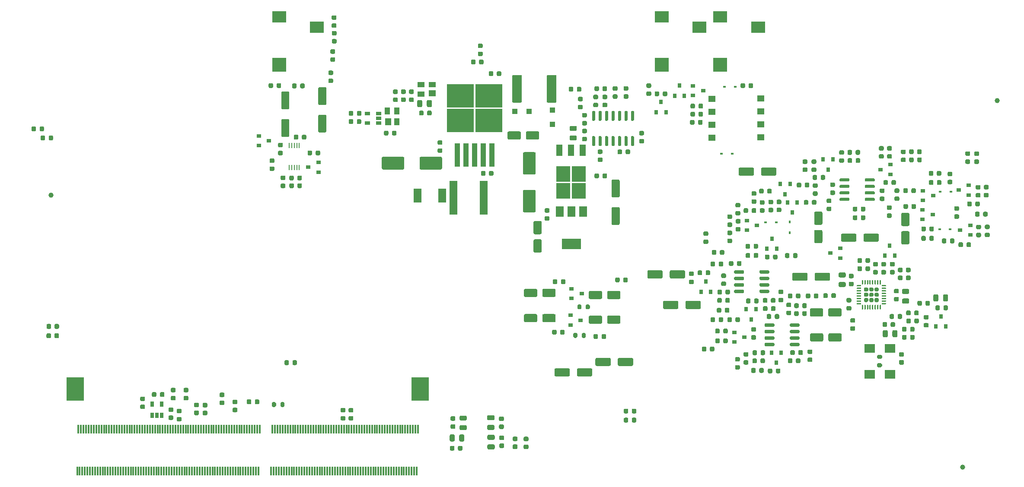
<source format=gbr>
G04 #@! TF.GenerationSoftware,KiCad,Pcbnew,5.1.8-db9833491~87~ubuntu20.04.1*
G04 #@! TF.CreationDate,2020-12-23T16:07:33+01:00*
G04 #@! TF.ProjectId,bottom-board,626f7474-6f6d-42d6-926f-6172642e6b69,rev?*
G04 #@! TF.SameCoordinates,Original*
G04 #@! TF.FileFunction,Paste,Top*
G04 #@! TF.FilePolarity,Positive*
%FSLAX46Y46*%
G04 Gerber Fmt 4.6, Leading zero omitted, Abs format (unit mm)*
G04 Created by KiCad (PCBNEW 5.1.8-db9833491~87~ubuntu20.04.1) date 2020-12-23 16:07:33*
%MOMM*%
%LPD*%
G01*
G04 APERTURE LIST*
%ADD10R,0.600000X0.450000*%
%ADD11R,1.500000X6.600000*%
%ADD12R,1.100000X1.100000*%
%ADD13R,1.400000X1.200000*%
%ADD14R,1.400000X1.000000*%
%ADD15R,1.000000X1.400000*%
%ADD16R,1.200000X1.400000*%
%ADD17R,2.800000X2.200000*%
%ADD18R,2.800000X2.800000*%
%ADD19R,1.100000X4.600000*%
%ADD20R,5.250000X4.550000*%
%ADD21R,0.650000X1.060000*%
%ADD22R,0.800000X0.900000*%
%ADD23C,1.000000*%
%ADD24R,1.500000X2.700000*%
%ADD25R,0.450000X0.600000*%
%ADD26R,0.250000X1.100000*%
%ADD27R,0.900000X0.800000*%
%ADD28R,1.200000X2.200000*%
%ADD29R,2.750000X3.050000*%
%ADD30R,2.000000X1.800000*%
%ADD31R,3.800000X2.000000*%
%ADD32R,1.500000X2.000000*%
%ADD33R,0.300000X1.750000*%
%ADD34R,3.500000X4.600000*%
%ADD35R,1.400000X1.300000*%
%ADD36R,1.060000X0.650000*%
G04 APERTURE END LIST*
G36*
G01*
X237550000Y-100631250D02*
X237550000Y-100118750D01*
G75*
G02*
X237768750Y-99900000I218750J0D01*
G01*
X238206250Y-99900000D01*
G75*
G02*
X238425000Y-100118750I0J-218750D01*
G01*
X238425000Y-100631250D01*
G75*
G02*
X238206250Y-100850000I-218750J0D01*
G01*
X237768750Y-100850000D01*
G75*
G02*
X237550000Y-100631250I0J218750D01*
G01*
G37*
G36*
G01*
X239125000Y-100631250D02*
X239125000Y-100118750D01*
G75*
G02*
X239343750Y-99900000I218750J0D01*
G01*
X239781250Y-99900000D01*
G75*
G02*
X240000000Y-100118750I0J-218750D01*
G01*
X240000000Y-100631250D01*
G75*
G02*
X239781250Y-100850000I-218750J0D01*
G01*
X239343750Y-100850000D01*
G75*
G02*
X239125000Y-100631250I0J218750D01*
G01*
G37*
D10*
X196260000Y-57020000D03*
X198360000Y-57020000D03*
G36*
G01*
X142401320Y-126352290D02*
X142401320Y-125439790D01*
G75*
G02*
X142645070Y-125196040I243750J0D01*
G01*
X143132570Y-125196040D01*
G75*
G02*
X143376320Y-125439790I0J-243750D01*
G01*
X143376320Y-126352290D01*
G75*
G02*
X143132570Y-126596040I-243750J0D01*
G01*
X142645070Y-126596040D01*
G75*
G02*
X142401320Y-126352290I0J243750D01*
G01*
G37*
G36*
G01*
X144276320Y-126352290D02*
X144276320Y-125439790D01*
G75*
G02*
X144520070Y-125196040I243750J0D01*
G01*
X145007570Y-125196040D01*
G75*
G02*
X145251320Y-125439790I0J-243750D01*
G01*
X145251320Y-126352290D01*
G75*
G02*
X145007570Y-126596040I-243750J0D01*
G01*
X144520070Y-126596040D01*
G75*
G02*
X144276320Y-126352290I0J243750D01*
G01*
G37*
G36*
G01*
X98056250Y-117880000D02*
X97543750Y-117880000D01*
G75*
G02*
X97325000Y-117661250I0J218750D01*
G01*
X97325000Y-117223750D01*
G75*
G02*
X97543750Y-117005000I218750J0D01*
G01*
X98056250Y-117005000D01*
G75*
G02*
X98275000Y-117223750I0J-218750D01*
G01*
X98275000Y-117661250D01*
G75*
G02*
X98056250Y-117880000I-218750J0D01*
G01*
G37*
G36*
G01*
X98056250Y-119455000D02*
X97543750Y-119455000D01*
G75*
G02*
X97325000Y-119236250I0J218750D01*
G01*
X97325000Y-118798750D01*
G75*
G02*
X97543750Y-118580000I218750J0D01*
G01*
X98056250Y-118580000D01*
G75*
G02*
X98275000Y-118798750I0J-218750D01*
G01*
X98275000Y-119236250D01*
G75*
G02*
X98056250Y-119455000I-218750J0D01*
G01*
G37*
G36*
G01*
X209522500Y-110493750D02*
X209522500Y-111006250D01*
G75*
G02*
X209303750Y-111225000I-218750J0D01*
G01*
X208866250Y-111225000D01*
G75*
G02*
X208647500Y-111006250I0J218750D01*
G01*
X208647500Y-110493750D01*
G75*
G02*
X208866250Y-110275000I218750J0D01*
G01*
X209303750Y-110275000D01*
G75*
G02*
X209522500Y-110493750I0J-218750D01*
G01*
G37*
G36*
G01*
X211097500Y-110493750D02*
X211097500Y-111006250D01*
G75*
G02*
X210878750Y-111225000I-218750J0D01*
G01*
X210441250Y-111225000D01*
G75*
G02*
X210222500Y-111006250I0J218750D01*
G01*
X210222500Y-110493750D01*
G75*
G02*
X210441250Y-110275000I218750J0D01*
G01*
X210878750Y-110275000D01*
G75*
G02*
X211097500Y-110493750I0J-218750D01*
G01*
G37*
G36*
G01*
X212960000Y-101820000D02*
X212960000Y-100720000D01*
G75*
G02*
X213210000Y-100470000I250000J0D01*
G01*
X215310000Y-100470000D01*
G75*
G02*
X215560000Y-100720000I0J-250000D01*
G01*
X215560000Y-101820000D01*
G75*
G02*
X215310000Y-102070000I-250000J0D01*
G01*
X213210000Y-102070000D01*
G75*
G02*
X212960000Y-101820000I0J250000D01*
G01*
G37*
G36*
G01*
X216560000Y-101820000D02*
X216560000Y-100720000D01*
G75*
G02*
X216810000Y-100470000I250000J0D01*
G01*
X218910000Y-100470000D01*
G75*
G02*
X219160000Y-100720000I0J-250000D01*
G01*
X219160000Y-101820000D01*
G75*
G02*
X218910000Y-102070000I-250000J0D01*
G01*
X216810000Y-102070000D01*
G75*
G02*
X216560000Y-101820000I0J250000D01*
G01*
G37*
G36*
G01*
X210760000Y-99693750D02*
X210760000Y-100206250D01*
G75*
G02*
X210541250Y-100425000I-218750J0D01*
G01*
X210103750Y-100425000D01*
G75*
G02*
X209885000Y-100206250I0J218750D01*
G01*
X209885000Y-99693750D01*
G75*
G02*
X210103750Y-99475000I218750J0D01*
G01*
X210541250Y-99475000D01*
G75*
G02*
X210760000Y-99693750I0J-218750D01*
G01*
G37*
G36*
G01*
X212335000Y-99693750D02*
X212335000Y-100206250D01*
G75*
G02*
X212116250Y-100425000I-218750J0D01*
G01*
X211678750Y-100425000D01*
G75*
G02*
X211460000Y-100206250I0J218750D01*
G01*
X211460000Y-99693750D01*
G75*
G02*
X211678750Y-99475000I218750J0D01*
G01*
X212116250Y-99475000D01*
G75*
G02*
X212335000Y-99693750I0J-218750D01*
G01*
G37*
D11*
X143170000Y-78750000D03*
X149037400Y-78788100D03*
G36*
G01*
X163337500Y-104893750D02*
X163337500Y-105406250D01*
G75*
G02*
X163118750Y-105625000I-218750J0D01*
G01*
X162681250Y-105625000D01*
G75*
G02*
X162462500Y-105406250I0J218750D01*
G01*
X162462500Y-104893750D01*
G75*
G02*
X162681250Y-104675000I218750J0D01*
G01*
X163118750Y-104675000D01*
G75*
G02*
X163337500Y-104893750I0J-218750D01*
G01*
G37*
G36*
G01*
X164912500Y-104893750D02*
X164912500Y-105406250D01*
G75*
G02*
X164693750Y-105625000I-218750J0D01*
G01*
X164256250Y-105625000D01*
G75*
G02*
X164037500Y-105406250I0J218750D01*
G01*
X164037500Y-104893750D01*
G75*
G02*
X164256250Y-104675000I218750J0D01*
G01*
X164693750Y-104675000D01*
G75*
G02*
X164912500Y-104893750I0J-218750D01*
G01*
G37*
G36*
G01*
X207172500Y-112493750D02*
X207172500Y-113006250D01*
G75*
G02*
X206953750Y-113225000I-218750J0D01*
G01*
X206516250Y-113225000D01*
G75*
G02*
X206297500Y-113006250I0J218750D01*
G01*
X206297500Y-112493750D01*
G75*
G02*
X206516250Y-112275000I218750J0D01*
G01*
X206953750Y-112275000D01*
G75*
G02*
X207172500Y-112493750I0J-218750D01*
G01*
G37*
G36*
G01*
X205597500Y-112493750D02*
X205597500Y-113006250D01*
G75*
G02*
X205378750Y-113225000I-218750J0D01*
G01*
X204941250Y-113225000D01*
G75*
G02*
X204722500Y-113006250I0J218750D01*
G01*
X204722500Y-112493750D01*
G75*
G02*
X204941250Y-112275000I218750J0D01*
G01*
X205378750Y-112275000D01*
G75*
G02*
X205597500Y-112493750I0J-218750D01*
G01*
G37*
G36*
G01*
X210968000Y-107419000D02*
X210968000Y-107719000D01*
G75*
G02*
X210818000Y-107869000I-150000J0D01*
G01*
X209168000Y-107869000D01*
G75*
G02*
X209018000Y-107719000I0J150000D01*
G01*
X209018000Y-107419000D01*
G75*
G02*
X209168000Y-107269000I150000J0D01*
G01*
X210818000Y-107269000D01*
G75*
G02*
X210968000Y-107419000I0J-150000D01*
G01*
G37*
G36*
G01*
X210968000Y-106149000D02*
X210968000Y-106449000D01*
G75*
G02*
X210818000Y-106599000I-150000J0D01*
G01*
X209168000Y-106599000D01*
G75*
G02*
X209018000Y-106449000I0J150000D01*
G01*
X209018000Y-106149000D01*
G75*
G02*
X209168000Y-105999000I150000J0D01*
G01*
X210818000Y-105999000D01*
G75*
G02*
X210968000Y-106149000I0J-150000D01*
G01*
G37*
G36*
G01*
X210968000Y-104879000D02*
X210968000Y-105179000D01*
G75*
G02*
X210818000Y-105329000I-150000J0D01*
G01*
X209168000Y-105329000D01*
G75*
G02*
X209018000Y-105179000I0J150000D01*
G01*
X209018000Y-104879000D01*
G75*
G02*
X209168000Y-104729000I150000J0D01*
G01*
X210818000Y-104729000D01*
G75*
G02*
X210968000Y-104879000I0J-150000D01*
G01*
G37*
G36*
G01*
X210968000Y-103609000D02*
X210968000Y-103909000D01*
G75*
G02*
X210818000Y-104059000I-150000J0D01*
G01*
X209168000Y-104059000D01*
G75*
G02*
X209018000Y-103909000I0J150000D01*
G01*
X209018000Y-103609000D01*
G75*
G02*
X209168000Y-103459000I150000J0D01*
G01*
X210818000Y-103459000D01*
G75*
G02*
X210968000Y-103609000I0J-150000D01*
G01*
G37*
G36*
G01*
X206018000Y-103609000D02*
X206018000Y-103909000D01*
G75*
G02*
X205868000Y-104059000I-150000J0D01*
G01*
X204218000Y-104059000D01*
G75*
G02*
X204068000Y-103909000I0J150000D01*
G01*
X204068000Y-103609000D01*
G75*
G02*
X204218000Y-103459000I150000J0D01*
G01*
X205868000Y-103459000D01*
G75*
G02*
X206018000Y-103609000I0J-150000D01*
G01*
G37*
G36*
G01*
X206018000Y-104879000D02*
X206018000Y-105179000D01*
G75*
G02*
X205868000Y-105329000I-150000J0D01*
G01*
X204218000Y-105329000D01*
G75*
G02*
X204068000Y-105179000I0J150000D01*
G01*
X204068000Y-104879000D01*
G75*
G02*
X204218000Y-104729000I150000J0D01*
G01*
X205868000Y-104729000D01*
G75*
G02*
X206018000Y-104879000I0J-150000D01*
G01*
G37*
G36*
G01*
X206018000Y-106149000D02*
X206018000Y-106449000D01*
G75*
G02*
X205868000Y-106599000I-150000J0D01*
G01*
X204218000Y-106599000D01*
G75*
G02*
X204068000Y-106449000I0J150000D01*
G01*
X204068000Y-106149000D01*
G75*
G02*
X204218000Y-105999000I150000J0D01*
G01*
X205868000Y-105999000D01*
G75*
G02*
X206018000Y-106149000I0J-150000D01*
G01*
G37*
G36*
G01*
X206018000Y-107419000D02*
X206018000Y-107719000D01*
G75*
G02*
X205868000Y-107869000I-150000J0D01*
G01*
X204218000Y-107869000D01*
G75*
G02*
X204068000Y-107719000I0J150000D01*
G01*
X204068000Y-107419000D01*
G75*
G02*
X204218000Y-107269000I150000J0D01*
G01*
X205868000Y-107269000D01*
G75*
G02*
X206018000Y-107419000I0J-150000D01*
G01*
G37*
G36*
G01*
X214050000Y-85100000D02*
X215150000Y-85100000D01*
G75*
G02*
X215400000Y-85350000I0J-250000D01*
G01*
X215400000Y-87450000D01*
G75*
G02*
X215150000Y-87700000I-250000J0D01*
G01*
X214050000Y-87700000D01*
G75*
G02*
X213800000Y-87450000I0J250000D01*
G01*
X213800000Y-85350000D01*
G75*
G02*
X214050000Y-85100000I250000J0D01*
G01*
G37*
G36*
G01*
X214050000Y-81500000D02*
X215150000Y-81500000D01*
G75*
G02*
X215400000Y-81750000I0J-250000D01*
G01*
X215400000Y-83850000D01*
G75*
G02*
X215150000Y-84100000I-250000J0D01*
G01*
X214050000Y-84100000D01*
G75*
G02*
X213800000Y-83850000I0J250000D01*
G01*
X213800000Y-81750000D01*
G75*
G02*
X214050000Y-81500000I250000J0D01*
G01*
G37*
G36*
G01*
X129525000Y-66356250D02*
X129525000Y-65843750D01*
G75*
G02*
X129743750Y-65625000I218750J0D01*
G01*
X130181250Y-65625000D01*
G75*
G02*
X130400000Y-65843750I0J-218750D01*
G01*
X130400000Y-66356250D01*
G75*
G02*
X130181250Y-66575000I-218750J0D01*
G01*
X129743750Y-66575000D01*
G75*
G02*
X129525000Y-66356250I0J218750D01*
G01*
G37*
G36*
G01*
X131100000Y-66356250D02*
X131100000Y-65843750D01*
G75*
G02*
X131318750Y-65625000I218750J0D01*
G01*
X131756250Y-65625000D01*
G75*
G02*
X131975000Y-65843750I0J-218750D01*
G01*
X131975000Y-66356250D01*
G75*
G02*
X131756250Y-66575000I-218750J0D01*
G01*
X131318750Y-66575000D01*
G75*
G02*
X131100000Y-66356250I0J218750D01*
G01*
G37*
G36*
G01*
X140900000Y-71000000D02*
X140900000Y-73000000D01*
G75*
G02*
X140650000Y-73250000I-250000J0D01*
G01*
X136750000Y-73250000D01*
G75*
G02*
X136500000Y-73000000I0J250000D01*
G01*
X136500000Y-71000000D01*
G75*
G02*
X136750000Y-70750000I250000J0D01*
G01*
X140650000Y-70750000D01*
G75*
G02*
X140900000Y-71000000I0J-250000D01*
G01*
G37*
G36*
G01*
X133500000Y-71000000D02*
X133500000Y-73000000D01*
G75*
G02*
X133250000Y-73250000I-250000J0D01*
G01*
X129350000Y-73250000D01*
G75*
G02*
X129100000Y-73000000I0J250000D01*
G01*
X129100000Y-71000000D01*
G75*
G02*
X129350000Y-70750000I250000J0D01*
G01*
X133250000Y-70750000D01*
G75*
G02*
X133500000Y-71000000I0J-250000D01*
G01*
G37*
G36*
G01*
X140756250Y-69975000D02*
X140243750Y-69975000D01*
G75*
G02*
X140025000Y-69756250I0J218750D01*
G01*
X140025000Y-69318750D01*
G75*
G02*
X140243750Y-69100000I218750J0D01*
G01*
X140756250Y-69100000D01*
G75*
G02*
X140975000Y-69318750I0J-218750D01*
G01*
X140975000Y-69756250D01*
G75*
G02*
X140756250Y-69975000I-218750J0D01*
G01*
G37*
G36*
G01*
X140756250Y-68400000D02*
X140243750Y-68400000D01*
G75*
G02*
X140025000Y-68181250I0J218750D01*
G01*
X140025000Y-67743750D01*
G75*
G02*
X140243750Y-67525000I218750J0D01*
G01*
X140756250Y-67525000D01*
G75*
G02*
X140975000Y-67743750I0J-218750D01*
G01*
X140975000Y-68181250D01*
G75*
G02*
X140756250Y-68400000I-218750J0D01*
G01*
G37*
G36*
G01*
X150100000Y-74256250D02*
X150100000Y-73743750D01*
G75*
G02*
X150318750Y-73525000I218750J0D01*
G01*
X150756250Y-73525000D01*
G75*
G02*
X150975000Y-73743750I0J-218750D01*
G01*
X150975000Y-74256250D01*
G75*
G02*
X150756250Y-74475000I-218750J0D01*
G01*
X150318750Y-74475000D01*
G75*
G02*
X150100000Y-74256250I0J218750D01*
G01*
G37*
G36*
G01*
X148525000Y-74256250D02*
X148525000Y-73743750D01*
G75*
G02*
X148743750Y-73525000I218750J0D01*
G01*
X149181250Y-73525000D01*
G75*
G02*
X149400000Y-73743750I0J-218750D01*
G01*
X149400000Y-74256250D01*
G75*
G02*
X149181250Y-74475000I-218750J0D01*
G01*
X148743750Y-74475000D01*
G75*
G02*
X148525000Y-74256250I0J218750D01*
G01*
G37*
G36*
G01*
X167056250Y-65670000D02*
X166143750Y-65670000D01*
G75*
G02*
X165900000Y-65426250I0J243750D01*
G01*
X165900000Y-64938750D01*
G75*
G02*
X166143750Y-64695000I243750J0D01*
G01*
X167056250Y-64695000D01*
G75*
G02*
X167300000Y-64938750I0J-243750D01*
G01*
X167300000Y-65426250D01*
G75*
G02*
X167056250Y-65670000I-243750J0D01*
G01*
G37*
G36*
G01*
X167056250Y-67545000D02*
X166143750Y-67545000D01*
G75*
G02*
X165900000Y-67301250I0J243750D01*
G01*
X165900000Y-66813750D01*
G75*
G02*
X166143750Y-66570000I243750J0D01*
G01*
X167056250Y-66570000D01*
G75*
G02*
X167300000Y-66813750I0J-243750D01*
G01*
X167300000Y-67301250D01*
G75*
G02*
X167056250Y-67545000I-243750J0D01*
G01*
G37*
G36*
G01*
X169056250Y-67712500D02*
X168543750Y-67712500D01*
G75*
G02*
X168325000Y-67493750I0J218750D01*
G01*
X168325000Y-67056250D01*
G75*
G02*
X168543750Y-66837500I218750J0D01*
G01*
X169056250Y-66837500D01*
G75*
G02*
X169275000Y-67056250I0J-218750D01*
G01*
X169275000Y-67493750D01*
G75*
G02*
X169056250Y-67712500I-218750J0D01*
G01*
G37*
G36*
G01*
X169056250Y-66137500D02*
X168543750Y-66137500D01*
G75*
G02*
X168325000Y-65918750I0J218750D01*
G01*
X168325000Y-65481250D01*
G75*
G02*
X168543750Y-65262500I218750J0D01*
G01*
X169056250Y-65262500D01*
G75*
G02*
X169275000Y-65481250I0J-218750D01*
G01*
X169275000Y-65918750D01*
G75*
G02*
X169056250Y-66137500I-218750J0D01*
G01*
G37*
G36*
G01*
X172350000Y-74756250D02*
X172350000Y-74243750D01*
G75*
G02*
X172568750Y-74025000I218750J0D01*
G01*
X173006250Y-74025000D01*
G75*
G02*
X173225000Y-74243750I0J-218750D01*
G01*
X173225000Y-74756250D01*
G75*
G02*
X173006250Y-74975000I-218750J0D01*
G01*
X172568750Y-74975000D01*
G75*
G02*
X172350000Y-74756250I0J218750D01*
G01*
G37*
G36*
G01*
X170775000Y-74756250D02*
X170775000Y-74243750D01*
G75*
G02*
X170993750Y-74025000I218750J0D01*
G01*
X171431250Y-74025000D01*
G75*
G02*
X171650000Y-74243750I0J-218750D01*
G01*
X171650000Y-74756250D01*
G75*
G02*
X171431250Y-74975000I-218750J0D01*
G01*
X170993750Y-74975000D01*
G75*
G02*
X170775000Y-74756250I0J218750D01*
G01*
G37*
G36*
G01*
X237150000Y-98881250D02*
X237150000Y-97968750D01*
G75*
G02*
X237393750Y-97725000I243750J0D01*
G01*
X237881250Y-97725000D01*
G75*
G02*
X238125000Y-97968750I0J-243750D01*
G01*
X238125000Y-98881250D01*
G75*
G02*
X237881250Y-99125000I-243750J0D01*
G01*
X237393750Y-99125000D01*
G75*
G02*
X237150000Y-98881250I0J243750D01*
G01*
G37*
G36*
G01*
X239025000Y-98881250D02*
X239025000Y-97968750D01*
G75*
G02*
X239268750Y-97725000I243750J0D01*
G01*
X239756250Y-97725000D01*
G75*
G02*
X240000000Y-97968750I0J-243750D01*
G01*
X240000000Y-98881250D01*
G75*
G02*
X239756250Y-99125000I-243750J0D01*
G01*
X239268750Y-99125000D01*
G75*
G02*
X239025000Y-98881250I0J243750D01*
G01*
G37*
G36*
G01*
X144023920Y-128161430D02*
X144023920Y-127648930D01*
G75*
G02*
X144242670Y-127430180I218750J0D01*
G01*
X144680170Y-127430180D01*
G75*
G02*
X144898920Y-127648930I0J-218750D01*
G01*
X144898920Y-128161430D01*
G75*
G02*
X144680170Y-128380180I-218750J0D01*
G01*
X144242670Y-128380180D01*
G75*
G02*
X144023920Y-128161430I0J218750D01*
G01*
G37*
G36*
G01*
X142448920Y-128161430D02*
X142448920Y-127648930D01*
G75*
G02*
X142667670Y-127430180I218750J0D01*
G01*
X143105170Y-127430180D01*
G75*
G02*
X143323920Y-127648930I0J-218750D01*
G01*
X143323920Y-128161430D01*
G75*
G02*
X143105170Y-128380180I-218750J0D01*
G01*
X142667670Y-128380180D01*
G75*
G02*
X142448920Y-128161430I0J218750D01*
G01*
G37*
G36*
G01*
X132031250Y-60012500D02*
X131518750Y-60012500D01*
G75*
G02*
X131300000Y-59793750I0J218750D01*
G01*
X131300000Y-59356250D01*
G75*
G02*
X131518750Y-59137500I218750J0D01*
G01*
X132031250Y-59137500D01*
G75*
G02*
X132250000Y-59356250I0J-218750D01*
G01*
X132250000Y-59793750D01*
G75*
G02*
X132031250Y-60012500I-218750J0D01*
G01*
G37*
G36*
G01*
X132031250Y-58437500D02*
X131518750Y-58437500D01*
G75*
G02*
X131300000Y-58218750I0J218750D01*
G01*
X131300000Y-57781250D01*
G75*
G02*
X131518750Y-57562500I218750J0D01*
G01*
X132031250Y-57562500D01*
G75*
G02*
X132250000Y-57781250I0J-218750D01*
G01*
X132250000Y-58218750D01*
G75*
G02*
X132031250Y-58437500I-218750J0D01*
G01*
G37*
G36*
G01*
X136050000Y-60781250D02*
X136050000Y-59868750D01*
G75*
G02*
X136293750Y-59625000I243750J0D01*
G01*
X136781250Y-59625000D01*
G75*
G02*
X137025000Y-59868750I0J-243750D01*
G01*
X137025000Y-60781250D01*
G75*
G02*
X136781250Y-61025000I-243750J0D01*
G01*
X136293750Y-61025000D01*
G75*
G02*
X136050000Y-60781250I0J243750D01*
G01*
G37*
G36*
G01*
X137925000Y-60781250D02*
X137925000Y-59868750D01*
G75*
G02*
X138168750Y-59625000I243750J0D01*
G01*
X138656250Y-59625000D01*
G75*
G02*
X138900000Y-59868750I0J-243750D01*
G01*
X138900000Y-60781250D01*
G75*
G02*
X138656250Y-61025000I-243750J0D01*
G01*
X138168750Y-61025000D01*
G75*
G02*
X137925000Y-60781250I0J243750D01*
G01*
G37*
G36*
G01*
X138862500Y-61918750D02*
X138862500Y-62431250D01*
G75*
G02*
X138643750Y-62650000I-218750J0D01*
G01*
X138206250Y-62650000D01*
G75*
G02*
X137987500Y-62431250I0J218750D01*
G01*
X137987500Y-61918750D01*
G75*
G02*
X138206250Y-61700000I218750J0D01*
G01*
X138643750Y-61700000D01*
G75*
G02*
X138862500Y-61918750I0J-218750D01*
G01*
G37*
G36*
G01*
X137287500Y-61918750D02*
X137287500Y-62431250D01*
G75*
G02*
X137068750Y-62650000I-218750J0D01*
G01*
X136631250Y-62650000D01*
G75*
G02*
X136412500Y-62431250I0J218750D01*
G01*
X136412500Y-61918750D01*
G75*
G02*
X136631250Y-61700000I218750J0D01*
G01*
X137068750Y-61700000D01*
G75*
G02*
X137287500Y-61918750I0J-218750D01*
G01*
G37*
G36*
G01*
X124212500Y-64106250D02*
X124212500Y-63593750D01*
G75*
G02*
X124431250Y-63375000I218750J0D01*
G01*
X124868750Y-63375000D01*
G75*
G02*
X125087500Y-63593750I0J-218750D01*
G01*
X125087500Y-64106250D01*
G75*
G02*
X124868750Y-64325000I-218750J0D01*
G01*
X124431250Y-64325000D01*
G75*
G02*
X124212500Y-64106250I0J218750D01*
G01*
G37*
G36*
G01*
X122637500Y-64106250D02*
X122637500Y-63593750D01*
G75*
G02*
X122856250Y-63375000I218750J0D01*
G01*
X123293750Y-63375000D01*
G75*
G02*
X123512500Y-63593750I0J-218750D01*
G01*
X123512500Y-64106250D01*
G75*
G02*
X123293750Y-64325000I-218750J0D01*
G01*
X122856250Y-64325000D01*
G75*
G02*
X122637500Y-64106250I0J218750D01*
G01*
G37*
G36*
G01*
X168256250Y-61437500D02*
X167743750Y-61437500D01*
G75*
G02*
X167525000Y-61218750I0J218750D01*
G01*
X167525000Y-60781250D01*
G75*
G02*
X167743750Y-60562500I218750J0D01*
G01*
X168256250Y-60562500D01*
G75*
G02*
X168475000Y-60781250I0J-218750D01*
G01*
X168475000Y-61218750D01*
G75*
G02*
X168256250Y-61437500I-218750J0D01*
G01*
G37*
G36*
G01*
X168256250Y-59862500D02*
X167743750Y-59862500D01*
G75*
G02*
X167525000Y-59643750I0J218750D01*
G01*
X167525000Y-59206250D01*
G75*
G02*
X167743750Y-58987500I218750J0D01*
G01*
X168256250Y-58987500D01*
G75*
G02*
X168475000Y-59206250I0J-218750D01*
G01*
X168475000Y-59643750D01*
G75*
G02*
X168256250Y-59862500I-218750J0D01*
G01*
G37*
G36*
G01*
X145486250Y-122480000D02*
X144573750Y-122480000D01*
G75*
G02*
X144330000Y-122236250I0J243750D01*
G01*
X144330000Y-121748750D01*
G75*
G02*
X144573750Y-121505000I243750J0D01*
G01*
X145486250Y-121505000D01*
G75*
G02*
X145730000Y-121748750I0J-243750D01*
G01*
X145730000Y-122236250D01*
G75*
G02*
X145486250Y-122480000I-243750J0D01*
G01*
G37*
G36*
G01*
X145486250Y-124355000D02*
X144573750Y-124355000D01*
G75*
G02*
X144330000Y-124111250I0J243750D01*
G01*
X144330000Y-123623750D01*
G75*
G02*
X144573750Y-123380000I243750J0D01*
G01*
X145486250Y-123380000D01*
G75*
G02*
X145730000Y-123623750I0J-243750D01*
G01*
X145730000Y-124111250D01*
G75*
G02*
X145486250Y-124355000I-243750J0D01*
G01*
G37*
G36*
G01*
X143296250Y-124095000D02*
X142783750Y-124095000D01*
G75*
G02*
X142565000Y-123876250I0J218750D01*
G01*
X142565000Y-123438750D01*
G75*
G02*
X142783750Y-123220000I218750J0D01*
G01*
X143296250Y-123220000D01*
G75*
G02*
X143515000Y-123438750I0J-218750D01*
G01*
X143515000Y-123876250D01*
G75*
G02*
X143296250Y-124095000I-218750J0D01*
G01*
G37*
G36*
G01*
X143296250Y-122520000D02*
X142783750Y-122520000D01*
G75*
G02*
X142565000Y-122301250I0J218750D01*
G01*
X142565000Y-121863750D01*
G75*
G02*
X142783750Y-121645000I218750J0D01*
G01*
X143296250Y-121645000D01*
G75*
G02*
X143515000Y-121863750I0J-218750D01*
G01*
X143515000Y-122301250D01*
G75*
G02*
X143296250Y-122520000I-218750J0D01*
G01*
G37*
G36*
G01*
X85650000Y-117626250D02*
X85650000Y-117113750D01*
G75*
G02*
X85868750Y-116895000I218750J0D01*
G01*
X86306250Y-116895000D01*
G75*
G02*
X86525000Y-117113750I0J-218750D01*
G01*
X86525000Y-117626250D01*
G75*
G02*
X86306250Y-117845000I-218750J0D01*
G01*
X85868750Y-117845000D01*
G75*
G02*
X85650000Y-117626250I0J218750D01*
G01*
G37*
G36*
G01*
X84075000Y-117626250D02*
X84075000Y-117113750D01*
G75*
G02*
X84293750Y-116895000I218750J0D01*
G01*
X84731250Y-116895000D01*
G75*
G02*
X84950000Y-117113750I0J-218750D01*
G01*
X84950000Y-117626250D01*
G75*
G02*
X84731250Y-117845000I-218750J0D01*
G01*
X84293750Y-117845000D01*
G75*
G02*
X84075000Y-117626250I0J218750D01*
G01*
G37*
D12*
X162500000Y-61600000D03*
X162500000Y-64400000D03*
X157950000Y-61825000D03*
X155150000Y-61825000D03*
D13*
X138950000Y-58295000D03*
D14*
X138950000Y-56575000D03*
X136750000Y-56575000D03*
X136750000Y-58475000D03*
D15*
X130175000Y-61725000D03*
X132075000Y-61725000D03*
X132075000Y-63925000D03*
D16*
X130355000Y-63925000D03*
D17*
X202810000Y-45330000D03*
X195410000Y-43330000D03*
D18*
X195410000Y-52730000D03*
X183910000Y-52730000D03*
D17*
X183910000Y-43330000D03*
X191310000Y-45330000D03*
G36*
G01*
X134656030Y-59127540D02*
X135168530Y-59127540D01*
G75*
G02*
X135387280Y-59346290I0J-218750D01*
G01*
X135387280Y-59783790D01*
G75*
G02*
X135168530Y-60002540I-218750J0D01*
G01*
X134656030Y-60002540D01*
G75*
G02*
X134437280Y-59783790I0J218750D01*
G01*
X134437280Y-59346290D01*
G75*
G02*
X134656030Y-59127540I218750J0D01*
G01*
G37*
G36*
G01*
X134656030Y-57552540D02*
X135168530Y-57552540D01*
G75*
G02*
X135387280Y-57771290I0J-218750D01*
G01*
X135387280Y-58208790D01*
G75*
G02*
X135168530Y-58427540I-218750J0D01*
G01*
X134656030Y-58427540D01*
G75*
G02*
X134437280Y-58208790I0J218750D01*
G01*
X134437280Y-57771290D01*
G75*
G02*
X134656030Y-57552540I218750J0D01*
G01*
G37*
G36*
G01*
X133581250Y-60000000D02*
X133068750Y-60000000D01*
G75*
G02*
X132850000Y-59781250I0J218750D01*
G01*
X132850000Y-59343750D01*
G75*
G02*
X133068750Y-59125000I218750J0D01*
G01*
X133581250Y-59125000D01*
G75*
G02*
X133800000Y-59343750I0J-218750D01*
G01*
X133800000Y-59781250D01*
G75*
G02*
X133581250Y-60000000I-218750J0D01*
G01*
G37*
G36*
G01*
X133581250Y-58425000D02*
X133068750Y-58425000D01*
G75*
G02*
X132850000Y-58206250I0J218750D01*
G01*
X132850000Y-57768750D01*
G75*
G02*
X133068750Y-57550000I218750J0D01*
G01*
X133581250Y-57550000D01*
G75*
G02*
X133800000Y-57768750I0J-218750D01*
G01*
X133800000Y-58206250D01*
G75*
G02*
X133581250Y-58425000I-218750J0D01*
G01*
G37*
G36*
G01*
X123525000Y-61968750D02*
X123525000Y-62481250D01*
G75*
G02*
X123306250Y-62700000I-218750J0D01*
G01*
X122868750Y-62700000D01*
G75*
G02*
X122650000Y-62481250I0J218750D01*
G01*
X122650000Y-61968750D01*
G75*
G02*
X122868750Y-61750000I218750J0D01*
G01*
X123306250Y-61750000D01*
G75*
G02*
X123525000Y-61968750I0J-218750D01*
G01*
G37*
G36*
G01*
X125100000Y-61968750D02*
X125100000Y-62481250D01*
G75*
G02*
X124881250Y-62700000I-218750J0D01*
G01*
X124443750Y-62700000D01*
G75*
G02*
X124225000Y-62481250I0J218750D01*
G01*
X124225000Y-61968750D01*
G75*
G02*
X124443750Y-61750000I218750J0D01*
G01*
X124881250Y-61750000D01*
G75*
G02*
X125100000Y-61968750I0J-218750D01*
G01*
G37*
G36*
G01*
X192025000Y-62143750D02*
X192025000Y-62656250D01*
G75*
G02*
X191806250Y-62875000I-218750J0D01*
G01*
X191368750Y-62875000D01*
G75*
G02*
X191150000Y-62656250I0J218750D01*
G01*
X191150000Y-62143750D01*
G75*
G02*
X191368750Y-61925000I218750J0D01*
G01*
X191806250Y-61925000D01*
G75*
G02*
X192025000Y-62143750I0J-218750D01*
G01*
G37*
G36*
G01*
X190450000Y-62143750D02*
X190450000Y-62656250D01*
G75*
G02*
X190231250Y-62875000I-218750J0D01*
G01*
X189793750Y-62875000D01*
G75*
G02*
X189575000Y-62656250I0J218750D01*
G01*
X189575000Y-62143750D01*
G75*
G02*
X189793750Y-61925000I218750J0D01*
G01*
X190231250Y-61925000D01*
G75*
G02*
X190450000Y-62143750I0J-218750D01*
G01*
G37*
G36*
G01*
X184137500Y-58656250D02*
X184137500Y-58143750D01*
G75*
G02*
X184356250Y-57925000I218750J0D01*
G01*
X184793750Y-57925000D01*
G75*
G02*
X185012500Y-58143750I0J-218750D01*
G01*
X185012500Y-58656250D01*
G75*
G02*
X184793750Y-58875000I-218750J0D01*
G01*
X184356250Y-58875000D01*
G75*
G02*
X184137500Y-58656250I0J218750D01*
G01*
G37*
G36*
G01*
X182562500Y-58656250D02*
X182562500Y-58143750D01*
G75*
G02*
X182781250Y-57925000I218750J0D01*
G01*
X183218750Y-57925000D01*
G75*
G02*
X183437500Y-58143750I0J-218750D01*
G01*
X183437500Y-58656250D01*
G75*
G02*
X183218750Y-58875000I-218750J0D01*
G01*
X182781250Y-58875000D01*
G75*
G02*
X182562500Y-58656250I0J218750D01*
G01*
G37*
G36*
G01*
X175287500Y-70056250D02*
X175287500Y-69543750D01*
G75*
G02*
X175506250Y-69325000I218750J0D01*
G01*
X175943750Y-69325000D01*
G75*
G02*
X176162500Y-69543750I0J-218750D01*
G01*
X176162500Y-70056250D01*
G75*
G02*
X175943750Y-70275000I-218750J0D01*
G01*
X175506250Y-70275000D01*
G75*
G02*
X175287500Y-70056250I0J218750D01*
G01*
G37*
G36*
G01*
X176862500Y-70056250D02*
X176862500Y-69543750D01*
G75*
G02*
X177081250Y-69325000I218750J0D01*
G01*
X177518750Y-69325000D01*
G75*
G02*
X177737500Y-69543750I0J-218750D01*
G01*
X177737500Y-70056250D01*
G75*
G02*
X177518750Y-70275000I-218750J0D01*
G01*
X177081250Y-70275000D01*
G75*
G02*
X176862500Y-70056250I0J218750D01*
G01*
G37*
G36*
G01*
X171613750Y-70892500D02*
X172126250Y-70892500D01*
G75*
G02*
X172345000Y-71111250I0J-218750D01*
G01*
X172345000Y-71548750D01*
G75*
G02*
X172126250Y-71767500I-218750J0D01*
G01*
X171613750Y-71767500D01*
G75*
G02*
X171395000Y-71548750I0J218750D01*
G01*
X171395000Y-71111250D01*
G75*
G02*
X171613750Y-70892500I218750J0D01*
G01*
G37*
G36*
G01*
X171613750Y-69317500D02*
X172126250Y-69317500D01*
G75*
G02*
X172345000Y-69536250I0J-218750D01*
G01*
X172345000Y-69973750D01*
G75*
G02*
X172126250Y-70192500I-218750J0D01*
G01*
X171613750Y-70192500D01*
G75*
G02*
X171395000Y-69973750I0J218750D01*
G01*
X171395000Y-69536250D01*
G75*
G02*
X171613750Y-69317500I218750J0D01*
G01*
G37*
G36*
G01*
X168543750Y-63737500D02*
X169056250Y-63737500D01*
G75*
G02*
X169275000Y-63956250I0J-218750D01*
G01*
X169275000Y-64393750D01*
G75*
G02*
X169056250Y-64612500I-218750J0D01*
G01*
X168543750Y-64612500D01*
G75*
G02*
X168325000Y-64393750I0J218750D01*
G01*
X168325000Y-63956250D01*
G75*
G02*
X168543750Y-63737500I218750J0D01*
G01*
G37*
G36*
G01*
X168543750Y-62162500D02*
X169056250Y-62162500D01*
G75*
G02*
X169275000Y-62381250I0J-218750D01*
G01*
X169275000Y-62818750D01*
G75*
G02*
X169056250Y-63037500I-218750J0D01*
G01*
X168543750Y-63037500D01*
G75*
G02*
X168325000Y-62818750I0J218750D01*
G01*
X168325000Y-62381250D01*
G75*
G02*
X168543750Y-62162500I218750J0D01*
G01*
G37*
G36*
G01*
X179743750Y-67250000D02*
X180256250Y-67250000D01*
G75*
G02*
X180475000Y-67468750I0J-218750D01*
G01*
X180475000Y-67906250D01*
G75*
G02*
X180256250Y-68125000I-218750J0D01*
G01*
X179743750Y-68125000D01*
G75*
G02*
X179525000Y-67906250I0J218750D01*
G01*
X179525000Y-67468750D01*
G75*
G02*
X179743750Y-67250000I218750J0D01*
G01*
G37*
G36*
G01*
X179743750Y-65675000D02*
X180256250Y-65675000D01*
G75*
G02*
X180475000Y-65893750I0J-218750D01*
G01*
X180475000Y-66331250D01*
G75*
G02*
X180256250Y-66550000I-218750J0D01*
G01*
X179743750Y-66550000D01*
G75*
G02*
X179525000Y-66331250I0J218750D01*
G01*
X179525000Y-65893750D01*
G75*
G02*
X179743750Y-65675000I218750J0D01*
G01*
G37*
G36*
G01*
X112477500Y-110863750D02*
X112477500Y-111376250D01*
G75*
G02*
X112258750Y-111595000I-218750J0D01*
G01*
X111821250Y-111595000D01*
G75*
G02*
X111602500Y-111376250I0J218750D01*
G01*
X111602500Y-110863750D01*
G75*
G02*
X111821250Y-110645000I218750J0D01*
G01*
X112258750Y-110645000D01*
G75*
G02*
X112477500Y-110863750I0J-218750D01*
G01*
G37*
G36*
G01*
X110902500Y-110863750D02*
X110902500Y-111376250D01*
G75*
G02*
X110683750Y-111595000I-218750J0D01*
G01*
X110246250Y-111595000D01*
G75*
G02*
X110027500Y-111376250I0J218750D01*
G01*
X110027500Y-110863750D01*
G75*
G02*
X110246250Y-110645000I218750J0D01*
G01*
X110683750Y-110645000D01*
G75*
G02*
X110902500Y-110863750I0J-218750D01*
G01*
G37*
D19*
X143875000Y-70375000D03*
X145575000Y-70375000D03*
X147275000Y-70375000D03*
X148975000Y-70375000D03*
X150675000Y-70375000D03*
D20*
X150050000Y-58800000D03*
X144500000Y-63650000D03*
X144500000Y-58800000D03*
X150050000Y-63650000D03*
D21*
X84090000Y-119290000D03*
X85990000Y-119290000D03*
X85990000Y-121490000D03*
X85040000Y-121490000D03*
X84090000Y-121490000D03*
G36*
G01*
X170740000Y-68650000D02*
X170440000Y-68650000D01*
G75*
G02*
X170290000Y-68500000I0J150000D01*
G01*
X170290000Y-66850000D01*
G75*
G02*
X170440000Y-66700000I150000J0D01*
G01*
X170740000Y-66700000D01*
G75*
G02*
X170890000Y-66850000I0J-150000D01*
G01*
X170890000Y-68500000D01*
G75*
G02*
X170740000Y-68650000I-150000J0D01*
G01*
G37*
G36*
G01*
X172010000Y-68650000D02*
X171710000Y-68650000D01*
G75*
G02*
X171560000Y-68500000I0J150000D01*
G01*
X171560000Y-66850000D01*
G75*
G02*
X171710000Y-66700000I150000J0D01*
G01*
X172010000Y-66700000D01*
G75*
G02*
X172160000Y-66850000I0J-150000D01*
G01*
X172160000Y-68500000D01*
G75*
G02*
X172010000Y-68650000I-150000J0D01*
G01*
G37*
G36*
G01*
X173280000Y-68650000D02*
X172980000Y-68650000D01*
G75*
G02*
X172830000Y-68500000I0J150000D01*
G01*
X172830000Y-66850000D01*
G75*
G02*
X172980000Y-66700000I150000J0D01*
G01*
X173280000Y-66700000D01*
G75*
G02*
X173430000Y-66850000I0J-150000D01*
G01*
X173430000Y-68500000D01*
G75*
G02*
X173280000Y-68650000I-150000J0D01*
G01*
G37*
G36*
G01*
X174550000Y-68650000D02*
X174250000Y-68650000D01*
G75*
G02*
X174100000Y-68500000I0J150000D01*
G01*
X174100000Y-66850000D01*
G75*
G02*
X174250000Y-66700000I150000J0D01*
G01*
X174550000Y-66700000D01*
G75*
G02*
X174700000Y-66850000I0J-150000D01*
G01*
X174700000Y-68500000D01*
G75*
G02*
X174550000Y-68650000I-150000J0D01*
G01*
G37*
G36*
G01*
X175820000Y-68650000D02*
X175520000Y-68650000D01*
G75*
G02*
X175370000Y-68500000I0J150000D01*
G01*
X175370000Y-66850000D01*
G75*
G02*
X175520000Y-66700000I150000J0D01*
G01*
X175820000Y-66700000D01*
G75*
G02*
X175970000Y-66850000I0J-150000D01*
G01*
X175970000Y-68500000D01*
G75*
G02*
X175820000Y-68650000I-150000J0D01*
G01*
G37*
G36*
G01*
X177090000Y-68650000D02*
X176790000Y-68650000D01*
G75*
G02*
X176640000Y-68500000I0J150000D01*
G01*
X176640000Y-66850000D01*
G75*
G02*
X176790000Y-66700000I150000J0D01*
G01*
X177090000Y-66700000D01*
G75*
G02*
X177240000Y-66850000I0J-150000D01*
G01*
X177240000Y-68500000D01*
G75*
G02*
X177090000Y-68650000I-150000J0D01*
G01*
G37*
G36*
G01*
X178360000Y-68650000D02*
X178060000Y-68650000D01*
G75*
G02*
X177910000Y-68500000I0J150000D01*
G01*
X177910000Y-66850000D01*
G75*
G02*
X178060000Y-66700000I150000J0D01*
G01*
X178360000Y-66700000D01*
G75*
G02*
X178510000Y-66850000I0J-150000D01*
G01*
X178510000Y-68500000D01*
G75*
G02*
X178360000Y-68650000I-150000J0D01*
G01*
G37*
G36*
G01*
X178360000Y-63700000D02*
X178060000Y-63700000D01*
G75*
G02*
X177910000Y-63550000I0J150000D01*
G01*
X177910000Y-61900000D01*
G75*
G02*
X178060000Y-61750000I150000J0D01*
G01*
X178360000Y-61750000D01*
G75*
G02*
X178510000Y-61900000I0J-150000D01*
G01*
X178510000Y-63550000D01*
G75*
G02*
X178360000Y-63700000I-150000J0D01*
G01*
G37*
G36*
G01*
X177090000Y-63700000D02*
X176790000Y-63700000D01*
G75*
G02*
X176640000Y-63550000I0J150000D01*
G01*
X176640000Y-61900000D01*
G75*
G02*
X176790000Y-61750000I150000J0D01*
G01*
X177090000Y-61750000D01*
G75*
G02*
X177240000Y-61900000I0J-150000D01*
G01*
X177240000Y-63550000D01*
G75*
G02*
X177090000Y-63700000I-150000J0D01*
G01*
G37*
G36*
G01*
X175820000Y-63700000D02*
X175520000Y-63700000D01*
G75*
G02*
X175370000Y-63550000I0J150000D01*
G01*
X175370000Y-61900000D01*
G75*
G02*
X175520000Y-61750000I150000J0D01*
G01*
X175820000Y-61750000D01*
G75*
G02*
X175970000Y-61900000I0J-150000D01*
G01*
X175970000Y-63550000D01*
G75*
G02*
X175820000Y-63700000I-150000J0D01*
G01*
G37*
G36*
G01*
X174550000Y-63700000D02*
X174250000Y-63700000D01*
G75*
G02*
X174100000Y-63550000I0J150000D01*
G01*
X174100000Y-61900000D01*
G75*
G02*
X174250000Y-61750000I150000J0D01*
G01*
X174550000Y-61750000D01*
G75*
G02*
X174700000Y-61900000I0J-150000D01*
G01*
X174700000Y-63550000D01*
G75*
G02*
X174550000Y-63700000I-150000J0D01*
G01*
G37*
G36*
G01*
X173280000Y-63700000D02*
X172980000Y-63700000D01*
G75*
G02*
X172830000Y-63550000I0J150000D01*
G01*
X172830000Y-61900000D01*
G75*
G02*
X172980000Y-61750000I150000J0D01*
G01*
X173280000Y-61750000D01*
G75*
G02*
X173430000Y-61900000I0J-150000D01*
G01*
X173430000Y-63550000D01*
G75*
G02*
X173280000Y-63700000I-150000J0D01*
G01*
G37*
G36*
G01*
X172010000Y-63700000D02*
X171710000Y-63700000D01*
G75*
G02*
X171560000Y-63550000I0J150000D01*
G01*
X171560000Y-61900000D01*
G75*
G02*
X171710000Y-61750000I150000J0D01*
G01*
X172010000Y-61750000D01*
G75*
G02*
X172160000Y-61900000I0J-150000D01*
G01*
X172160000Y-63550000D01*
G75*
G02*
X172010000Y-63700000I-150000J0D01*
G01*
G37*
G36*
G01*
X170740000Y-63700000D02*
X170440000Y-63700000D01*
G75*
G02*
X170290000Y-63550000I0J150000D01*
G01*
X170290000Y-61900000D01*
G75*
G02*
X170440000Y-61750000I150000J0D01*
G01*
X170740000Y-61750000D01*
G75*
G02*
X170890000Y-61900000I0J-150000D01*
G01*
X170890000Y-63550000D01*
G75*
G02*
X170740000Y-63700000I-150000J0D01*
G01*
G37*
D22*
X237650000Y-104050000D03*
X239550000Y-104050000D03*
X238600000Y-102050000D03*
D23*
X64280000Y-78300000D03*
X249650000Y-59750000D03*
X242900000Y-131600000D03*
G36*
G01*
X163325000Y-54949999D02*
X163325000Y-59900001D01*
G75*
G02*
X163075001Y-60150000I-249999J0D01*
G01*
X161649999Y-60150000D01*
G75*
G02*
X161400000Y-59900001I0J249999D01*
G01*
X161400000Y-54949999D01*
G75*
G02*
X161649999Y-54700000I249999J0D01*
G01*
X163075001Y-54700000D01*
G75*
G02*
X163325000Y-54949999I0J-249999D01*
G01*
G37*
G36*
G01*
X156550000Y-54949999D02*
X156550000Y-59900001D01*
G75*
G02*
X156300001Y-60150000I-249999J0D01*
G01*
X154874999Y-60150000D01*
G75*
G02*
X154625000Y-59900001I0J249999D01*
G01*
X154625000Y-54949999D01*
G75*
G02*
X154874999Y-54700000I249999J0D01*
G01*
X156300001Y-54700000D01*
G75*
G02*
X156550000Y-54949999I0J-249999D01*
G01*
G37*
D22*
X187400000Y-56770000D03*
X188350000Y-58770000D03*
X186450000Y-58770000D03*
X182850000Y-62000000D03*
X184750000Y-62000000D03*
X183800000Y-60000000D03*
D24*
X140910000Y-78340000D03*
X136110000Y-78340000D03*
G36*
G01*
X172543750Y-58587500D02*
X173056250Y-58587500D01*
G75*
G02*
X173275000Y-58806250I0J-218750D01*
G01*
X173275000Y-59243750D01*
G75*
G02*
X173056250Y-59462500I-218750J0D01*
G01*
X172543750Y-59462500D01*
G75*
G02*
X172325000Y-59243750I0J218750D01*
G01*
X172325000Y-58806250D01*
G75*
G02*
X172543750Y-58587500I218750J0D01*
G01*
G37*
G36*
G01*
X172543750Y-60162500D02*
X173056250Y-60162500D01*
G75*
G02*
X173275000Y-60381250I0J-218750D01*
G01*
X173275000Y-60818750D01*
G75*
G02*
X173056250Y-61037500I-218750J0D01*
G01*
X172543750Y-61037500D01*
G75*
G02*
X172325000Y-60818750I0J218750D01*
G01*
X172325000Y-60381250D01*
G75*
G02*
X172543750Y-60162500I218750J0D01*
G01*
G37*
G36*
G01*
X170743750Y-58587500D02*
X171256250Y-58587500D01*
G75*
G02*
X171475000Y-58806250I0J-218750D01*
G01*
X171475000Y-59243750D01*
G75*
G02*
X171256250Y-59462500I-218750J0D01*
G01*
X170743750Y-59462500D01*
G75*
G02*
X170525000Y-59243750I0J218750D01*
G01*
X170525000Y-58806250D01*
G75*
G02*
X170743750Y-58587500I218750J0D01*
G01*
G37*
G36*
G01*
X170743750Y-60162500D02*
X171256250Y-60162500D01*
G75*
G02*
X171475000Y-60381250I0J-218750D01*
G01*
X171475000Y-60818750D01*
G75*
G02*
X171256250Y-61037500I-218750J0D01*
G01*
X170743750Y-61037500D01*
G75*
G02*
X170525000Y-60818750I0J218750D01*
G01*
X170525000Y-60381250D01*
G75*
G02*
X170743750Y-60162500I218750J0D01*
G01*
G37*
G36*
G01*
X176673750Y-56915000D02*
X177186250Y-56915000D01*
G75*
G02*
X177405000Y-57133750I0J-218750D01*
G01*
X177405000Y-57571250D01*
G75*
G02*
X177186250Y-57790000I-218750J0D01*
G01*
X176673750Y-57790000D01*
G75*
G02*
X176455000Y-57571250I0J218750D01*
G01*
X176455000Y-57133750D01*
G75*
G02*
X176673750Y-56915000I218750J0D01*
G01*
G37*
G36*
G01*
X176673750Y-58490000D02*
X177186250Y-58490000D01*
G75*
G02*
X177405000Y-58708750I0J-218750D01*
G01*
X177405000Y-59146250D01*
G75*
G02*
X177186250Y-59365000I-218750J0D01*
G01*
X176673750Y-59365000D01*
G75*
G02*
X176455000Y-59146250I0J218750D01*
G01*
X176455000Y-58708750D01*
G75*
G02*
X176673750Y-58490000I218750J0D01*
G01*
G37*
G36*
G01*
X174543750Y-58500000D02*
X175056250Y-58500000D01*
G75*
G02*
X175275000Y-58718750I0J-218750D01*
G01*
X175275000Y-59156250D01*
G75*
G02*
X175056250Y-59375000I-218750J0D01*
G01*
X174543750Y-59375000D01*
G75*
G02*
X174325000Y-59156250I0J218750D01*
G01*
X174325000Y-58718750D01*
G75*
G02*
X174543750Y-58500000I218750J0D01*
G01*
G37*
G36*
G01*
X174543750Y-56925000D02*
X175056250Y-56925000D01*
G75*
G02*
X175275000Y-57143750I0J-218750D01*
G01*
X175275000Y-57581250D01*
G75*
G02*
X175056250Y-57800000I-218750J0D01*
G01*
X174543750Y-57800000D01*
G75*
G02*
X174325000Y-57581250I0J218750D01*
G01*
X174325000Y-57143750D01*
G75*
G02*
X174543750Y-56925000I218750J0D01*
G01*
G37*
G36*
G01*
X171637500Y-57143750D02*
X171637500Y-57656250D01*
G75*
G02*
X171418750Y-57875000I-218750J0D01*
G01*
X170981250Y-57875000D01*
G75*
G02*
X170762500Y-57656250I0J218750D01*
G01*
X170762500Y-57143750D01*
G75*
G02*
X170981250Y-56925000I218750J0D01*
G01*
X171418750Y-56925000D01*
G75*
G02*
X171637500Y-57143750I0J-218750D01*
G01*
G37*
G36*
G01*
X173212500Y-57143750D02*
X173212500Y-57656250D01*
G75*
G02*
X172993750Y-57875000I-218750J0D01*
G01*
X172556250Y-57875000D01*
G75*
G02*
X172337500Y-57656250I0J218750D01*
G01*
X172337500Y-57143750D01*
G75*
G02*
X172556250Y-56925000I218750J0D01*
G01*
X172993750Y-56925000D01*
G75*
G02*
X173212500Y-57143750I0J-218750D01*
G01*
G37*
G36*
G01*
X181143750Y-56362500D02*
X181656250Y-56362500D01*
G75*
G02*
X181875000Y-56581250I0J-218750D01*
G01*
X181875000Y-57018750D01*
G75*
G02*
X181656250Y-57237500I-218750J0D01*
G01*
X181143750Y-57237500D01*
G75*
G02*
X180925000Y-57018750I0J218750D01*
G01*
X180925000Y-56581250D01*
G75*
G02*
X181143750Y-56362500I218750J0D01*
G01*
G37*
G36*
G01*
X181143750Y-57937500D02*
X181656250Y-57937500D01*
G75*
G02*
X181875000Y-58156250I0J-218750D01*
G01*
X181875000Y-58593750D01*
G75*
G02*
X181656250Y-58812500I-218750J0D01*
G01*
X181143750Y-58812500D01*
G75*
G02*
X180925000Y-58593750I0J218750D01*
G01*
X180925000Y-58156250D01*
G75*
G02*
X181143750Y-57937500I218750J0D01*
G01*
G37*
G36*
G01*
X190450000Y-60543750D02*
X190450000Y-61056250D01*
G75*
G02*
X190231250Y-61275000I-218750J0D01*
G01*
X189793750Y-61275000D01*
G75*
G02*
X189575000Y-61056250I0J218750D01*
G01*
X189575000Y-60543750D01*
G75*
G02*
X189793750Y-60325000I218750J0D01*
G01*
X190231250Y-60325000D01*
G75*
G02*
X190450000Y-60543750I0J-218750D01*
G01*
G37*
G36*
G01*
X192025000Y-60543750D02*
X192025000Y-61056250D01*
G75*
G02*
X191806250Y-61275000I-218750J0D01*
G01*
X191368750Y-61275000D01*
G75*
G02*
X191150000Y-61056250I0J218750D01*
G01*
X191150000Y-60543750D01*
G75*
G02*
X191368750Y-60325000I218750J0D01*
G01*
X191806250Y-60325000D01*
G75*
G02*
X192025000Y-60543750I0J-218750D01*
G01*
G37*
G36*
G01*
X201825000Y-56543750D02*
X201825000Y-57056250D01*
G75*
G02*
X201606250Y-57275000I-218750J0D01*
G01*
X201168750Y-57275000D01*
G75*
G02*
X200950000Y-57056250I0J218750D01*
G01*
X200950000Y-56543750D01*
G75*
G02*
X201168750Y-56325000I218750J0D01*
G01*
X201606250Y-56325000D01*
G75*
G02*
X201825000Y-56543750I0J-218750D01*
G01*
G37*
G36*
G01*
X200250000Y-56543750D02*
X200250000Y-57056250D01*
G75*
G02*
X200031250Y-57275000I-218750J0D01*
G01*
X199593750Y-57275000D01*
G75*
G02*
X199375000Y-57056250I0J218750D01*
G01*
X199375000Y-56543750D01*
G75*
G02*
X199593750Y-56325000I218750J0D01*
G01*
X200031250Y-56325000D01*
G75*
G02*
X200250000Y-56543750I0J-218750D01*
G01*
G37*
G36*
G01*
X159000000Y-74250000D02*
X157000000Y-74250000D01*
G75*
G02*
X156750000Y-74000000I0J250000D01*
G01*
X156750000Y-70100000D01*
G75*
G02*
X157000000Y-69850000I250000J0D01*
G01*
X159000000Y-69850000D01*
G75*
G02*
X159250000Y-70100000I0J-250000D01*
G01*
X159250000Y-74000000D01*
G75*
G02*
X159000000Y-74250000I-250000J0D01*
G01*
G37*
G36*
G01*
X159000000Y-81650000D02*
X157000000Y-81650000D01*
G75*
G02*
X156750000Y-81400000I0J250000D01*
G01*
X156750000Y-77500000D01*
G75*
G02*
X157000000Y-77250000I250000J0D01*
G01*
X159000000Y-77250000D01*
G75*
G02*
X159250000Y-77500000I0J-250000D01*
G01*
X159250000Y-81400000D01*
G75*
G02*
X159000000Y-81650000I-250000J0D01*
G01*
G37*
G36*
G01*
X152500000Y-54193750D02*
X152500000Y-54706250D01*
G75*
G02*
X152281250Y-54925000I-218750J0D01*
G01*
X151843750Y-54925000D01*
G75*
G02*
X151625000Y-54706250I0J218750D01*
G01*
X151625000Y-54193750D01*
G75*
G02*
X151843750Y-53975000I218750J0D01*
G01*
X152281250Y-53975000D01*
G75*
G02*
X152500000Y-54193750I0J-218750D01*
G01*
G37*
G36*
G01*
X150925000Y-54193750D02*
X150925000Y-54706250D01*
G75*
G02*
X150706250Y-54925000I-218750J0D01*
G01*
X150268750Y-54925000D01*
G75*
G02*
X150050000Y-54706250I0J218750D01*
G01*
X150050000Y-54193750D01*
G75*
G02*
X150268750Y-53975000I218750J0D01*
G01*
X150706250Y-53975000D01*
G75*
G02*
X150925000Y-54193750I0J-218750D01*
G01*
G37*
G36*
G01*
X227656250Y-93837500D02*
X227143750Y-93837500D01*
G75*
G02*
X226925000Y-93618750I0J218750D01*
G01*
X226925000Y-93181250D01*
G75*
G02*
X227143750Y-92962500I218750J0D01*
G01*
X227656250Y-92962500D01*
G75*
G02*
X227875000Y-93181250I0J-218750D01*
G01*
X227875000Y-93618750D01*
G75*
G02*
X227656250Y-93837500I-218750J0D01*
G01*
G37*
G36*
G01*
X227656250Y-92262500D02*
X227143750Y-92262500D01*
G75*
G02*
X226925000Y-92043750I0J218750D01*
G01*
X226925000Y-91606250D01*
G75*
G02*
X227143750Y-91387500I218750J0D01*
G01*
X227656250Y-91387500D01*
G75*
G02*
X227875000Y-91606250I0J-218750D01*
G01*
X227875000Y-92043750D01*
G75*
G02*
X227656250Y-92262500I-218750J0D01*
G01*
G37*
G36*
G01*
X229356250Y-93825000D02*
X228843750Y-93825000D01*
G75*
G02*
X228625000Y-93606250I0J218750D01*
G01*
X228625000Y-93168750D01*
G75*
G02*
X228843750Y-92950000I218750J0D01*
G01*
X229356250Y-92950000D01*
G75*
G02*
X229575000Y-93168750I0J-218750D01*
G01*
X229575000Y-93606250D01*
G75*
G02*
X229356250Y-93825000I-218750J0D01*
G01*
G37*
G36*
G01*
X229356250Y-92250000D02*
X228843750Y-92250000D01*
G75*
G02*
X228625000Y-92031250I0J218750D01*
G01*
X228625000Y-91593750D01*
G75*
G02*
X228843750Y-91375000I218750J0D01*
G01*
X229356250Y-91375000D01*
G75*
G02*
X229575000Y-91593750I0J-218750D01*
G01*
X229575000Y-92031250D01*
G75*
G02*
X229356250Y-92250000I-218750J0D01*
G01*
G37*
G36*
G01*
X223150000Y-90843750D02*
X223150000Y-91356250D01*
G75*
G02*
X222931250Y-91575000I-218750J0D01*
G01*
X222493750Y-91575000D01*
G75*
G02*
X222275000Y-91356250I0J218750D01*
G01*
X222275000Y-90843750D01*
G75*
G02*
X222493750Y-90625000I218750J0D01*
G01*
X222931250Y-90625000D01*
G75*
G02*
X223150000Y-90843750I0J-218750D01*
G01*
G37*
G36*
G01*
X224725000Y-90843750D02*
X224725000Y-91356250D01*
G75*
G02*
X224506250Y-91575000I-218750J0D01*
G01*
X224068750Y-91575000D01*
G75*
G02*
X223850000Y-91356250I0J218750D01*
G01*
X223850000Y-90843750D01*
G75*
G02*
X224068750Y-90625000I218750J0D01*
G01*
X224506250Y-90625000D01*
G75*
G02*
X224725000Y-90843750I0J-218750D01*
G01*
G37*
G36*
G01*
X226458000Y-86064000D02*
X226458000Y-87164000D01*
G75*
G02*
X226208000Y-87414000I-250000J0D01*
G01*
X223708000Y-87414000D01*
G75*
G02*
X223458000Y-87164000I0J250000D01*
G01*
X223458000Y-86064000D01*
G75*
G02*
X223708000Y-85814000I250000J0D01*
G01*
X226208000Y-85814000D01*
G75*
G02*
X226458000Y-86064000I0J-250000D01*
G01*
G37*
G36*
G01*
X222058000Y-86064000D02*
X222058000Y-87164000D01*
G75*
G02*
X221808000Y-87414000I-250000J0D01*
G01*
X219308000Y-87414000D01*
G75*
G02*
X219058000Y-87164000I0J250000D01*
G01*
X219058000Y-86064000D01*
G75*
G02*
X219308000Y-85814000I250000J0D01*
G01*
X221808000Y-85814000D01*
G75*
G02*
X222058000Y-86064000I0J-250000D01*
G01*
G37*
G36*
G01*
X226056250Y-93837500D02*
X225543750Y-93837500D01*
G75*
G02*
X225325000Y-93618750I0J218750D01*
G01*
X225325000Y-93181250D01*
G75*
G02*
X225543750Y-92962500I218750J0D01*
G01*
X226056250Y-92962500D01*
G75*
G02*
X226275000Y-93181250I0J-218750D01*
G01*
X226275000Y-93618750D01*
G75*
G02*
X226056250Y-93837500I-218750J0D01*
G01*
G37*
G36*
G01*
X226056250Y-92262500D02*
X225543750Y-92262500D01*
G75*
G02*
X225325000Y-92043750I0J218750D01*
G01*
X225325000Y-91606250D01*
G75*
G02*
X225543750Y-91387500I218750J0D01*
G01*
X226056250Y-91387500D01*
G75*
G02*
X226275000Y-91606250I0J-218750D01*
G01*
X226275000Y-92043750D01*
G75*
G02*
X226056250Y-92262500I-218750J0D01*
G01*
G37*
G36*
G01*
X223850000Y-92956250D02*
X223850000Y-92443750D01*
G75*
G02*
X224068750Y-92225000I218750J0D01*
G01*
X224506250Y-92225000D01*
G75*
G02*
X224725000Y-92443750I0J-218750D01*
G01*
X224725000Y-92956250D01*
G75*
G02*
X224506250Y-93175000I-218750J0D01*
G01*
X224068750Y-93175000D01*
G75*
G02*
X223850000Y-92956250I0J218750D01*
G01*
G37*
G36*
G01*
X222275000Y-92956250D02*
X222275000Y-92443750D01*
G75*
G02*
X222493750Y-92225000I218750J0D01*
G01*
X222931250Y-92225000D01*
G75*
G02*
X223150000Y-92443750I0J-218750D01*
G01*
X223150000Y-92956250D01*
G75*
G02*
X222931250Y-93175000I-218750J0D01*
G01*
X222493750Y-93175000D01*
G75*
G02*
X222275000Y-92956250I0J218750D01*
G01*
G37*
G36*
G01*
X220332500Y-70146250D02*
X220332500Y-69633750D01*
G75*
G02*
X220551250Y-69415000I218750J0D01*
G01*
X220988750Y-69415000D01*
G75*
G02*
X221207500Y-69633750I0J-218750D01*
G01*
X221207500Y-70146250D01*
G75*
G02*
X220988750Y-70365000I-218750J0D01*
G01*
X220551250Y-70365000D01*
G75*
G02*
X220332500Y-70146250I0J218750D01*
G01*
G37*
G36*
G01*
X221907500Y-70146250D02*
X221907500Y-69633750D01*
G75*
G02*
X222126250Y-69415000I218750J0D01*
G01*
X222563750Y-69415000D01*
G75*
G02*
X222782500Y-69633750I0J-218750D01*
G01*
X222782500Y-70146250D01*
G75*
G02*
X222563750Y-70365000I-218750J0D01*
G01*
X222126250Y-70365000D01*
G75*
G02*
X221907500Y-70146250I0J218750D01*
G01*
G37*
G36*
G01*
X232412500Y-70016250D02*
X232412500Y-69503750D01*
G75*
G02*
X232631250Y-69285000I218750J0D01*
G01*
X233068750Y-69285000D01*
G75*
G02*
X233287500Y-69503750I0J-218750D01*
G01*
X233287500Y-70016250D01*
G75*
G02*
X233068750Y-70235000I-218750J0D01*
G01*
X232631250Y-70235000D01*
G75*
G02*
X232412500Y-70016250I0J218750D01*
G01*
G37*
G36*
G01*
X233987500Y-70016250D02*
X233987500Y-69503750D01*
G75*
G02*
X234206250Y-69285000I218750J0D01*
G01*
X234643750Y-69285000D01*
G75*
G02*
X234862500Y-69503750I0J-218750D01*
G01*
X234862500Y-70016250D01*
G75*
G02*
X234643750Y-70235000I-218750J0D01*
G01*
X234206250Y-70235000D01*
G75*
G02*
X233987500Y-70016250I0J218750D01*
G01*
G37*
G36*
G01*
X217143750Y-77362500D02*
X217656250Y-77362500D01*
G75*
G02*
X217875000Y-77581250I0J-218750D01*
G01*
X217875000Y-78018750D01*
G75*
G02*
X217656250Y-78237500I-218750J0D01*
G01*
X217143750Y-78237500D01*
G75*
G02*
X216925000Y-78018750I0J218750D01*
G01*
X216925000Y-77581250D01*
G75*
G02*
X217143750Y-77362500I218750J0D01*
G01*
G37*
G36*
G01*
X217143750Y-75787500D02*
X217656250Y-75787500D01*
G75*
G02*
X217875000Y-76006250I0J-218750D01*
G01*
X217875000Y-76443750D01*
G75*
G02*
X217656250Y-76662500I-218750J0D01*
G01*
X217143750Y-76662500D01*
G75*
G02*
X216925000Y-76443750I0J218750D01*
G01*
X216925000Y-76006250D01*
G75*
G02*
X217143750Y-75787500I218750J0D01*
G01*
G37*
G36*
G01*
X226843750Y-78550000D02*
X227356250Y-78550000D01*
G75*
G02*
X227575000Y-78768750I0J-218750D01*
G01*
X227575000Y-79206250D01*
G75*
G02*
X227356250Y-79425000I-218750J0D01*
G01*
X226843750Y-79425000D01*
G75*
G02*
X226625000Y-79206250I0J218750D01*
G01*
X226625000Y-78768750D01*
G75*
G02*
X226843750Y-78550000I218750J0D01*
G01*
G37*
G36*
G01*
X226843750Y-76975000D02*
X227356250Y-76975000D01*
G75*
G02*
X227575000Y-77193750I0J-218750D01*
G01*
X227575000Y-77631250D01*
G75*
G02*
X227356250Y-77850000I-218750J0D01*
G01*
X226843750Y-77850000D01*
G75*
G02*
X226625000Y-77631250I0J218750D01*
G01*
X226625000Y-77193750D01*
G75*
G02*
X226843750Y-76975000I218750J0D01*
G01*
G37*
G36*
G01*
X231098000Y-85336000D02*
X232198000Y-85336000D01*
G75*
G02*
X232448000Y-85586000I0J-250000D01*
G01*
X232448000Y-87686000D01*
G75*
G02*
X232198000Y-87936000I-250000J0D01*
G01*
X231098000Y-87936000D01*
G75*
G02*
X230848000Y-87686000I0J250000D01*
G01*
X230848000Y-85586000D01*
G75*
G02*
X231098000Y-85336000I250000J0D01*
G01*
G37*
G36*
G01*
X231098000Y-81736000D02*
X232198000Y-81736000D01*
G75*
G02*
X232448000Y-81986000I0J-250000D01*
G01*
X232448000Y-84086000D01*
G75*
G02*
X232198000Y-84336000I-250000J0D01*
G01*
X231098000Y-84336000D01*
G75*
G02*
X230848000Y-84086000I0J250000D01*
G01*
X230848000Y-81986000D01*
G75*
G02*
X231098000Y-81736000I250000J0D01*
G01*
G37*
G36*
G01*
X221362500Y-81256250D02*
X221362500Y-80743750D01*
G75*
G02*
X221581250Y-80525000I218750J0D01*
G01*
X222018750Y-80525000D01*
G75*
G02*
X222237500Y-80743750I0J-218750D01*
G01*
X222237500Y-81256250D01*
G75*
G02*
X222018750Y-81475000I-218750J0D01*
G01*
X221581250Y-81475000D01*
G75*
G02*
X221362500Y-81256250I0J218750D01*
G01*
G37*
G36*
G01*
X222937500Y-81256250D02*
X222937500Y-80743750D01*
G75*
G02*
X223156250Y-80525000I218750J0D01*
G01*
X223593750Y-80525000D01*
G75*
G02*
X223812500Y-80743750I0J-218750D01*
G01*
X223812500Y-81256250D01*
G75*
G02*
X223593750Y-81475000I-218750J0D01*
G01*
X223156250Y-81475000D01*
G75*
G02*
X222937500Y-81256250I0J218750D01*
G01*
G37*
G36*
G01*
X223812500Y-82443750D02*
X223812500Y-82956250D01*
G75*
G02*
X223593750Y-83175000I-218750J0D01*
G01*
X223156250Y-83175000D01*
G75*
G02*
X222937500Y-82956250I0J218750D01*
G01*
X222937500Y-82443750D01*
G75*
G02*
X223156250Y-82225000I218750J0D01*
G01*
X223593750Y-82225000D01*
G75*
G02*
X223812500Y-82443750I0J-218750D01*
G01*
G37*
G36*
G01*
X222237500Y-82443750D02*
X222237500Y-82956250D01*
G75*
G02*
X222018750Y-83175000I-218750J0D01*
G01*
X221581250Y-83175000D01*
G75*
G02*
X221362500Y-82956250I0J218750D01*
G01*
X221362500Y-82443750D01*
G75*
G02*
X221581250Y-82225000I218750J0D01*
G01*
X222018750Y-82225000D01*
G75*
G02*
X222237500Y-82443750I0J-218750D01*
G01*
G37*
G36*
G01*
X197297500Y-97018750D02*
X197297500Y-97531250D01*
G75*
G02*
X197078750Y-97750000I-218750J0D01*
G01*
X196641250Y-97750000D01*
G75*
G02*
X196422500Y-97531250I0J218750D01*
G01*
X196422500Y-97018750D01*
G75*
G02*
X196641250Y-96800000I218750J0D01*
G01*
X197078750Y-96800000D01*
G75*
G02*
X197297500Y-97018750I0J-218750D01*
G01*
G37*
G36*
G01*
X195722500Y-97018750D02*
X195722500Y-97531250D01*
G75*
G02*
X195503750Y-97750000I-218750J0D01*
G01*
X195066250Y-97750000D01*
G75*
G02*
X194847500Y-97531250I0J218750D01*
G01*
X194847500Y-97018750D01*
G75*
G02*
X195066250Y-96800000I218750J0D01*
G01*
X195503750Y-96800000D01*
G75*
G02*
X195722500Y-97018750I0J-218750D01*
G01*
G37*
G36*
G01*
X196397500Y-99156250D02*
X196397500Y-98643750D01*
G75*
G02*
X196616250Y-98425000I218750J0D01*
G01*
X197053750Y-98425000D01*
G75*
G02*
X197272500Y-98643750I0J-218750D01*
G01*
X197272500Y-99156250D01*
G75*
G02*
X197053750Y-99375000I-218750J0D01*
G01*
X196616250Y-99375000D01*
G75*
G02*
X196397500Y-99156250I0J218750D01*
G01*
G37*
G36*
G01*
X194822500Y-99156250D02*
X194822500Y-98643750D01*
G75*
G02*
X195041250Y-98425000I218750J0D01*
G01*
X195478750Y-98425000D01*
G75*
G02*
X195697500Y-98643750I0J-218750D01*
G01*
X195697500Y-99156250D01*
G75*
G02*
X195478750Y-99375000I-218750J0D01*
G01*
X195041250Y-99375000D01*
G75*
G02*
X194822500Y-99156250I0J218750D01*
G01*
G37*
G36*
G01*
X204172500Y-108918750D02*
X204172500Y-109431250D01*
G75*
G02*
X203953750Y-109650000I-218750J0D01*
G01*
X203516250Y-109650000D01*
G75*
G02*
X203297500Y-109431250I0J218750D01*
G01*
X203297500Y-108918750D01*
G75*
G02*
X203516250Y-108700000I218750J0D01*
G01*
X203953750Y-108700000D01*
G75*
G02*
X204172500Y-108918750I0J-218750D01*
G01*
G37*
G36*
G01*
X202597500Y-108918750D02*
X202597500Y-109431250D01*
G75*
G02*
X202378750Y-109650000I-218750J0D01*
G01*
X201941250Y-109650000D01*
G75*
G02*
X201722500Y-109431250I0J218750D01*
G01*
X201722500Y-108918750D01*
G75*
G02*
X201941250Y-108700000I218750J0D01*
G01*
X202378750Y-108700000D01*
G75*
G02*
X202597500Y-108918750I0J-218750D01*
G01*
G37*
G36*
G01*
X203272500Y-111031250D02*
X203272500Y-110518750D01*
G75*
G02*
X203491250Y-110300000I218750J0D01*
G01*
X203928750Y-110300000D01*
G75*
G02*
X204147500Y-110518750I0J-218750D01*
G01*
X204147500Y-111031250D01*
G75*
G02*
X203928750Y-111250000I-218750J0D01*
G01*
X203491250Y-111250000D01*
G75*
G02*
X203272500Y-111031250I0J218750D01*
G01*
G37*
G36*
G01*
X201697500Y-111031250D02*
X201697500Y-110518750D01*
G75*
G02*
X201916250Y-110300000I218750J0D01*
G01*
X202353750Y-110300000D01*
G75*
G02*
X202572500Y-110518750I0J-218750D01*
G01*
X202572500Y-111031250D01*
G75*
G02*
X202353750Y-111250000I-218750J0D01*
G01*
X201916250Y-111250000D01*
G75*
G02*
X201697500Y-111031250I0J218750D01*
G01*
G37*
G36*
G01*
X210697500Y-109406250D02*
X210697500Y-108893750D01*
G75*
G02*
X210916250Y-108675000I218750J0D01*
G01*
X211353750Y-108675000D01*
G75*
G02*
X211572500Y-108893750I0J-218750D01*
G01*
X211572500Y-109406250D01*
G75*
G02*
X211353750Y-109625000I-218750J0D01*
G01*
X210916250Y-109625000D01*
G75*
G02*
X210697500Y-109406250I0J218750D01*
G01*
G37*
G36*
G01*
X209122500Y-109406250D02*
X209122500Y-108893750D01*
G75*
G02*
X209341250Y-108675000I218750J0D01*
G01*
X209778750Y-108675000D01*
G75*
G02*
X209997500Y-108893750I0J-218750D01*
G01*
X209997500Y-109406250D01*
G75*
G02*
X209778750Y-109625000I-218750J0D01*
G01*
X209341250Y-109625000D01*
G75*
G02*
X209122500Y-109406250I0J218750D01*
G01*
G37*
G36*
G01*
X167312500Y-57756250D02*
X167312500Y-57243750D01*
G75*
G02*
X167531250Y-57025000I218750J0D01*
G01*
X167968750Y-57025000D01*
G75*
G02*
X168187500Y-57243750I0J-218750D01*
G01*
X168187500Y-57756250D01*
G75*
G02*
X167968750Y-57975000I-218750J0D01*
G01*
X167531250Y-57975000D01*
G75*
G02*
X167312500Y-57756250I0J218750D01*
G01*
G37*
G36*
G01*
X165737500Y-57756250D02*
X165737500Y-57243750D01*
G75*
G02*
X165956250Y-57025000I218750J0D01*
G01*
X166393750Y-57025000D01*
G75*
G02*
X166612500Y-57243750I0J-218750D01*
G01*
X166612500Y-57756250D01*
G75*
G02*
X166393750Y-57975000I-218750J0D01*
G01*
X165956250Y-57975000D01*
G75*
G02*
X165737500Y-57756250I0J218750D01*
G01*
G37*
G36*
G01*
X175850000Y-102150000D02*
X175850000Y-103250000D01*
G75*
G02*
X175600000Y-103500000I-250000J0D01*
G01*
X173500000Y-103500000D01*
G75*
G02*
X173250000Y-103250000I0J250000D01*
G01*
X173250000Y-102150000D01*
G75*
G02*
X173500000Y-101900000I250000J0D01*
G01*
X175600000Y-101900000D01*
G75*
G02*
X175850000Y-102150000I0J-250000D01*
G01*
G37*
G36*
G01*
X172250000Y-102150000D02*
X172250000Y-103250000D01*
G75*
G02*
X172000000Y-103500000I-250000J0D01*
G01*
X169900000Y-103500000D01*
G75*
G02*
X169650000Y-103250000I0J250000D01*
G01*
X169650000Y-102150000D01*
G75*
G02*
X169900000Y-101900000I250000J0D01*
G01*
X172000000Y-101900000D01*
G75*
G02*
X172250000Y-102150000I0J-250000D01*
G01*
G37*
G36*
G01*
X172250000Y-97300000D02*
X172250000Y-98400000D01*
G75*
G02*
X172000000Y-98650000I-250000J0D01*
G01*
X169900000Y-98650000D01*
G75*
G02*
X169650000Y-98400000I0J250000D01*
G01*
X169650000Y-97300000D01*
G75*
G02*
X169900000Y-97050000I250000J0D01*
G01*
X172000000Y-97050000D01*
G75*
G02*
X172250000Y-97300000I0J-250000D01*
G01*
G37*
G36*
G01*
X175850000Y-97300000D02*
X175850000Y-98400000D01*
G75*
G02*
X175600000Y-98650000I-250000J0D01*
G01*
X173500000Y-98650000D01*
G75*
G02*
X173250000Y-98400000I0J250000D01*
G01*
X173250000Y-97300000D01*
G75*
G02*
X173500000Y-97050000I250000J0D01*
G01*
X175600000Y-97050000D01*
G75*
G02*
X175850000Y-97300000I0J-250000D01*
G01*
G37*
G36*
G01*
X159550000Y-101850000D02*
X159550000Y-102950000D01*
G75*
G02*
X159300000Y-103200000I-250000J0D01*
G01*
X157200000Y-103200000D01*
G75*
G02*
X156950000Y-102950000I0J250000D01*
G01*
X156950000Y-101850000D01*
G75*
G02*
X157200000Y-101600000I250000J0D01*
G01*
X159300000Y-101600000D01*
G75*
G02*
X159550000Y-101850000I0J-250000D01*
G01*
G37*
G36*
G01*
X163150000Y-101850000D02*
X163150000Y-102950000D01*
G75*
G02*
X162900000Y-103200000I-250000J0D01*
G01*
X160800000Y-103200000D01*
G75*
G02*
X160550000Y-102950000I0J250000D01*
G01*
X160550000Y-101850000D01*
G75*
G02*
X160800000Y-101600000I250000J0D01*
G01*
X162900000Y-101600000D01*
G75*
G02*
X163150000Y-101850000I0J-250000D01*
G01*
G37*
G36*
G01*
X163150000Y-96900000D02*
X163150000Y-98000000D01*
G75*
G02*
X162900000Y-98250000I-250000J0D01*
G01*
X160800000Y-98250000D01*
G75*
G02*
X160550000Y-98000000I0J250000D01*
G01*
X160550000Y-96900000D01*
G75*
G02*
X160800000Y-96650000I250000J0D01*
G01*
X162900000Y-96650000D01*
G75*
G02*
X163150000Y-96900000I0J-250000D01*
G01*
G37*
G36*
G01*
X159550000Y-96900000D02*
X159550000Y-98000000D01*
G75*
G02*
X159300000Y-98250000I-250000J0D01*
G01*
X157200000Y-98250000D01*
G75*
G02*
X156950000Y-98000000I0J250000D01*
G01*
X156950000Y-96900000D01*
G75*
G02*
X157200000Y-96650000I250000J0D01*
G01*
X159300000Y-96650000D01*
G75*
G02*
X159550000Y-96900000I0J-250000D01*
G01*
G37*
G36*
G01*
X112575000Y-76681250D02*
X112575000Y-76168750D01*
G75*
G02*
X112793750Y-75950000I218750J0D01*
G01*
X113231250Y-75950000D01*
G75*
G02*
X113450000Y-76168750I0J-218750D01*
G01*
X113450000Y-76681250D01*
G75*
G02*
X113231250Y-76900000I-218750J0D01*
G01*
X112793750Y-76900000D01*
G75*
G02*
X112575000Y-76681250I0J218750D01*
G01*
G37*
G36*
G01*
X111000000Y-76681250D02*
X111000000Y-76168750D01*
G75*
G02*
X111218750Y-75950000I218750J0D01*
G01*
X111656250Y-75950000D01*
G75*
G02*
X111875000Y-76168750I0J-218750D01*
G01*
X111875000Y-76681250D01*
G75*
G02*
X111656250Y-76900000I-218750J0D01*
G01*
X111218750Y-76900000D01*
G75*
G02*
X111000000Y-76681250I0J218750D01*
G01*
G37*
G36*
G01*
X111862500Y-74643750D02*
X111862500Y-75156250D01*
G75*
G02*
X111643750Y-75375000I-218750J0D01*
G01*
X111206250Y-75375000D01*
G75*
G02*
X110987500Y-75156250I0J218750D01*
G01*
X110987500Y-74643750D01*
G75*
G02*
X111206250Y-74425000I218750J0D01*
G01*
X111643750Y-74425000D01*
G75*
G02*
X111862500Y-74643750I0J-218750D01*
G01*
G37*
G36*
G01*
X113437500Y-74643750D02*
X113437500Y-75156250D01*
G75*
G02*
X113218750Y-75375000I-218750J0D01*
G01*
X112781250Y-75375000D01*
G75*
G02*
X112562500Y-75156250I0J218750D01*
G01*
X112562500Y-74643750D01*
G75*
G02*
X112781250Y-74425000I218750J0D01*
G01*
X113218750Y-74425000D01*
G75*
G02*
X113437500Y-74643750I0J-218750D01*
G01*
G37*
G36*
G01*
X109506250Y-70462500D02*
X108993750Y-70462500D01*
G75*
G02*
X108775000Y-70243750I0J218750D01*
G01*
X108775000Y-69806250D01*
G75*
G02*
X108993750Y-69587500I218750J0D01*
G01*
X109506250Y-69587500D01*
G75*
G02*
X109725000Y-69806250I0J-218750D01*
G01*
X109725000Y-70243750D01*
G75*
G02*
X109506250Y-70462500I-218750J0D01*
G01*
G37*
G36*
G01*
X109506250Y-68887500D02*
X108993750Y-68887500D01*
G75*
G02*
X108775000Y-68668750I0J218750D01*
G01*
X108775000Y-68231250D01*
G75*
G02*
X108993750Y-68012500I218750J0D01*
G01*
X109506250Y-68012500D01*
G75*
G02*
X109725000Y-68231250I0J-218750D01*
G01*
X109725000Y-68668750D01*
G75*
G02*
X109506250Y-68887500I-218750J0D01*
G01*
G37*
G36*
G01*
X110750000Y-61450000D02*
X109650000Y-61450000D01*
G75*
G02*
X109400000Y-61200000I0J250000D01*
G01*
X109400000Y-58200000D01*
G75*
G02*
X109650000Y-57950000I250000J0D01*
G01*
X110750000Y-57950000D01*
G75*
G02*
X111000000Y-58200000I0J-250000D01*
G01*
X111000000Y-61200000D01*
G75*
G02*
X110750000Y-61450000I-250000J0D01*
G01*
G37*
G36*
G01*
X110750000Y-66850000D02*
X109650000Y-66850000D01*
G75*
G02*
X109400000Y-66600000I0J250000D01*
G01*
X109400000Y-63600000D01*
G75*
G02*
X109650000Y-63350000I250000J0D01*
G01*
X110750000Y-63350000D01*
G75*
G02*
X111000000Y-63600000I0J-250000D01*
G01*
X111000000Y-66600000D01*
G75*
G02*
X110750000Y-66850000I-250000J0D01*
G01*
G37*
G36*
G01*
X118000000Y-66000000D02*
X116900000Y-66000000D01*
G75*
G02*
X116650000Y-65750000I0J250000D01*
G01*
X116650000Y-62750000D01*
G75*
G02*
X116900000Y-62500000I250000J0D01*
G01*
X118000000Y-62500000D01*
G75*
G02*
X118250000Y-62750000I0J-250000D01*
G01*
X118250000Y-65750000D01*
G75*
G02*
X118000000Y-66000000I-250000J0D01*
G01*
G37*
G36*
G01*
X118000000Y-60600000D02*
X116900000Y-60600000D01*
G75*
G02*
X116650000Y-60350000I0J250000D01*
G01*
X116650000Y-57350000D01*
G75*
G02*
X116900000Y-57100000I250000J0D01*
G01*
X118000000Y-57100000D01*
G75*
G02*
X118250000Y-57350000I0J-250000D01*
G01*
X118250000Y-60350000D01*
G75*
G02*
X118000000Y-60600000I-250000J0D01*
G01*
G37*
D10*
X204250000Y-83600000D03*
X206350000Y-83600000D03*
X238350000Y-85000000D03*
X240450000Y-85000000D03*
D25*
X209000000Y-83500000D03*
X209000000Y-85600000D03*
D10*
X240550000Y-77600000D03*
X238450000Y-77600000D03*
D17*
X116410000Y-45330000D03*
X109010000Y-43330000D03*
D18*
X109010000Y-52730000D03*
G36*
G01*
X234025000Y-99736250D02*
X234025000Y-99223750D01*
G75*
G02*
X234243750Y-99005000I218750J0D01*
G01*
X234681250Y-99005000D01*
G75*
G02*
X234900000Y-99223750I0J-218750D01*
G01*
X234900000Y-99736250D01*
G75*
G02*
X234681250Y-99955000I-218750J0D01*
G01*
X234243750Y-99955000D01*
G75*
G02*
X234025000Y-99736250I0J218750D01*
G01*
G37*
G36*
G01*
X235600000Y-99736250D02*
X235600000Y-99223750D01*
G75*
G02*
X235818750Y-99005000I218750J0D01*
G01*
X236256250Y-99005000D01*
G75*
G02*
X236475000Y-99223750I0J-218750D01*
G01*
X236475000Y-99736250D01*
G75*
G02*
X236256250Y-99955000I-218750J0D01*
G01*
X235818750Y-99955000D01*
G75*
G02*
X235600000Y-99736250I0J218750D01*
G01*
G37*
G36*
G01*
X177380000Y-122133750D02*
X177380000Y-122646250D01*
G75*
G02*
X177161250Y-122865000I-218750J0D01*
G01*
X176723750Y-122865000D01*
G75*
G02*
X176505000Y-122646250I0J218750D01*
G01*
X176505000Y-122133750D01*
G75*
G02*
X176723750Y-121915000I218750J0D01*
G01*
X177161250Y-121915000D01*
G75*
G02*
X177380000Y-122133750I0J-218750D01*
G01*
G37*
G36*
G01*
X178955000Y-122133750D02*
X178955000Y-122646250D01*
G75*
G02*
X178736250Y-122865000I-218750J0D01*
G01*
X178298750Y-122865000D01*
G75*
G02*
X178080000Y-122646250I0J218750D01*
G01*
X178080000Y-122133750D01*
G75*
G02*
X178298750Y-121915000I218750J0D01*
G01*
X178736250Y-121915000D01*
G75*
G02*
X178955000Y-122133750I0J-218750D01*
G01*
G37*
G36*
G01*
X178955000Y-120363750D02*
X178955000Y-120876250D01*
G75*
G02*
X178736250Y-121095000I-218750J0D01*
G01*
X178298750Y-121095000D01*
G75*
G02*
X178080000Y-120876250I0J218750D01*
G01*
X178080000Y-120363750D01*
G75*
G02*
X178298750Y-120145000I218750J0D01*
G01*
X178736250Y-120145000D01*
G75*
G02*
X178955000Y-120363750I0J-218750D01*
G01*
G37*
G36*
G01*
X177380000Y-120363750D02*
X177380000Y-120876250D01*
G75*
G02*
X177161250Y-121095000I-218750J0D01*
G01*
X176723750Y-121095000D01*
G75*
G02*
X176505000Y-120876250I0J218750D01*
G01*
X176505000Y-120363750D01*
G75*
G02*
X176723750Y-120145000I218750J0D01*
G01*
X177161250Y-120145000D01*
G75*
G02*
X177380000Y-120363750I0J-218750D01*
G01*
G37*
G36*
G01*
X245876250Y-70582500D02*
X245363750Y-70582500D01*
G75*
G02*
X245145000Y-70363750I0J218750D01*
G01*
X245145000Y-69926250D01*
G75*
G02*
X245363750Y-69707500I218750J0D01*
G01*
X245876250Y-69707500D01*
G75*
G02*
X246095000Y-69926250I0J-218750D01*
G01*
X246095000Y-70363750D01*
G75*
G02*
X245876250Y-70582500I-218750J0D01*
G01*
G37*
G36*
G01*
X245876250Y-72157500D02*
X245363750Y-72157500D01*
G75*
G02*
X245145000Y-71938750I0J218750D01*
G01*
X245145000Y-71501250D01*
G75*
G02*
X245363750Y-71282500I218750J0D01*
G01*
X245876250Y-71282500D01*
G75*
G02*
X246095000Y-71501250I0J-218750D01*
G01*
X246095000Y-71938750D01*
G75*
G02*
X245876250Y-72157500I-218750J0D01*
G01*
G37*
G36*
G01*
X244126250Y-72145000D02*
X243613750Y-72145000D01*
G75*
G02*
X243395000Y-71926250I0J218750D01*
G01*
X243395000Y-71488750D01*
G75*
G02*
X243613750Y-71270000I218750J0D01*
G01*
X244126250Y-71270000D01*
G75*
G02*
X244345000Y-71488750I0J-218750D01*
G01*
X244345000Y-71926250D01*
G75*
G02*
X244126250Y-72145000I-218750J0D01*
G01*
G37*
G36*
G01*
X244126250Y-70570000D02*
X243613750Y-70570000D01*
G75*
G02*
X243395000Y-70351250I0J218750D01*
G01*
X243395000Y-69913750D01*
G75*
G02*
X243613750Y-69695000I218750J0D01*
G01*
X244126250Y-69695000D01*
G75*
G02*
X244345000Y-69913750I0J-218750D01*
G01*
X244345000Y-70351250D01*
G75*
G02*
X244126250Y-70570000I-218750J0D01*
G01*
G37*
G36*
G01*
X219426250Y-71927500D02*
X218913750Y-71927500D01*
G75*
G02*
X218695000Y-71708750I0J218750D01*
G01*
X218695000Y-71271250D01*
G75*
G02*
X218913750Y-71052500I218750J0D01*
G01*
X219426250Y-71052500D01*
G75*
G02*
X219645000Y-71271250I0J-218750D01*
G01*
X219645000Y-71708750D01*
G75*
G02*
X219426250Y-71927500I-218750J0D01*
G01*
G37*
G36*
G01*
X219426250Y-70352500D02*
X218913750Y-70352500D01*
G75*
G02*
X218695000Y-70133750I0J218750D01*
G01*
X218695000Y-69696250D01*
G75*
G02*
X218913750Y-69477500I218750J0D01*
G01*
X219426250Y-69477500D01*
G75*
G02*
X219645000Y-69696250I0J-218750D01*
G01*
X219645000Y-70133750D01*
G75*
G02*
X219426250Y-70352500I-218750J0D01*
G01*
G37*
G36*
G01*
X231506250Y-70222500D02*
X230993750Y-70222500D01*
G75*
G02*
X230775000Y-70003750I0J218750D01*
G01*
X230775000Y-69566250D01*
G75*
G02*
X230993750Y-69347500I218750J0D01*
G01*
X231506250Y-69347500D01*
G75*
G02*
X231725000Y-69566250I0J-218750D01*
G01*
X231725000Y-70003750D01*
G75*
G02*
X231506250Y-70222500I-218750J0D01*
G01*
G37*
G36*
G01*
X231506250Y-71797500D02*
X230993750Y-71797500D01*
G75*
G02*
X230775000Y-71578750I0J218750D01*
G01*
X230775000Y-71141250D01*
G75*
G02*
X230993750Y-70922500I218750J0D01*
G01*
X231506250Y-70922500D01*
G75*
G02*
X231725000Y-71141250I0J-218750D01*
G01*
X231725000Y-71578750D01*
G75*
G02*
X231506250Y-71797500I-218750J0D01*
G01*
G37*
G36*
G01*
X199156250Y-85412500D02*
X198643750Y-85412500D01*
G75*
G02*
X198425000Y-85193750I0J218750D01*
G01*
X198425000Y-84756250D01*
G75*
G02*
X198643750Y-84537500I218750J0D01*
G01*
X199156250Y-84537500D01*
G75*
G02*
X199375000Y-84756250I0J-218750D01*
G01*
X199375000Y-85193750D01*
G75*
G02*
X199156250Y-85412500I-218750J0D01*
G01*
G37*
G36*
G01*
X199156250Y-83837500D02*
X198643750Y-83837500D01*
G75*
G02*
X198425000Y-83618750I0J218750D01*
G01*
X198425000Y-83181250D01*
G75*
G02*
X198643750Y-82962500I218750J0D01*
G01*
X199156250Y-82962500D01*
G75*
G02*
X199375000Y-83181250I0J-218750D01*
G01*
X199375000Y-83618750D01*
G75*
G02*
X199156250Y-83837500I-218750J0D01*
G01*
G37*
G36*
G01*
X245743750Y-84087500D02*
X246256250Y-84087500D01*
G75*
G02*
X246475000Y-84306250I0J-218750D01*
G01*
X246475000Y-84743750D01*
G75*
G02*
X246256250Y-84962500I-218750J0D01*
G01*
X245743750Y-84962500D01*
G75*
G02*
X245525000Y-84743750I0J218750D01*
G01*
X245525000Y-84306250D01*
G75*
G02*
X245743750Y-84087500I218750J0D01*
G01*
G37*
G36*
G01*
X245743750Y-85662500D02*
X246256250Y-85662500D01*
G75*
G02*
X246475000Y-85881250I0J-218750D01*
G01*
X246475000Y-86318750D01*
G75*
G02*
X246256250Y-86537500I-218750J0D01*
G01*
X245743750Y-86537500D01*
G75*
G02*
X245525000Y-86318750I0J218750D01*
G01*
X245525000Y-85881250D01*
G75*
G02*
X245743750Y-85662500I218750J0D01*
G01*
G37*
G36*
G01*
X221232500Y-71233750D02*
X221232500Y-71746250D01*
G75*
G02*
X221013750Y-71965000I-218750J0D01*
G01*
X220576250Y-71965000D01*
G75*
G02*
X220357500Y-71746250I0J218750D01*
G01*
X220357500Y-71233750D01*
G75*
G02*
X220576250Y-71015000I218750J0D01*
G01*
X221013750Y-71015000D01*
G75*
G02*
X221232500Y-71233750I0J-218750D01*
G01*
G37*
G36*
G01*
X222807500Y-71233750D02*
X222807500Y-71746250D01*
G75*
G02*
X222588750Y-71965000I-218750J0D01*
G01*
X222151250Y-71965000D01*
G75*
G02*
X221932500Y-71746250I0J218750D01*
G01*
X221932500Y-71233750D01*
G75*
G02*
X222151250Y-71015000I218750J0D01*
G01*
X222588750Y-71015000D01*
G75*
G02*
X222807500Y-71233750I0J-218750D01*
G01*
G37*
G36*
G01*
X234862500Y-71103750D02*
X234862500Y-71616250D01*
G75*
G02*
X234643750Y-71835000I-218750J0D01*
G01*
X234206250Y-71835000D01*
G75*
G02*
X233987500Y-71616250I0J218750D01*
G01*
X233987500Y-71103750D01*
G75*
G02*
X234206250Y-70885000I218750J0D01*
G01*
X234643750Y-70885000D01*
G75*
G02*
X234862500Y-71103750I0J-218750D01*
G01*
G37*
G36*
G01*
X233287500Y-71103750D02*
X233287500Y-71616250D01*
G75*
G02*
X233068750Y-71835000I-218750J0D01*
G01*
X232631250Y-71835000D01*
G75*
G02*
X232412500Y-71616250I0J218750D01*
G01*
X232412500Y-71103750D01*
G75*
G02*
X232631250Y-70885000I218750J0D01*
G01*
X233068750Y-70885000D01*
G75*
G02*
X233287500Y-71103750I0J-218750D01*
G01*
G37*
G36*
G01*
X200862500Y-81043750D02*
X200862500Y-81556250D01*
G75*
G02*
X200643750Y-81775000I-218750J0D01*
G01*
X200206250Y-81775000D01*
G75*
G02*
X199987500Y-81556250I0J218750D01*
G01*
X199987500Y-81043750D01*
G75*
G02*
X200206250Y-80825000I218750J0D01*
G01*
X200643750Y-80825000D01*
G75*
G02*
X200862500Y-81043750I0J-218750D01*
G01*
G37*
G36*
G01*
X202437500Y-81043750D02*
X202437500Y-81556250D01*
G75*
G02*
X202218750Y-81775000I-218750J0D01*
G01*
X201781250Y-81775000D01*
G75*
G02*
X201562500Y-81556250I0J218750D01*
G01*
X201562500Y-81043750D01*
G75*
G02*
X201781250Y-80825000I218750J0D01*
G01*
X202218750Y-80825000D01*
G75*
G02*
X202437500Y-81043750I0J-218750D01*
G01*
G37*
G36*
G01*
X241956250Y-81337500D02*
X241443750Y-81337500D01*
G75*
G02*
X241225000Y-81118750I0J218750D01*
G01*
X241225000Y-80681250D01*
G75*
G02*
X241443750Y-80462500I218750J0D01*
G01*
X241956250Y-80462500D01*
G75*
G02*
X242175000Y-80681250I0J-218750D01*
G01*
X242175000Y-81118750D01*
G75*
G02*
X241956250Y-81337500I-218750J0D01*
G01*
G37*
G36*
G01*
X241956250Y-82912500D02*
X241443750Y-82912500D01*
G75*
G02*
X241225000Y-82693750I0J218750D01*
G01*
X241225000Y-82256250D01*
G75*
G02*
X241443750Y-82037500I218750J0D01*
G01*
X241956250Y-82037500D01*
G75*
G02*
X242175000Y-82256250I0J-218750D01*
G01*
X242175000Y-82693750D01*
G75*
G02*
X241956250Y-82912500I-218750J0D01*
G01*
G37*
G36*
G01*
X203343750Y-79275000D02*
X203856250Y-79275000D01*
G75*
G02*
X204075000Y-79493750I0J-218750D01*
G01*
X204075000Y-79931250D01*
G75*
G02*
X203856250Y-80150000I-218750J0D01*
G01*
X203343750Y-80150000D01*
G75*
G02*
X203125000Y-79931250I0J218750D01*
G01*
X203125000Y-79493750D01*
G75*
G02*
X203343750Y-79275000I218750J0D01*
G01*
G37*
G36*
G01*
X203343750Y-80850000D02*
X203856250Y-80850000D01*
G75*
G02*
X204075000Y-81068750I0J-218750D01*
G01*
X204075000Y-81506250D01*
G75*
G02*
X203856250Y-81725000I-218750J0D01*
G01*
X203343750Y-81725000D01*
G75*
G02*
X203125000Y-81506250I0J218750D01*
G01*
X203125000Y-81068750D01*
G75*
G02*
X203343750Y-80850000I218750J0D01*
G01*
G37*
G36*
G01*
X211743750Y-72860000D02*
X212256250Y-72860000D01*
G75*
G02*
X212475000Y-73078750I0J-218750D01*
G01*
X212475000Y-73516250D01*
G75*
G02*
X212256250Y-73735000I-218750J0D01*
G01*
X211743750Y-73735000D01*
G75*
G02*
X211525000Y-73516250I0J218750D01*
G01*
X211525000Y-73078750D01*
G75*
G02*
X211743750Y-72860000I218750J0D01*
G01*
G37*
G36*
G01*
X211743750Y-71285000D02*
X212256250Y-71285000D01*
G75*
G02*
X212475000Y-71503750I0J-218750D01*
G01*
X212475000Y-71941250D01*
G75*
G02*
X212256250Y-72160000I-218750J0D01*
G01*
X211743750Y-72160000D01*
G75*
G02*
X211525000Y-71941250I0J218750D01*
G01*
X211525000Y-71503750D01*
G75*
G02*
X211743750Y-71285000I218750J0D01*
G01*
G37*
G36*
G01*
X226693750Y-70237500D02*
X227206250Y-70237500D01*
G75*
G02*
X227425000Y-70456250I0J-218750D01*
G01*
X227425000Y-70893750D01*
G75*
G02*
X227206250Y-71112500I-218750J0D01*
G01*
X226693750Y-71112500D01*
G75*
G02*
X226475000Y-70893750I0J218750D01*
G01*
X226475000Y-70456250D01*
G75*
G02*
X226693750Y-70237500I218750J0D01*
G01*
G37*
G36*
G01*
X226693750Y-68662500D02*
X227206250Y-68662500D01*
G75*
G02*
X227425000Y-68881250I0J-218750D01*
G01*
X227425000Y-69318750D01*
G75*
G02*
X227206250Y-69537500I-218750J0D01*
G01*
X226693750Y-69537500D01*
G75*
G02*
X226475000Y-69318750I0J218750D01*
G01*
X226475000Y-68881250D01*
G75*
G02*
X226693750Y-68662500I218750J0D01*
G01*
G37*
G36*
G01*
X213350000Y-79956250D02*
X213350000Y-79443750D01*
G75*
G02*
X213568750Y-79225000I218750J0D01*
G01*
X214006250Y-79225000D01*
G75*
G02*
X214225000Y-79443750I0J-218750D01*
G01*
X214225000Y-79956250D01*
G75*
G02*
X214006250Y-80175000I-218750J0D01*
G01*
X213568750Y-80175000D01*
G75*
G02*
X213350000Y-79956250I0J218750D01*
G01*
G37*
G36*
G01*
X211775000Y-79956250D02*
X211775000Y-79443750D01*
G75*
G02*
X211993750Y-79225000I218750J0D01*
G01*
X212431250Y-79225000D01*
G75*
G02*
X212650000Y-79443750I0J-218750D01*
G01*
X212650000Y-79956250D01*
G75*
G02*
X212431250Y-80175000I-218750J0D01*
G01*
X211993750Y-80175000D01*
G75*
G02*
X211775000Y-79956250I0J218750D01*
G01*
G37*
G36*
G01*
X233737500Y-80243750D02*
X233737500Y-80756250D01*
G75*
G02*
X233518750Y-80975000I-218750J0D01*
G01*
X233081250Y-80975000D01*
G75*
G02*
X232862500Y-80756250I0J218750D01*
G01*
X232862500Y-80243750D01*
G75*
G02*
X233081250Y-80025000I218750J0D01*
G01*
X233518750Y-80025000D01*
G75*
G02*
X233737500Y-80243750I0J-218750D01*
G01*
G37*
G36*
G01*
X232162500Y-80243750D02*
X232162500Y-80756250D01*
G75*
G02*
X231943750Y-80975000I-218750J0D01*
G01*
X231506250Y-80975000D01*
G75*
G02*
X231287500Y-80756250I0J218750D01*
G01*
X231287500Y-80243750D01*
G75*
G02*
X231506250Y-80025000I218750J0D01*
G01*
X231943750Y-80025000D01*
G75*
G02*
X232162500Y-80243750I0J-218750D01*
G01*
G37*
G36*
G01*
X213487500Y-75056250D02*
X213487500Y-74543750D01*
G75*
G02*
X213706250Y-74325000I218750J0D01*
G01*
X214143750Y-74325000D01*
G75*
G02*
X214362500Y-74543750I0J-218750D01*
G01*
X214362500Y-75056250D01*
G75*
G02*
X214143750Y-75275000I-218750J0D01*
G01*
X213706250Y-75275000D01*
G75*
G02*
X213487500Y-75056250I0J218750D01*
G01*
G37*
G36*
G01*
X215062500Y-75056250D02*
X215062500Y-74543750D01*
G75*
G02*
X215281250Y-74325000I218750J0D01*
G01*
X215718750Y-74325000D01*
G75*
G02*
X215937500Y-74543750I0J-218750D01*
G01*
X215937500Y-75056250D01*
G75*
G02*
X215718750Y-75275000I-218750J0D01*
G01*
X215281250Y-75275000D01*
G75*
G02*
X215062500Y-75056250I0J218750D01*
G01*
G37*
G36*
G01*
X228237500Y-75543750D02*
X228237500Y-76056250D01*
G75*
G02*
X228018750Y-76275000I-218750J0D01*
G01*
X227581250Y-76275000D01*
G75*
G02*
X227362500Y-76056250I0J218750D01*
G01*
X227362500Y-75543750D01*
G75*
G02*
X227581250Y-75325000I218750J0D01*
G01*
X228018750Y-75325000D01*
G75*
G02*
X228237500Y-75543750I0J-218750D01*
G01*
G37*
G36*
G01*
X229812500Y-75543750D02*
X229812500Y-76056250D01*
G75*
G02*
X229593750Y-76275000I-218750J0D01*
G01*
X229156250Y-76275000D01*
G75*
G02*
X228937500Y-76056250I0J218750D01*
G01*
X228937500Y-75543750D01*
G75*
G02*
X229156250Y-75325000I218750J0D01*
G01*
X229593750Y-75325000D01*
G75*
G02*
X229812500Y-75543750I0J-218750D01*
G01*
G37*
G36*
G01*
X211962500Y-76556250D02*
X211962500Y-76043750D01*
G75*
G02*
X212181250Y-75825000I218750J0D01*
G01*
X212618750Y-75825000D01*
G75*
G02*
X212837500Y-76043750I0J-218750D01*
G01*
X212837500Y-76556250D01*
G75*
G02*
X212618750Y-76775000I-218750J0D01*
G01*
X212181250Y-76775000D01*
G75*
G02*
X211962500Y-76556250I0J218750D01*
G01*
G37*
G36*
G01*
X210387500Y-76556250D02*
X210387500Y-76043750D01*
G75*
G02*
X210606250Y-75825000I218750J0D01*
G01*
X211043750Y-75825000D01*
G75*
G02*
X211262500Y-76043750I0J-218750D01*
G01*
X211262500Y-76556250D01*
G75*
G02*
X211043750Y-76775000I-218750J0D01*
G01*
X210606250Y-76775000D01*
G75*
G02*
X210387500Y-76556250I0J218750D01*
G01*
G37*
G36*
G01*
X233712500Y-77143750D02*
X233712500Y-77656250D01*
G75*
G02*
X233493750Y-77875000I-218750J0D01*
G01*
X233056250Y-77875000D01*
G75*
G02*
X232837500Y-77656250I0J218750D01*
G01*
X232837500Y-77143750D01*
G75*
G02*
X233056250Y-76925000I218750J0D01*
G01*
X233493750Y-76925000D01*
G75*
G02*
X233712500Y-77143750I0J-218750D01*
G01*
G37*
G36*
G01*
X232137500Y-77143750D02*
X232137500Y-77656250D01*
G75*
G02*
X231918750Y-77875000I-218750J0D01*
G01*
X231481250Y-77875000D01*
G75*
G02*
X231262500Y-77656250I0J218750D01*
G01*
X231262500Y-77143750D01*
G75*
G02*
X231481250Y-76925000I218750J0D01*
G01*
X231918750Y-76925000D01*
G75*
G02*
X232137500Y-77143750I0J-218750D01*
G01*
G37*
G36*
G01*
X214256250Y-78412500D02*
X213743750Y-78412500D01*
G75*
G02*
X213525000Y-78193750I0J218750D01*
G01*
X213525000Y-77756250D01*
G75*
G02*
X213743750Y-77537500I218750J0D01*
G01*
X214256250Y-77537500D01*
G75*
G02*
X214475000Y-77756250I0J-218750D01*
G01*
X214475000Y-78193750D01*
G75*
G02*
X214256250Y-78412500I-218750J0D01*
G01*
G37*
G36*
G01*
X214256250Y-76837500D02*
X213743750Y-76837500D01*
G75*
G02*
X213525000Y-76618750I0J218750D01*
G01*
X213525000Y-76181250D01*
G75*
G02*
X213743750Y-75962500I218750J0D01*
G01*
X214256250Y-75962500D01*
G75*
G02*
X214475000Y-76181250I0J-218750D01*
G01*
X214475000Y-76618750D01*
G75*
G02*
X214256250Y-76837500I-218750J0D01*
G01*
G37*
G36*
G01*
X230256250Y-79412500D02*
X229743750Y-79412500D01*
G75*
G02*
X229525000Y-79193750I0J218750D01*
G01*
X229525000Y-78756250D01*
G75*
G02*
X229743750Y-78537500I218750J0D01*
G01*
X230256250Y-78537500D01*
G75*
G02*
X230475000Y-78756250I0J-218750D01*
G01*
X230475000Y-79193750D01*
G75*
G02*
X230256250Y-79412500I-218750J0D01*
G01*
G37*
G36*
G01*
X230256250Y-77837500D02*
X229743750Y-77837500D01*
G75*
G02*
X229525000Y-77618750I0J218750D01*
G01*
X229525000Y-77181250D01*
G75*
G02*
X229743750Y-76962500I218750J0D01*
G01*
X230256250Y-76962500D01*
G75*
G02*
X230475000Y-77181250I0J-218750D01*
G01*
X230475000Y-77618750D01*
G75*
G02*
X230256250Y-77837500I-218750J0D01*
G01*
G37*
G36*
G01*
X205043750Y-80762500D02*
X205556250Y-80762500D01*
G75*
G02*
X205775000Y-80981250I0J-218750D01*
G01*
X205775000Y-81418750D01*
G75*
G02*
X205556250Y-81637500I-218750J0D01*
G01*
X205043750Y-81637500D01*
G75*
G02*
X204825000Y-81418750I0J218750D01*
G01*
X204825000Y-80981250D01*
G75*
G02*
X205043750Y-80762500I218750J0D01*
G01*
G37*
G36*
G01*
X205043750Y-79187500D02*
X205556250Y-79187500D01*
G75*
G02*
X205775000Y-79406250I0J-218750D01*
G01*
X205775000Y-79843750D01*
G75*
G02*
X205556250Y-80062500I-218750J0D01*
G01*
X205043750Y-80062500D01*
G75*
G02*
X204825000Y-79843750I0J218750D01*
G01*
X204825000Y-79406250D01*
G75*
G02*
X205043750Y-79187500I218750J0D01*
G01*
G37*
G36*
G01*
X216956250Y-79837500D02*
X216443750Y-79837500D01*
G75*
G02*
X216225000Y-79618750I0J218750D01*
G01*
X216225000Y-79181250D01*
G75*
G02*
X216443750Y-78962500I218750J0D01*
G01*
X216956250Y-78962500D01*
G75*
G02*
X217175000Y-79181250I0J-218750D01*
G01*
X217175000Y-79618750D01*
G75*
G02*
X216956250Y-79837500I-218750J0D01*
G01*
G37*
G36*
G01*
X216956250Y-81412500D02*
X216443750Y-81412500D01*
G75*
G02*
X216225000Y-81193750I0J218750D01*
G01*
X216225000Y-80756250D01*
G75*
G02*
X216443750Y-80537500I218750J0D01*
G01*
X216956250Y-80537500D01*
G75*
G02*
X217175000Y-80756250I0J-218750D01*
G01*
X217175000Y-81193750D01*
G75*
G02*
X216956250Y-81412500I-218750J0D01*
G01*
G37*
G36*
G01*
X236262500Y-76056250D02*
X236262500Y-75543750D01*
G75*
G02*
X236481250Y-75325000I218750J0D01*
G01*
X236918750Y-75325000D01*
G75*
G02*
X237137500Y-75543750I0J-218750D01*
G01*
X237137500Y-76056250D01*
G75*
G02*
X236918750Y-76275000I-218750J0D01*
G01*
X236481250Y-76275000D01*
G75*
G02*
X236262500Y-76056250I0J218750D01*
G01*
G37*
G36*
G01*
X237837500Y-76056250D02*
X237837500Y-75543750D01*
G75*
G02*
X238056250Y-75325000I218750J0D01*
G01*
X238493750Y-75325000D01*
G75*
G02*
X238712500Y-75543750I0J-218750D01*
G01*
X238712500Y-76056250D01*
G75*
G02*
X238493750Y-76275000I-218750J0D01*
G01*
X238056250Y-76275000D01*
G75*
G02*
X237837500Y-76056250I0J218750D01*
G01*
G37*
G36*
G01*
X228756250Y-81162500D02*
X228243750Y-81162500D01*
G75*
G02*
X228025000Y-80943750I0J218750D01*
G01*
X228025000Y-80506250D01*
G75*
G02*
X228243750Y-80287500I218750J0D01*
G01*
X228756250Y-80287500D01*
G75*
G02*
X228975000Y-80506250I0J-218750D01*
G01*
X228975000Y-80943750D01*
G75*
G02*
X228756250Y-81162500I-218750J0D01*
G01*
G37*
G36*
G01*
X228756250Y-82737500D02*
X228243750Y-82737500D01*
G75*
G02*
X228025000Y-82518750I0J218750D01*
G01*
X228025000Y-82081250D01*
G75*
G02*
X228243750Y-81862500I218750J0D01*
G01*
X228756250Y-81862500D01*
G75*
G02*
X228975000Y-82081250I0J-218750D01*
G01*
X228975000Y-82518750D01*
G75*
G02*
X228756250Y-82737500I-218750J0D01*
G01*
G37*
G36*
G01*
X202812500Y-88043750D02*
X202812500Y-88556250D01*
G75*
G02*
X202593750Y-88775000I-218750J0D01*
G01*
X202156250Y-88775000D01*
G75*
G02*
X201937500Y-88556250I0J218750D01*
G01*
X201937500Y-88043750D01*
G75*
G02*
X202156250Y-87825000I218750J0D01*
G01*
X202593750Y-87825000D01*
G75*
G02*
X202812500Y-88043750I0J-218750D01*
G01*
G37*
G36*
G01*
X201237500Y-88043750D02*
X201237500Y-88556250D01*
G75*
G02*
X201018750Y-88775000I-218750J0D01*
G01*
X200581250Y-88775000D01*
G75*
G02*
X200362500Y-88556250I0J218750D01*
G01*
X200362500Y-88043750D01*
G75*
G02*
X200581250Y-87825000I218750J0D01*
G01*
X201018750Y-87825000D01*
G75*
G02*
X201237500Y-88043750I0J-218750D01*
G01*
G37*
G36*
G01*
X240656250Y-74562500D02*
X240143750Y-74562500D01*
G75*
G02*
X239925000Y-74343750I0J218750D01*
G01*
X239925000Y-73906250D01*
G75*
G02*
X240143750Y-73687500I218750J0D01*
G01*
X240656250Y-73687500D01*
G75*
G02*
X240875000Y-73906250I0J-218750D01*
G01*
X240875000Y-74343750D01*
G75*
G02*
X240656250Y-74562500I-218750J0D01*
G01*
G37*
G36*
G01*
X240656250Y-76137500D02*
X240143750Y-76137500D01*
G75*
G02*
X239925000Y-75918750I0J218750D01*
G01*
X239925000Y-75481250D01*
G75*
G02*
X240143750Y-75262500I218750J0D01*
G01*
X240656250Y-75262500D01*
G75*
G02*
X240875000Y-75481250I0J-218750D01*
G01*
X240875000Y-75918750D01*
G75*
G02*
X240656250Y-76137500I-218750J0D01*
G01*
G37*
G36*
G01*
X205037500Y-90143750D02*
X205037500Y-90656250D01*
G75*
G02*
X204818750Y-90875000I-218750J0D01*
G01*
X204381250Y-90875000D01*
G75*
G02*
X204162500Y-90656250I0J218750D01*
G01*
X204162500Y-90143750D01*
G75*
G02*
X204381250Y-89925000I218750J0D01*
G01*
X204818750Y-89925000D01*
G75*
G02*
X205037500Y-90143750I0J-218750D01*
G01*
G37*
G36*
G01*
X206612500Y-90143750D02*
X206612500Y-90656250D01*
G75*
G02*
X206393750Y-90875000I-218750J0D01*
G01*
X205956250Y-90875000D01*
G75*
G02*
X205737500Y-90656250I0J218750D01*
G01*
X205737500Y-90143750D01*
G75*
G02*
X205956250Y-89925000I218750J0D01*
G01*
X206393750Y-89925000D01*
G75*
G02*
X206612500Y-90143750I0J-218750D01*
G01*
G37*
G36*
G01*
X245643750Y-77862500D02*
X246156250Y-77862500D01*
G75*
G02*
X246375000Y-78081250I0J-218750D01*
G01*
X246375000Y-78518750D01*
G75*
G02*
X246156250Y-78737500I-218750J0D01*
G01*
X245643750Y-78737500D01*
G75*
G02*
X245425000Y-78518750I0J218750D01*
G01*
X245425000Y-78081250D01*
G75*
G02*
X245643750Y-77862500I218750J0D01*
G01*
G37*
G36*
G01*
X245643750Y-76287500D02*
X246156250Y-76287500D01*
G75*
G02*
X246375000Y-76506250I0J-218750D01*
G01*
X246375000Y-76943750D01*
G75*
G02*
X246156250Y-77162500I-218750J0D01*
G01*
X245643750Y-77162500D01*
G75*
G02*
X245425000Y-76943750I0J218750D01*
G01*
X245425000Y-76506250D01*
G75*
G02*
X245643750Y-76287500I218750J0D01*
G01*
G37*
G36*
G01*
X63850000Y-67312250D02*
X63850000Y-66799750D01*
G75*
G02*
X64068750Y-66581000I218750J0D01*
G01*
X64506250Y-66581000D01*
G75*
G02*
X64725000Y-66799750I0J-218750D01*
G01*
X64725000Y-67312250D01*
G75*
G02*
X64506250Y-67531000I-218750J0D01*
G01*
X64068750Y-67531000D01*
G75*
G02*
X63850000Y-67312250I0J218750D01*
G01*
G37*
G36*
G01*
X62275000Y-67312250D02*
X62275000Y-66799750D01*
G75*
G02*
X62493750Y-66581000I218750J0D01*
G01*
X62931250Y-66581000D01*
G75*
G02*
X63150000Y-66799750I0J-218750D01*
G01*
X63150000Y-67312250D01*
G75*
G02*
X62931250Y-67531000I-218750J0D01*
G01*
X62493750Y-67531000D01*
G75*
G02*
X62275000Y-67312250I0J218750D01*
G01*
G37*
G36*
G01*
X62072000Y-65534250D02*
X62072000Y-65021750D01*
G75*
G02*
X62290750Y-64803000I218750J0D01*
G01*
X62728250Y-64803000D01*
G75*
G02*
X62947000Y-65021750I0J-218750D01*
G01*
X62947000Y-65534250D01*
G75*
G02*
X62728250Y-65753000I-218750J0D01*
G01*
X62290750Y-65753000D01*
G75*
G02*
X62072000Y-65534250I0J218750D01*
G01*
G37*
G36*
G01*
X60497000Y-65534250D02*
X60497000Y-65021750D01*
G75*
G02*
X60715750Y-64803000I218750J0D01*
G01*
X61153250Y-64803000D01*
G75*
G02*
X61372000Y-65021750I0J-218750D01*
G01*
X61372000Y-65534250D01*
G75*
G02*
X61153250Y-65753000I-218750J0D01*
G01*
X60715750Y-65753000D01*
G75*
G02*
X60497000Y-65534250I0J218750D01*
G01*
G37*
G36*
G01*
X171450000Y-105743750D02*
X171450000Y-106256250D01*
G75*
G02*
X171231250Y-106475000I-218750J0D01*
G01*
X170793750Y-106475000D01*
G75*
G02*
X170575000Y-106256250I0J218750D01*
G01*
X170575000Y-105743750D01*
G75*
G02*
X170793750Y-105525000I218750J0D01*
G01*
X171231250Y-105525000D01*
G75*
G02*
X171450000Y-105743750I0J-218750D01*
G01*
G37*
G36*
G01*
X173025000Y-105743750D02*
X173025000Y-106256250D01*
G75*
G02*
X172806250Y-106475000I-218750J0D01*
G01*
X172368750Y-106475000D01*
G75*
G02*
X172150000Y-106256250I0J218750D01*
G01*
X172150000Y-105743750D01*
G75*
G02*
X172368750Y-105525000I218750J0D01*
G01*
X172806250Y-105525000D01*
G75*
G02*
X173025000Y-105743750I0J-218750D01*
G01*
G37*
G36*
G01*
X177267500Y-94643750D02*
X177267500Y-95156250D01*
G75*
G02*
X177048750Y-95375000I-218750J0D01*
G01*
X176611250Y-95375000D01*
G75*
G02*
X176392500Y-95156250I0J218750D01*
G01*
X176392500Y-94643750D01*
G75*
G02*
X176611250Y-94425000I218750J0D01*
G01*
X177048750Y-94425000D01*
G75*
G02*
X177267500Y-94643750I0J-218750D01*
G01*
G37*
G36*
G01*
X175692500Y-94643750D02*
X175692500Y-95156250D01*
G75*
G02*
X175473750Y-95375000I-218750J0D01*
G01*
X175036250Y-95375000D01*
G75*
G02*
X174817500Y-95156250I0J218750D01*
G01*
X174817500Y-94643750D01*
G75*
G02*
X175036250Y-94425000I218750J0D01*
G01*
X175473750Y-94425000D01*
G75*
G02*
X175692500Y-94643750I0J-218750D01*
G01*
G37*
G36*
G01*
X163487500Y-94993750D02*
X163487500Y-95506250D01*
G75*
G02*
X163268750Y-95725000I-218750J0D01*
G01*
X162831250Y-95725000D01*
G75*
G02*
X162612500Y-95506250I0J218750D01*
G01*
X162612500Y-94993750D01*
G75*
G02*
X162831250Y-94775000I218750J0D01*
G01*
X163268750Y-94775000D01*
G75*
G02*
X163487500Y-94993750I0J-218750D01*
G01*
G37*
G36*
G01*
X165062500Y-94993750D02*
X165062500Y-95506250D01*
G75*
G02*
X164843750Y-95725000I-218750J0D01*
G01*
X164406250Y-95725000D01*
G75*
G02*
X164187500Y-95506250I0J218750D01*
G01*
X164187500Y-94993750D01*
G75*
G02*
X164406250Y-94775000I218750J0D01*
G01*
X164843750Y-94775000D01*
G75*
G02*
X165062500Y-94993750I0J-218750D01*
G01*
G37*
G36*
G01*
X110006250Y-75312500D02*
X109493750Y-75312500D01*
G75*
G02*
X109275000Y-75093750I0J218750D01*
G01*
X109275000Y-74656250D01*
G75*
G02*
X109493750Y-74437500I218750J0D01*
G01*
X110006250Y-74437500D01*
G75*
G02*
X110225000Y-74656250I0J-218750D01*
G01*
X110225000Y-75093750D01*
G75*
G02*
X110006250Y-75312500I-218750J0D01*
G01*
G37*
G36*
G01*
X110006250Y-76887500D02*
X109493750Y-76887500D01*
G75*
G02*
X109275000Y-76668750I0J218750D01*
G01*
X109275000Y-76231250D01*
G75*
G02*
X109493750Y-76012500I218750J0D01*
G01*
X110006250Y-76012500D01*
G75*
G02*
X110225000Y-76231250I0J-218750D01*
G01*
X110225000Y-76668750D01*
G75*
G02*
X110006250Y-76887500I-218750J0D01*
G01*
G37*
G36*
G01*
X107856250Y-73525000D02*
X107343750Y-73525000D01*
G75*
G02*
X107125000Y-73306250I0J218750D01*
G01*
X107125000Y-72868750D01*
G75*
G02*
X107343750Y-72650000I218750J0D01*
G01*
X107856250Y-72650000D01*
G75*
G02*
X108075000Y-72868750I0J-218750D01*
G01*
X108075000Y-73306250D01*
G75*
G02*
X107856250Y-73525000I-218750J0D01*
G01*
G37*
G36*
G01*
X107856250Y-71950000D02*
X107343750Y-71950000D01*
G75*
G02*
X107125000Y-71731250I0J218750D01*
G01*
X107125000Y-71293750D01*
G75*
G02*
X107343750Y-71075000I218750J0D01*
G01*
X107856250Y-71075000D01*
G75*
G02*
X108075000Y-71293750I0J-218750D01*
G01*
X108075000Y-71731250D01*
G75*
G02*
X107856250Y-71950000I-218750J0D01*
G01*
G37*
G36*
G01*
X113987500Y-56593750D02*
X113987500Y-57106250D01*
G75*
G02*
X113768750Y-57325000I-218750J0D01*
G01*
X113331250Y-57325000D01*
G75*
G02*
X113112500Y-57106250I0J218750D01*
G01*
X113112500Y-56593750D01*
G75*
G02*
X113331250Y-56375000I218750J0D01*
G01*
X113768750Y-56375000D01*
G75*
G02*
X113987500Y-56593750I0J-218750D01*
G01*
G37*
G36*
G01*
X112412500Y-56593750D02*
X112412500Y-57106250D01*
G75*
G02*
X112193750Y-57325000I-218750J0D01*
G01*
X111756250Y-57325000D01*
G75*
G02*
X111537500Y-57106250I0J218750D01*
G01*
X111537500Y-56593750D01*
G75*
G02*
X111756250Y-56375000I218750J0D01*
G01*
X112193750Y-56375000D01*
G75*
G02*
X112412500Y-56593750I0J-218750D01*
G01*
G37*
G36*
G01*
X118843750Y-55412500D02*
X119356250Y-55412500D01*
G75*
G02*
X119575000Y-55631250I0J-218750D01*
G01*
X119575000Y-56068750D01*
G75*
G02*
X119356250Y-56287500I-218750J0D01*
G01*
X118843750Y-56287500D01*
G75*
G02*
X118625000Y-56068750I0J218750D01*
G01*
X118625000Y-55631250D01*
G75*
G02*
X118843750Y-55412500I218750J0D01*
G01*
G37*
G36*
G01*
X118843750Y-53837500D02*
X119356250Y-53837500D01*
G75*
G02*
X119575000Y-54056250I0J-218750D01*
G01*
X119575000Y-54493750D01*
G75*
G02*
X119356250Y-54712500I-218750J0D01*
G01*
X118843750Y-54712500D01*
G75*
G02*
X118625000Y-54493750I0J218750D01*
G01*
X118625000Y-54056250D01*
G75*
G02*
X118843750Y-53837500I218750J0D01*
G01*
G37*
D26*
X112950000Y-68550000D03*
X112450000Y-68550000D03*
X111950000Y-68550000D03*
X111450000Y-68550000D03*
X110950000Y-68550000D03*
X110950000Y-72850000D03*
X111450000Y-72850000D03*
X111950000Y-72850000D03*
X112450000Y-72850000D03*
X112950000Y-72850000D03*
D27*
X200600000Y-83250000D03*
X200600000Y-85150000D03*
X202600000Y-84200000D03*
X242400000Y-85150000D03*
X244400000Y-84200000D03*
X244400000Y-86100000D03*
D22*
X209500000Y-81700000D03*
X208550000Y-79700000D03*
X210450000Y-79700000D03*
D27*
X235000000Y-81150000D03*
X235000000Y-83050000D03*
X237000000Y-82100000D03*
D22*
X209050000Y-76100000D03*
X207150000Y-76100000D03*
X208100000Y-78100000D03*
D27*
X237100000Y-78350000D03*
X235100000Y-79300000D03*
X235100000Y-77400000D03*
D22*
X204550000Y-88800000D03*
X206450000Y-88800000D03*
X205500000Y-86800000D03*
D27*
X244100000Y-78250000D03*
X244100000Y-76350000D03*
X242100000Y-77300000D03*
X168050000Y-102800000D03*
X166050000Y-103750000D03*
X166050000Y-101850000D03*
X168250000Y-97600000D03*
X166250000Y-98550000D03*
X166250000Y-96650000D03*
G36*
G01*
X220700000Y-78955000D02*
X220700000Y-79255000D01*
G75*
G02*
X220550000Y-79405000I-150000J0D01*
G01*
X218900000Y-79405000D01*
G75*
G02*
X218750000Y-79255000I0J150000D01*
G01*
X218750000Y-78955000D01*
G75*
G02*
X218900000Y-78805000I150000J0D01*
G01*
X220550000Y-78805000D01*
G75*
G02*
X220700000Y-78955000I0J-150000D01*
G01*
G37*
G36*
G01*
X220700000Y-77685000D02*
X220700000Y-77985000D01*
G75*
G02*
X220550000Y-78135000I-150000J0D01*
G01*
X218900000Y-78135000D01*
G75*
G02*
X218750000Y-77985000I0J150000D01*
G01*
X218750000Y-77685000D01*
G75*
G02*
X218900000Y-77535000I150000J0D01*
G01*
X220550000Y-77535000D01*
G75*
G02*
X220700000Y-77685000I0J-150000D01*
G01*
G37*
G36*
G01*
X220700000Y-76415000D02*
X220700000Y-76715000D01*
G75*
G02*
X220550000Y-76865000I-150000J0D01*
G01*
X218900000Y-76865000D01*
G75*
G02*
X218750000Y-76715000I0J150000D01*
G01*
X218750000Y-76415000D01*
G75*
G02*
X218900000Y-76265000I150000J0D01*
G01*
X220550000Y-76265000D01*
G75*
G02*
X220700000Y-76415000I0J-150000D01*
G01*
G37*
G36*
G01*
X220700000Y-75145000D02*
X220700000Y-75445000D01*
G75*
G02*
X220550000Y-75595000I-150000J0D01*
G01*
X218900000Y-75595000D01*
G75*
G02*
X218750000Y-75445000I0J150000D01*
G01*
X218750000Y-75145000D01*
G75*
G02*
X218900000Y-74995000I150000J0D01*
G01*
X220550000Y-74995000D01*
G75*
G02*
X220700000Y-75145000I0J-150000D01*
G01*
G37*
G36*
G01*
X225650000Y-75145000D02*
X225650000Y-75445000D01*
G75*
G02*
X225500000Y-75595000I-150000J0D01*
G01*
X223850000Y-75595000D01*
G75*
G02*
X223700000Y-75445000I0J150000D01*
G01*
X223700000Y-75145000D01*
G75*
G02*
X223850000Y-74995000I150000J0D01*
G01*
X225500000Y-74995000D01*
G75*
G02*
X225650000Y-75145000I0J-150000D01*
G01*
G37*
G36*
G01*
X225650000Y-76415000D02*
X225650000Y-76715000D01*
G75*
G02*
X225500000Y-76865000I-150000J0D01*
G01*
X223850000Y-76865000D01*
G75*
G02*
X223700000Y-76715000I0J150000D01*
G01*
X223700000Y-76415000D01*
G75*
G02*
X223850000Y-76265000I150000J0D01*
G01*
X225500000Y-76265000D01*
G75*
G02*
X225650000Y-76415000I0J-150000D01*
G01*
G37*
G36*
G01*
X225650000Y-77685000D02*
X225650000Y-77985000D01*
G75*
G02*
X225500000Y-78135000I-150000J0D01*
G01*
X223850000Y-78135000D01*
G75*
G02*
X223700000Y-77985000I0J150000D01*
G01*
X223700000Y-77685000D01*
G75*
G02*
X223850000Y-77535000I150000J0D01*
G01*
X225500000Y-77535000D01*
G75*
G02*
X225650000Y-77685000I0J-150000D01*
G01*
G37*
G36*
G01*
X225650000Y-78955000D02*
X225650000Y-79255000D01*
G75*
G02*
X225500000Y-79405000I-150000J0D01*
G01*
X223850000Y-79405000D01*
G75*
G02*
X223700000Y-79255000I0J150000D01*
G01*
X223700000Y-78955000D01*
G75*
G02*
X223850000Y-78805000I150000J0D01*
G01*
X225500000Y-78805000D01*
G75*
G02*
X225650000Y-78955000I0J-150000D01*
G01*
G37*
G36*
G01*
X205010000Y-97005000D02*
X205010000Y-97305000D01*
G75*
G02*
X204860000Y-97455000I-150000J0D01*
G01*
X203210000Y-97455000D01*
G75*
G02*
X203060000Y-97305000I0J150000D01*
G01*
X203060000Y-97005000D01*
G75*
G02*
X203210000Y-96855000I150000J0D01*
G01*
X204860000Y-96855000D01*
G75*
G02*
X205010000Y-97005000I0J-150000D01*
G01*
G37*
G36*
G01*
X205010000Y-95735000D02*
X205010000Y-96035000D01*
G75*
G02*
X204860000Y-96185000I-150000J0D01*
G01*
X203210000Y-96185000D01*
G75*
G02*
X203060000Y-96035000I0J150000D01*
G01*
X203060000Y-95735000D01*
G75*
G02*
X203210000Y-95585000I150000J0D01*
G01*
X204860000Y-95585000D01*
G75*
G02*
X205010000Y-95735000I0J-150000D01*
G01*
G37*
G36*
G01*
X205010000Y-94465000D02*
X205010000Y-94765000D01*
G75*
G02*
X204860000Y-94915000I-150000J0D01*
G01*
X203210000Y-94915000D01*
G75*
G02*
X203060000Y-94765000I0J150000D01*
G01*
X203060000Y-94465000D01*
G75*
G02*
X203210000Y-94315000I150000J0D01*
G01*
X204860000Y-94315000D01*
G75*
G02*
X205010000Y-94465000I0J-150000D01*
G01*
G37*
G36*
G01*
X205010000Y-93195000D02*
X205010000Y-93495000D01*
G75*
G02*
X204860000Y-93645000I-150000J0D01*
G01*
X203210000Y-93645000D01*
G75*
G02*
X203060000Y-93495000I0J150000D01*
G01*
X203060000Y-93195000D01*
G75*
G02*
X203210000Y-93045000I150000J0D01*
G01*
X204860000Y-93045000D01*
G75*
G02*
X205010000Y-93195000I0J-150000D01*
G01*
G37*
G36*
G01*
X200060000Y-93195000D02*
X200060000Y-93495000D01*
G75*
G02*
X199910000Y-93645000I-150000J0D01*
G01*
X198260000Y-93645000D01*
G75*
G02*
X198110000Y-93495000I0J150000D01*
G01*
X198110000Y-93195000D01*
G75*
G02*
X198260000Y-93045000I150000J0D01*
G01*
X199910000Y-93045000D01*
G75*
G02*
X200060000Y-93195000I0J-150000D01*
G01*
G37*
G36*
G01*
X200060000Y-94465000D02*
X200060000Y-94765000D01*
G75*
G02*
X199910000Y-94915000I-150000J0D01*
G01*
X198260000Y-94915000D01*
G75*
G02*
X198110000Y-94765000I0J150000D01*
G01*
X198110000Y-94465000D01*
G75*
G02*
X198260000Y-94315000I150000J0D01*
G01*
X199910000Y-94315000D01*
G75*
G02*
X200060000Y-94465000I0J-150000D01*
G01*
G37*
G36*
G01*
X200060000Y-95735000D02*
X200060000Y-96035000D01*
G75*
G02*
X199910000Y-96185000I-150000J0D01*
G01*
X198260000Y-96185000D01*
G75*
G02*
X198110000Y-96035000I0J150000D01*
G01*
X198110000Y-95735000D01*
G75*
G02*
X198260000Y-95585000I150000J0D01*
G01*
X199910000Y-95585000D01*
G75*
G02*
X200060000Y-95735000I0J-150000D01*
G01*
G37*
G36*
G01*
X200060000Y-97005000D02*
X200060000Y-97305000D01*
G75*
G02*
X199910000Y-97455000I-150000J0D01*
G01*
X198260000Y-97455000D01*
G75*
G02*
X198110000Y-97305000I0J150000D01*
G01*
X198110000Y-97005000D01*
G75*
G02*
X198260000Y-96855000I150000J0D01*
G01*
X199910000Y-96855000D01*
G75*
G02*
X200060000Y-97005000I0J-150000D01*
G01*
G37*
G36*
G01*
X212335000Y-101233750D02*
X212335000Y-101746250D01*
G75*
G02*
X212116250Y-101965000I-218750J0D01*
G01*
X211678750Y-101965000D01*
G75*
G02*
X211460000Y-101746250I0J218750D01*
G01*
X211460000Y-101233750D01*
G75*
G02*
X211678750Y-101015000I218750J0D01*
G01*
X212116250Y-101015000D01*
G75*
G02*
X212335000Y-101233750I0J-218750D01*
G01*
G37*
G36*
G01*
X210760000Y-101233750D02*
X210760000Y-101746250D01*
G75*
G02*
X210541250Y-101965000I-218750J0D01*
G01*
X210103750Y-101965000D01*
G75*
G02*
X209885000Y-101746250I0J218750D01*
G01*
X209885000Y-101233750D01*
G75*
G02*
X210103750Y-101015000I218750J0D01*
G01*
X210541250Y-101015000D01*
G75*
G02*
X210760000Y-101233750I0J-218750D01*
G01*
G37*
G36*
G01*
X205372500Y-101818750D02*
X205372500Y-102331250D01*
G75*
G02*
X205153750Y-102550000I-218750J0D01*
G01*
X204716250Y-102550000D01*
G75*
G02*
X204497500Y-102331250I0J218750D01*
G01*
X204497500Y-101818750D01*
G75*
G02*
X204716250Y-101600000I218750J0D01*
G01*
X205153750Y-101600000D01*
G75*
G02*
X205372500Y-101818750I0J-218750D01*
G01*
G37*
G36*
G01*
X206947500Y-101818750D02*
X206947500Y-102331250D01*
G75*
G02*
X206728750Y-102550000I-218750J0D01*
G01*
X206291250Y-102550000D01*
G75*
G02*
X206072500Y-102331250I0J218750D01*
G01*
X206072500Y-101818750D01*
G75*
G02*
X206291250Y-101600000I218750J0D01*
G01*
X206728750Y-101600000D01*
G75*
G02*
X206947500Y-101818750I0J-218750D01*
G01*
G37*
G36*
G01*
X199106250Y-80687500D02*
X198593750Y-80687500D01*
G75*
G02*
X198375000Y-80468750I0J218750D01*
G01*
X198375000Y-80031250D01*
G75*
G02*
X198593750Y-79812500I218750J0D01*
G01*
X199106250Y-79812500D01*
G75*
G02*
X199325000Y-80031250I0J-218750D01*
G01*
X199325000Y-80468750D01*
G75*
G02*
X199106250Y-80687500I-218750J0D01*
G01*
G37*
G36*
G01*
X199106250Y-82262500D02*
X198593750Y-82262500D01*
G75*
G02*
X198375000Y-82043750I0J218750D01*
G01*
X198375000Y-81606250D01*
G75*
G02*
X198593750Y-81387500I218750J0D01*
G01*
X199106250Y-81387500D01*
G75*
G02*
X199325000Y-81606250I0J-218750D01*
G01*
X199325000Y-82043750D01*
G75*
G02*
X199106250Y-82262500I-218750J0D01*
G01*
G37*
G36*
G01*
X226445000Y-98622500D02*
X226445000Y-99037500D01*
G75*
G02*
X226237500Y-99245000I-207500J0D01*
G01*
X225822500Y-99245000D01*
G75*
G02*
X225615000Y-99037500I0J207500D01*
G01*
X225615000Y-98622500D01*
G75*
G02*
X225822500Y-98415000I207500J0D01*
G01*
X226237500Y-98415000D01*
G75*
G02*
X226445000Y-98622500I0J-207500D01*
G01*
G37*
G36*
G01*
X226445000Y-97592500D02*
X226445000Y-98007500D01*
G75*
G02*
X226237500Y-98215000I-207500J0D01*
G01*
X225822500Y-98215000D01*
G75*
G02*
X225615000Y-98007500I0J207500D01*
G01*
X225615000Y-97592500D01*
G75*
G02*
X225822500Y-97385000I207500J0D01*
G01*
X226237500Y-97385000D01*
G75*
G02*
X226445000Y-97592500I0J-207500D01*
G01*
G37*
G36*
G01*
X226445000Y-96562500D02*
X226445000Y-96977500D01*
G75*
G02*
X226237500Y-97185000I-207500J0D01*
G01*
X225822500Y-97185000D01*
G75*
G02*
X225615000Y-96977500I0J207500D01*
G01*
X225615000Y-96562500D01*
G75*
G02*
X225822500Y-96355000I207500J0D01*
G01*
X226237500Y-96355000D01*
G75*
G02*
X226445000Y-96562500I0J-207500D01*
G01*
G37*
G36*
G01*
X225415000Y-98622500D02*
X225415000Y-99037500D01*
G75*
G02*
X225207500Y-99245000I-207500J0D01*
G01*
X224792500Y-99245000D01*
G75*
G02*
X224585000Y-99037500I0J207500D01*
G01*
X224585000Y-98622500D01*
G75*
G02*
X224792500Y-98415000I207500J0D01*
G01*
X225207500Y-98415000D01*
G75*
G02*
X225415000Y-98622500I0J-207500D01*
G01*
G37*
G36*
G01*
X225415000Y-97592500D02*
X225415000Y-98007500D01*
G75*
G02*
X225207500Y-98215000I-207500J0D01*
G01*
X224792500Y-98215000D01*
G75*
G02*
X224585000Y-98007500I0J207500D01*
G01*
X224585000Y-97592500D01*
G75*
G02*
X224792500Y-97385000I207500J0D01*
G01*
X225207500Y-97385000D01*
G75*
G02*
X225415000Y-97592500I0J-207500D01*
G01*
G37*
G36*
G01*
X225415000Y-96562500D02*
X225415000Y-96977500D01*
G75*
G02*
X225207500Y-97185000I-207500J0D01*
G01*
X224792500Y-97185000D01*
G75*
G02*
X224585000Y-96977500I0J207500D01*
G01*
X224585000Y-96562500D01*
G75*
G02*
X224792500Y-96355000I207500J0D01*
G01*
X225207500Y-96355000D01*
G75*
G02*
X225415000Y-96562500I0J-207500D01*
G01*
G37*
G36*
G01*
X224385000Y-98622500D02*
X224385000Y-99037500D01*
G75*
G02*
X224177500Y-99245000I-207500J0D01*
G01*
X223762500Y-99245000D01*
G75*
G02*
X223555000Y-99037500I0J207500D01*
G01*
X223555000Y-98622500D01*
G75*
G02*
X223762500Y-98415000I207500J0D01*
G01*
X224177500Y-98415000D01*
G75*
G02*
X224385000Y-98622500I0J-207500D01*
G01*
G37*
G36*
G01*
X224385000Y-97592500D02*
X224385000Y-98007500D01*
G75*
G02*
X224177500Y-98215000I-207500J0D01*
G01*
X223762500Y-98215000D01*
G75*
G02*
X223555000Y-98007500I0J207500D01*
G01*
X223555000Y-97592500D01*
G75*
G02*
X223762500Y-97385000I207500J0D01*
G01*
X224177500Y-97385000D01*
G75*
G02*
X224385000Y-97592500I0J-207500D01*
G01*
G37*
G36*
G01*
X224385000Y-96562500D02*
X224385000Y-96977500D01*
G75*
G02*
X224177500Y-97185000I-207500J0D01*
G01*
X223762500Y-97185000D01*
G75*
G02*
X223555000Y-96977500I0J207500D01*
G01*
X223555000Y-96562500D01*
G75*
G02*
X223762500Y-96355000I207500J0D01*
G01*
X224177500Y-96355000D01*
G75*
G02*
X224385000Y-96562500I0J-207500D01*
G01*
G37*
G36*
G01*
X227875000Y-99487500D02*
X227875000Y-99612500D01*
G75*
G02*
X227812500Y-99675000I-62500J0D01*
G01*
X227062500Y-99675000D01*
G75*
G02*
X227000000Y-99612500I0J62500D01*
G01*
X227000000Y-99487500D01*
G75*
G02*
X227062500Y-99425000I62500J0D01*
G01*
X227812500Y-99425000D01*
G75*
G02*
X227875000Y-99487500I0J-62500D01*
G01*
G37*
G36*
G01*
X227875000Y-98987500D02*
X227875000Y-99112500D01*
G75*
G02*
X227812500Y-99175000I-62500J0D01*
G01*
X227062500Y-99175000D01*
G75*
G02*
X227000000Y-99112500I0J62500D01*
G01*
X227000000Y-98987500D01*
G75*
G02*
X227062500Y-98925000I62500J0D01*
G01*
X227812500Y-98925000D01*
G75*
G02*
X227875000Y-98987500I0J-62500D01*
G01*
G37*
G36*
G01*
X227875000Y-98487500D02*
X227875000Y-98612500D01*
G75*
G02*
X227812500Y-98675000I-62500J0D01*
G01*
X227062500Y-98675000D01*
G75*
G02*
X227000000Y-98612500I0J62500D01*
G01*
X227000000Y-98487500D01*
G75*
G02*
X227062500Y-98425000I62500J0D01*
G01*
X227812500Y-98425000D01*
G75*
G02*
X227875000Y-98487500I0J-62500D01*
G01*
G37*
G36*
G01*
X227875000Y-97987500D02*
X227875000Y-98112500D01*
G75*
G02*
X227812500Y-98175000I-62500J0D01*
G01*
X227062500Y-98175000D01*
G75*
G02*
X227000000Y-98112500I0J62500D01*
G01*
X227000000Y-97987500D01*
G75*
G02*
X227062500Y-97925000I62500J0D01*
G01*
X227812500Y-97925000D01*
G75*
G02*
X227875000Y-97987500I0J-62500D01*
G01*
G37*
G36*
G01*
X227875000Y-97487500D02*
X227875000Y-97612500D01*
G75*
G02*
X227812500Y-97675000I-62500J0D01*
G01*
X227062500Y-97675000D01*
G75*
G02*
X227000000Y-97612500I0J62500D01*
G01*
X227000000Y-97487500D01*
G75*
G02*
X227062500Y-97425000I62500J0D01*
G01*
X227812500Y-97425000D01*
G75*
G02*
X227875000Y-97487500I0J-62500D01*
G01*
G37*
G36*
G01*
X227875000Y-96987500D02*
X227875000Y-97112500D01*
G75*
G02*
X227812500Y-97175000I-62500J0D01*
G01*
X227062500Y-97175000D01*
G75*
G02*
X227000000Y-97112500I0J62500D01*
G01*
X227000000Y-96987500D01*
G75*
G02*
X227062500Y-96925000I62500J0D01*
G01*
X227812500Y-96925000D01*
G75*
G02*
X227875000Y-96987500I0J-62500D01*
G01*
G37*
G36*
G01*
X227875000Y-96487500D02*
X227875000Y-96612500D01*
G75*
G02*
X227812500Y-96675000I-62500J0D01*
G01*
X227062500Y-96675000D01*
G75*
G02*
X227000000Y-96612500I0J62500D01*
G01*
X227000000Y-96487500D01*
G75*
G02*
X227062500Y-96425000I62500J0D01*
G01*
X227812500Y-96425000D01*
G75*
G02*
X227875000Y-96487500I0J-62500D01*
G01*
G37*
G36*
G01*
X227875000Y-95987500D02*
X227875000Y-96112500D01*
G75*
G02*
X227812500Y-96175000I-62500J0D01*
G01*
X227062500Y-96175000D01*
G75*
G02*
X227000000Y-96112500I0J62500D01*
G01*
X227000000Y-95987500D01*
G75*
G02*
X227062500Y-95925000I62500J0D01*
G01*
X227812500Y-95925000D01*
G75*
G02*
X227875000Y-95987500I0J-62500D01*
G01*
G37*
G36*
G01*
X226875000Y-94987500D02*
X226875000Y-95737500D01*
G75*
G02*
X226812500Y-95800000I-62500J0D01*
G01*
X226687500Y-95800000D01*
G75*
G02*
X226625000Y-95737500I0J62500D01*
G01*
X226625000Y-94987500D01*
G75*
G02*
X226687500Y-94925000I62500J0D01*
G01*
X226812500Y-94925000D01*
G75*
G02*
X226875000Y-94987500I0J-62500D01*
G01*
G37*
G36*
G01*
X226375000Y-94987500D02*
X226375000Y-95737500D01*
G75*
G02*
X226312500Y-95800000I-62500J0D01*
G01*
X226187500Y-95800000D01*
G75*
G02*
X226125000Y-95737500I0J62500D01*
G01*
X226125000Y-94987500D01*
G75*
G02*
X226187500Y-94925000I62500J0D01*
G01*
X226312500Y-94925000D01*
G75*
G02*
X226375000Y-94987500I0J-62500D01*
G01*
G37*
G36*
G01*
X225875000Y-94987500D02*
X225875000Y-95737500D01*
G75*
G02*
X225812500Y-95800000I-62500J0D01*
G01*
X225687500Y-95800000D01*
G75*
G02*
X225625000Y-95737500I0J62500D01*
G01*
X225625000Y-94987500D01*
G75*
G02*
X225687500Y-94925000I62500J0D01*
G01*
X225812500Y-94925000D01*
G75*
G02*
X225875000Y-94987500I0J-62500D01*
G01*
G37*
G36*
G01*
X225375000Y-94987500D02*
X225375000Y-95737500D01*
G75*
G02*
X225312500Y-95800000I-62500J0D01*
G01*
X225187500Y-95800000D01*
G75*
G02*
X225125000Y-95737500I0J62500D01*
G01*
X225125000Y-94987500D01*
G75*
G02*
X225187500Y-94925000I62500J0D01*
G01*
X225312500Y-94925000D01*
G75*
G02*
X225375000Y-94987500I0J-62500D01*
G01*
G37*
G36*
G01*
X224875000Y-94987500D02*
X224875000Y-95737500D01*
G75*
G02*
X224812500Y-95800000I-62500J0D01*
G01*
X224687500Y-95800000D01*
G75*
G02*
X224625000Y-95737500I0J62500D01*
G01*
X224625000Y-94987500D01*
G75*
G02*
X224687500Y-94925000I62500J0D01*
G01*
X224812500Y-94925000D01*
G75*
G02*
X224875000Y-94987500I0J-62500D01*
G01*
G37*
G36*
G01*
X224375000Y-94987500D02*
X224375000Y-95737500D01*
G75*
G02*
X224312500Y-95800000I-62500J0D01*
G01*
X224187500Y-95800000D01*
G75*
G02*
X224125000Y-95737500I0J62500D01*
G01*
X224125000Y-94987500D01*
G75*
G02*
X224187500Y-94925000I62500J0D01*
G01*
X224312500Y-94925000D01*
G75*
G02*
X224375000Y-94987500I0J-62500D01*
G01*
G37*
G36*
G01*
X223875000Y-94987500D02*
X223875000Y-95737500D01*
G75*
G02*
X223812500Y-95800000I-62500J0D01*
G01*
X223687500Y-95800000D01*
G75*
G02*
X223625000Y-95737500I0J62500D01*
G01*
X223625000Y-94987500D01*
G75*
G02*
X223687500Y-94925000I62500J0D01*
G01*
X223812500Y-94925000D01*
G75*
G02*
X223875000Y-94987500I0J-62500D01*
G01*
G37*
G36*
G01*
X223375000Y-94987500D02*
X223375000Y-95737500D01*
G75*
G02*
X223312500Y-95800000I-62500J0D01*
G01*
X223187500Y-95800000D01*
G75*
G02*
X223125000Y-95737500I0J62500D01*
G01*
X223125000Y-94987500D01*
G75*
G02*
X223187500Y-94925000I62500J0D01*
G01*
X223312500Y-94925000D01*
G75*
G02*
X223375000Y-94987500I0J-62500D01*
G01*
G37*
G36*
G01*
X223000000Y-95987500D02*
X223000000Y-96112500D01*
G75*
G02*
X222937500Y-96175000I-62500J0D01*
G01*
X222187500Y-96175000D01*
G75*
G02*
X222125000Y-96112500I0J62500D01*
G01*
X222125000Y-95987500D01*
G75*
G02*
X222187500Y-95925000I62500J0D01*
G01*
X222937500Y-95925000D01*
G75*
G02*
X223000000Y-95987500I0J-62500D01*
G01*
G37*
G36*
G01*
X223000000Y-96487500D02*
X223000000Y-96612500D01*
G75*
G02*
X222937500Y-96675000I-62500J0D01*
G01*
X222187500Y-96675000D01*
G75*
G02*
X222125000Y-96612500I0J62500D01*
G01*
X222125000Y-96487500D01*
G75*
G02*
X222187500Y-96425000I62500J0D01*
G01*
X222937500Y-96425000D01*
G75*
G02*
X223000000Y-96487500I0J-62500D01*
G01*
G37*
G36*
G01*
X223000000Y-96987500D02*
X223000000Y-97112500D01*
G75*
G02*
X222937500Y-97175000I-62500J0D01*
G01*
X222187500Y-97175000D01*
G75*
G02*
X222125000Y-97112500I0J62500D01*
G01*
X222125000Y-96987500D01*
G75*
G02*
X222187500Y-96925000I62500J0D01*
G01*
X222937500Y-96925000D01*
G75*
G02*
X223000000Y-96987500I0J-62500D01*
G01*
G37*
G36*
G01*
X223000000Y-97487500D02*
X223000000Y-97612500D01*
G75*
G02*
X222937500Y-97675000I-62500J0D01*
G01*
X222187500Y-97675000D01*
G75*
G02*
X222125000Y-97612500I0J62500D01*
G01*
X222125000Y-97487500D01*
G75*
G02*
X222187500Y-97425000I62500J0D01*
G01*
X222937500Y-97425000D01*
G75*
G02*
X223000000Y-97487500I0J-62500D01*
G01*
G37*
G36*
G01*
X223000000Y-97987500D02*
X223000000Y-98112500D01*
G75*
G02*
X222937500Y-98175000I-62500J0D01*
G01*
X222187500Y-98175000D01*
G75*
G02*
X222125000Y-98112500I0J62500D01*
G01*
X222125000Y-97987500D01*
G75*
G02*
X222187500Y-97925000I62500J0D01*
G01*
X222937500Y-97925000D01*
G75*
G02*
X223000000Y-97987500I0J-62500D01*
G01*
G37*
G36*
G01*
X223000000Y-98487500D02*
X223000000Y-98612500D01*
G75*
G02*
X222937500Y-98675000I-62500J0D01*
G01*
X222187500Y-98675000D01*
G75*
G02*
X222125000Y-98612500I0J62500D01*
G01*
X222125000Y-98487500D01*
G75*
G02*
X222187500Y-98425000I62500J0D01*
G01*
X222937500Y-98425000D01*
G75*
G02*
X223000000Y-98487500I0J-62500D01*
G01*
G37*
G36*
G01*
X223000000Y-98987500D02*
X223000000Y-99112500D01*
G75*
G02*
X222937500Y-99175000I-62500J0D01*
G01*
X222187500Y-99175000D01*
G75*
G02*
X222125000Y-99112500I0J62500D01*
G01*
X222125000Y-98987500D01*
G75*
G02*
X222187500Y-98925000I62500J0D01*
G01*
X222937500Y-98925000D01*
G75*
G02*
X223000000Y-98987500I0J-62500D01*
G01*
G37*
G36*
G01*
X223000000Y-99487500D02*
X223000000Y-99612500D01*
G75*
G02*
X222937500Y-99675000I-62500J0D01*
G01*
X222187500Y-99675000D01*
G75*
G02*
X222125000Y-99612500I0J62500D01*
G01*
X222125000Y-99487500D01*
G75*
G02*
X222187500Y-99425000I62500J0D01*
G01*
X222937500Y-99425000D01*
G75*
G02*
X223000000Y-99487500I0J-62500D01*
G01*
G37*
G36*
G01*
X223375000Y-99862500D02*
X223375000Y-100612500D01*
G75*
G02*
X223312500Y-100675000I-62500J0D01*
G01*
X223187500Y-100675000D01*
G75*
G02*
X223125000Y-100612500I0J62500D01*
G01*
X223125000Y-99862500D01*
G75*
G02*
X223187500Y-99800000I62500J0D01*
G01*
X223312500Y-99800000D01*
G75*
G02*
X223375000Y-99862500I0J-62500D01*
G01*
G37*
G36*
G01*
X223875000Y-99862500D02*
X223875000Y-100612500D01*
G75*
G02*
X223812500Y-100675000I-62500J0D01*
G01*
X223687500Y-100675000D01*
G75*
G02*
X223625000Y-100612500I0J62500D01*
G01*
X223625000Y-99862500D01*
G75*
G02*
X223687500Y-99800000I62500J0D01*
G01*
X223812500Y-99800000D01*
G75*
G02*
X223875000Y-99862500I0J-62500D01*
G01*
G37*
G36*
G01*
X224375000Y-99862500D02*
X224375000Y-100612500D01*
G75*
G02*
X224312500Y-100675000I-62500J0D01*
G01*
X224187500Y-100675000D01*
G75*
G02*
X224125000Y-100612500I0J62500D01*
G01*
X224125000Y-99862500D01*
G75*
G02*
X224187500Y-99800000I62500J0D01*
G01*
X224312500Y-99800000D01*
G75*
G02*
X224375000Y-99862500I0J-62500D01*
G01*
G37*
G36*
G01*
X224875000Y-99862500D02*
X224875000Y-100612500D01*
G75*
G02*
X224812500Y-100675000I-62500J0D01*
G01*
X224687500Y-100675000D01*
G75*
G02*
X224625000Y-100612500I0J62500D01*
G01*
X224625000Y-99862500D01*
G75*
G02*
X224687500Y-99800000I62500J0D01*
G01*
X224812500Y-99800000D01*
G75*
G02*
X224875000Y-99862500I0J-62500D01*
G01*
G37*
G36*
G01*
X225375000Y-99862500D02*
X225375000Y-100612500D01*
G75*
G02*
X225312500Y-100675000I-62500J0D01*
G01*
X225187500Y-100675000D01*
G75*
G02*
X225125000Y-100612500I0J62500D01*
G01*
X225125000Y-99862500D01*
G75*
G02*
X225187500Y-99800000I62500J0D01*
G01*
X225312500Y-99800000D01*
G75*
G02*
X225375000Y-99862500I0J-62500D01*
G01*
G37*
G36*
G01*
X225875000Y-99862500D02*
X225875000Y-100612500D01*
G75*
G02*
X225812500Y-100675000I-62500J0D01*
G01*
X225687500Y-100675000D01*
G75*
G02*
X225625000Y-100612500I0J62500D01*
G01*
X225625000Y-99862500D01*
G75*
G02*
X225687500Y-99800000I62500J0D01*
G01*
X225812500Y-99800000D01*
G75*
G02*
X225875000Y-99862500I0J-62500D01*
G01*
G37*
G36*
G01*
X226375000Y-99862500D02*
X226375000Y-100612500D01*
G75*
G02*
X226312500Y-100675000I-62500J0D01*
G01*
X226187500Y-100675000D01*
G75*
G02*
X226125000Y-100612500I0J62500D01*
G01*
X226125000Y-99862500D01*
G75*
G02*
X226187500Y-99800000I62500J0D01*
G01*
X226312500Y-99800000D01*
G75*
G02*
X226375000Y-99862500I0J-62500D01*
G01*
G37*
G36*
G01*
X226875000Y-99862500D02*
X226875000Y-100612500D01*
G75*
G02*
X226812500Y-100675000I-62500J0D01*
G01*
X226687500Y-100675000D01*
G75*
G02*
X226625000Y-100612500I0J62500D01*
G01*
X226625000Y-99862500D01*
G75*
G02*
X226687500Y-99800000I62500J0D01*
G01*
X226812500Y-99800000D01*
G75*
G02*
X226875000Y-99862500I0J-62500D01*
G01*
G37*
G36*
G01*
X247956250Y-86512500D02*
X247443750Y-86512500D01*
G75*
G02*
X247225000Y-86293750I0J218750D01*
G01*
X247225000Y-85856250D01*
G75*
G02*
X247443750Y-85637500I218750J0D01*
G01*
X247956250Y-85637500D01*
G75*
G02*
X248175000Y-85856250I0J-218750D01*
G01*
X248175000Y-86293750D01*
G75*
G02*
X247956250Y-86512500I-218750J0D01*
G01*
G37*
G36*
G01*
X247956250Y-84937500D02*
X247443750Y-84937500D01*
G75*
G02*
X247225000Y-84718750I0J218750D01*
G01*
X247225000Y-84281250D01*
G75*
G02*
X247443750Y-84062500I218750J0D01*
G01*
X247956250Y-84062500D01*
G75*
G02*
X248175000Y-84281250I0J-218750D01*
G01*
X248175000Y-84718750D01*
G75*
G02*
X247956250Y-84937500I-218750J0D01*
G01*
G37*
G36*
G01*
X201250000Y-89843750D02*
X201250000Y-90356250D01*
G75*
G02*
X201031250Y-90575000I-218750J0D01*
G01*
X200593750Y-90575000D01*
G75*
G02*
X200375000Y-90356250I0J218750D01*
G01*
X200375000Y-89843750D01*
G75*
G02*
X200593750Y-89625000I218750J0D01*
G01*
X201031250Y-89625000D01*
G75*
G02*
X201250000Y-89843750I0J-218750D01*
G01*
G37*
G36*
G01*
X202825000Y-89843750D02*
X202825000Y-90356250D01*
G75*
G02*
X202606250Y-90575000I-218750J0D01*
G01*
X202168750Y-90575000D01*
G75*
G02*
X201950000Y-90356250I0J218750D01*
G01*
X201950000Y-89843750D01*
G75*
G02*
X202168750Y-89625000I218750J0D01*
G01*
X202606250Y-89625000D01*
G75*
G02*
X202825000Y-89843750I0J-218750D01*
G01*
G37*
G36*
G01*
X247756250Y-77137500D02*
X247243750Y-77137500D01*
G75*
G02*
X247025000Y-76918750I0J218750D01*
G01*
X247025000Y-76481250D01*
G75*
G02*
X247243750Y-76262500I218750J0D01*
G01*
X247756250Y-76262500D01*
G75*
G02*
X247975000Y-76481250I0J-218750D01*
G01*
X247975000Y-76918750D01*
G75*
G02*
X247756250Y-77137500I-218750J0D01*
G01*
G37*
G36*
G01*
X247756250Y-78712500D02*
X247243750Y-78712500D01*
G75*
G02*
X247025000Y-78493750I0J218750D01*
G01*
X247025000Y-78056250D01*
G75*
G02*
X247243750Y-77837500I218750J0D01*
G01*
X247756250Y-77837500D01*
G75*
G02*
X247975000Y-78056250I0J-218750D01*
G01*
X247975000Y-78493750D01*
G75*
G02*
X247756250Y-78712500I-218750J0D01*
G01*
G37*
G36*
G01*
X232695000Y-101123750D02*
X232695000Y-101636250D01*
G75*
G02*
X232476250Y-101855000I-218750J0D01*
G01*
X232038750Y-101855000D01*
G75*
G02*
X231820000Y-101636250I0J218750D01*
G01*
X231820000Y-101123750D01*
G75*
G02*
X232038750Y-100905000I218750J0D01*
G01*
X232476250Y-100905000D01*
G75*
G02*
X232695000Y-101123750I0J-218750D01*
G01*
G37*
G36*
G01*
X234270000Y-101123750D02*
X234270000Y-101636250D01*
G75*
G02*
X234051250Y-101855000I-218750J0D01*
G01*
X233613750Y-101855000D01*
G75*
G02*
X233395000Y-101636250I0J218750D01*
G01*
X233395000Y-101123750D01*
G75*
G02*
X233613750Y-100905000I218750J0D01*
G01*
X234051250Y-100905000D01*
G75*
G02*
X234270000Y-101123750I0J-218750D01*
G01*
G37*
G36*
G01*
X233465000Y-105888750D02*
X233465000Y-106401250D01*
G75*
G02*
X233246250Y-106620000I-218750J0D01*
G01*
X232808750Y-106620000D01*
G75*
G02*
X232590000Y-106401250I0J218750D01*
G01*
X232590000Y-105888750D01*
G75*
G02*
X232808750Y-105670000I218750J0D01*
G01*
X233246250Y-105670000D01*
G75*
G02*
X233465000Y-105888750I0J-218750D01*
G01*
G37*
G36*
G01*
X231890000Y-105888750D02*
X231890000Y-106401250D01*
G75*
G02*
X231671250Y-106620000I-218750J0D01*
G01*
X231233750Y-106620000D01*
G75*
G02*
X231015000Y-106401250I0J218750D01*
G01*
X231015000Y-105888750D01*
G75*
G02*
X231233750Y-105670000I218750J0D01*
G01*
X231671250Y-105670000D01*
G75*
G02*
X231890000Y-105888750I0J-218750D01*
G01*
G37*
G36*
G01*
X105112500Y-118543750D02*
X105112500Y-119056250D01*
G75*
G02*
X104893750Y-119275000I-218750J0D01*
G01*
X104456250Y-119275000D01*
G75*
G02*
X104237500Y-119056250I0J218750D01*
G01*
X104237500Y-118543750D01*
G75*
G02*
X104456250Y-118325000I218750J0D01*
G01*
X104893750Y-118325000D01*
G75*
G02*
X105112500Y-118543750I0J-218750D01*
G01*
G37*
G36*
G01*
X103537500Y-118543750D02*
X103537500Y-119056250D01*
G75*
G02*
X103318750Y-119275000I-218750J0D01*
G01*
X102881250Y-119275000D01*
G75*
G02*
X102662500Y-119056250I0J218750D01*
G01*
X102662500Y-118543750D01*
G75*
G02*
X102881250Y-118325000I218750J0D01*
G01*
X103318750Y-118325000D01*
G75*
G02*
X103537500Y-118543750I0J-218750D01*
G01*
G37*
G36*
G01*
X100083750Y-119972500D02*
X100596250Y-119972500D01*
G75*
G02*
X100815000Y-120191250I0J-218750D01*
G01*
X100815000Y-120628750D01*
G75*
G02*
X100596250Y-120847500I-218750J0D01*
G01*
X100083750Y-120847500D01*
G75*
G02*
X99865000Y-120628750I0J218750D01*
G01*
X99865000Y-120191250D01*
G75*
G02*
X100083750Y-119972500I218750J0D01*
G01*
G37*
G36*
G01*
X100083750Y-118397500D02*
X100596250Y-118397500D01*
G75*
G02*
X100815000Y-118616250I0J-218750D01*
G01*
X100815000Y-119053750D01*
G75*
G02*
X100596250Y-119272500I-218750J0D01*
G01*
X100083750Y-119272500D01*
G75*
G02*
X99865000Y-119053750I0J218750D01*
G01*
X99865000Y-118616250D01*
G75*
G02*
X100083750Y-118397500I218750J0D01*
G01*
G37*
G36*
G01*
X221083750Y-102417500D02*
X221596250Y-102417500D01*
G75*
G02*
X221815000Y-102636250I0J-218750D01*
G01*
X221815000Y-103073750D01*
G75*
G02*
X221596250Y-103292500I-218750J0D01*
G01*
X221083750Y-103292500D01*
G75*
G02*
X220865000Y-103073750I0J218750D01*
G01*
X220865000Y-102636250D01*
G75*
G02*
X221083750Y-102417500I218750J0D01*
G01*
G37*
G36*
G01*
X221083750Y-103992500D02*
X221596250Y-103992500D01*
G75*
G02*
X221815000Y-104211250I0J-218750D01*
G01*
X221815000Y-104648750D01*
G75*
G02*
X221596250Y-104867500I-218750J0D01*
G01*
X221083750Y-104867500D01*
G75*
G02*
X220865000Y-104648750I0J218750D01*
G01*
X220865000Y-104211250D01*
G75*
G02*
X221083750Y-103992500I218750J0D01*
G01*
G37*
G36*
G01*
X231012500Y-104831250D02*
X231012500Y-104318750D01*
G75*
G02*
X231231250Y-104100000I218750J0D01*
G01*
X231668750Y-104100000D01*
G75*
G02*
X231887500Y-104318750I0J-218750D01*
G01*
X231887500Y-104831250D01*
G75*
G02*
X231668750Y-105050000I-218750J0D01*
G01*
X231231250Y-105050000D01*
G75*
G02*
X231012500Y-104831250I0J218750D01*
G01*
G37*
G36*
G01*
X232587500Y-104831250D02*
X232587500Y-104318750D01*
G75*
G02*
X232806250Y-104100000I218750J0D01*
G01*
X233243750Y-104100000D01*
G75*
G02*
X233462500Y-104318750I0J-218750D01*
G01*
X233462500Y-104831250D01*
G75*
G02*
X233243750Y-105050000I-218750J0D01*
G01*
X232806250Y-105050000D01*
G75*
G02*
X232587500Y-104831250I0J218750D01*
G01*
G37*
G36*
G01*
X233425000Y-103206250D02*
X233425000Y-102693750D01*
G75*
G02*
X233643750Y-102475000I218750J0D01*
G01*
X234081250Y-102475000D01*
G75*
G02*
X234300000Y-102693750I0J-218750D01*
G01*
X234300000Y-103206250D01*
G75*
G02*
X234081250Y-103425000I-218750J0D01*
G01*
X233643750Y-103425000D01*
G75*
G02*
X233425000Y-103206250I0J218750D01*
G01*
G37*
G36*
G01*
X231850000Y-103206250D02*
X231850000Y-102693750D01*
G75*
G02*
X232068750Y-102475000I218750J0D01*
G01*
X232506250Y-102475000D01*
G75*
G02*
X232725000Y-102693750I0J-218750D01*
G01*
X232725000Y-103206250D01*
G75*
G02*
X232506250Y-103425000I-218750J0D01*
G01*
X232068750Y-103425000D01*
G75*
G02*
X231850000Y-103206250I0J218750D01*
G01*
G37*
G36*
G01*
X214006250Y-73725000D02*
X213493750Y-73725000D01*
G75*
G02*
X213275000Y-73506250I0J218750D01*
G01*
X213275000Y-73068750D01*
G75*
G02*
X213493750Y-72850000I218750J0D01*
G01*
X214006250Y-72850000D01*
G75*
G02*
X214225000Y-73068750I0J-218750D01*
G01*
X214225000Y-73506250D01*
G75*
G02*
X214006250Y-73725000I-218750J0D01*
G01*
G37*
G36*
G01*
X214006250Y-72150000D02*
X213493750Y-72150000D01*
G75*
G02*
X213275000Y-71931250I0J218750D01*
G01*
X213275000Y-71493750D01*
G75*
G02*
X213493750Y-71275000I218750J0D01*
G01*
X214006250Y-71275000D01*
G75*
G02*
X214225000Y-71493750I0J-218750D01*
G01*
X214225000Y-71931250D01*
G75*
G02*
X214006250Y-72150000I-218750J0D01*
G01*
G37*
G36*
G01*
X228806250Y-69537500D02*
X228293750Y-69537500D01*
G75*
G02*
X228075000Y-69318750I0J218750D01*
G01*
X228075000Y-68881250D01*
G75*
G02*
X228293750Y-68662500I218750J0D01*
G01*
X228806250Y-68662500D01*
G75*
G02*
X229025000Y-68881250I0J-218750D01*
G01*
X229025000Y-69318750D01*
G75*
G02*
X228806250Y-69537500I-218750J0D01*
G01*
G37*
G36*
G01*
X228806250Y-71112500D02*
X228293750Y-71112500D01*
G75*
G02*
X228075000Y-70893750I0J218750D01*
G01*
X228075000Y-70456250D01*
G75*
G02*
X228293750Y-70237500I218750J0D01*
G01*
X228806250Y-70237500D01*
G75*
G02*
X229025000Y-70456250I0J-218750D01*
G01*
X229025000Y-70893750D01*
G75*
G02*
X228806250Y-71112500I-218750J0D01*
G01*
G37*
G36*
G01*
X234787500Y-85156250D02*
X234787500Y-84643750D01*
G75*
G02*
X235006250Y-84425000I218750J0D01*
G01*
X235443750Y-84425000D01*
G75*
G02*
X235662500Y-84643750I0J-218750D01*
G01*
X235662500Y-85156250D01*
G75*
G02*
X235443750Y-85375000I-218750J0D01*
G01*
X235006250Y-85375000D01*
G75*
G02*
X234787500Y-85156250I0J218750D01*
G01*
G37*
G36*
G01*
X236362500Y-85156250D02*
X236362500Y-84643750D01*
G75*
G02*
X236581250Y-84425000I218750J0D01*
G01*
X237018750Y-84425000D01*
G75*
G02*
X237237500Y-84643750I0J-218750D01*
G01*
X237237500Y-85156250D01*
G75*
G02*
X237018750Y-85375000I-218750J0D01*
G01*
X236581250Y-85375000D01*
G75*
G02*
X236362500Y-85156250I0J218750D01*
G01*
G37*
G36*
G01*
X121766250Y-120890000D02*
X121253750Y-120890000D01*
G75*
G02*
X121035000Y-120671250I0J218750D01*
G01*
X121035000Y-120233750D01*
G75*
G02*
X121253750Y-120015000I218750J0D01*
G01*
X121766250Y-120015000D01*
G75*
G02*
X121985000Y-120233750I0J-218750D01*
G01*
X121985000Y-120671250D01*
G75*
G02*
X121766250Y-120890000I-218750J0D01*
G01*
G37*
G36*
G01*
X121766250Y-122465000D02*
X121253750Y-122465000D01*
G75*
G02*
X121035000Y-122246250I0J218750D01*
G01*
X121035000Y-121808750D01*
G75*
G02*
X121253750Y-121590000I218750J0D01*
G01*
X121766250Y-121590000D01*
G75*
G02*
X121985000Y-121808750I0J-218750D01*
G01*
X121985000Y-122246250D01*
G75*
G02*
X121766250Y-122465000I-218750J0D01*
G01*
G37*
G36*
G01*
X88046250Y-120790000D02*
X87533750Y-120790000D01*
G75*
G02*
X87315000Y-120571250I0J218750D01*
G01*
X87315000Y-120133750D01*
G75*
G02*
X87533750Y-119915000I218750J0D01*
G01*
X88046250Y-119915000D01*
G75*
G02*
X88265000Y-120133750I0J-218750D01*
G01*
X88265000Y-120571250D01*
G75*
G02*
X88046250Y-120790000I-218750J0D01*
G01*
G37*
G36*
G01*
X88046250Y-122365000D02*
X87533750Y-122365000D01*
G75*
G02*
X87315000Y-122146250I0J218750D01*
G01*
X87315000Y-121708750D01*
G75*
G02*
X87533750Y-121490000I218750J0D01*
G01*
X88046250Y-121490000D01*
G75*
G02*
X88265000Y-121708750I0J-218750D01*
G01*
X88265000Y-122146250D01*
G75*
G02*
X88046250Y-122365000I-218750J0D01*
G01*
G37*
G36*
G01*
X123316250Y-122465000D02*
X122803750Y-122465000D01*
G75*
G02*
X122585000Y-122246250I0J218750D01*
G01*
X122585000Y-121808750D01*
G75*
G02*
X122803750Y-121590000I218750J0D01*
G01*
X123316250Y-121590000D01*
G75*
G02*
X123535000Y-121808750I0J-218750D01*
G01*
X123535000Y-122246250D01*
G75*
G02*
X123316250Y-122465000I-218750J0D01*
G01*
G37*
G36*
G01*
X123316250Y-120890000D02*
X122803750Y-120890000D01*
G75*
G02*
X122585000Y-120671250I0J218750D01*
G01*
X122585000Y-120233750D01*
G75*
G02*
X122803750Y-120015000I218750J0D01*
G01*
X123316250Y-120015000D01*
G75*
G02*
X123535000Y-120233750I0J-218750D01*
G01*
X123535000Y-120671250D01*
G75*
G02*
X123316250Y-120890000I-218750J0D01*
G01*
G37*
G36*
G01*
X89665610Y-122632860D02*
X89153110Y-122632860D01*
G75*
G02*
X88934360Y-122414110I0J218750D01*
G01*
X88934360Y-121976610D01*
G75*
G02*
X89153110Y-121757860I218750J0D01*
G01*
X89665610Y-121757860D01*
G75*
G02*
X89884360Y-121976610I0J-218750D01*
G01*
X89884360Y-122414110D01*
G75*
G02*
X89665610Y-122632860I-218750J0D01*
G01*
G37*
G36*
G01*
X89665610Y-121057860D02*
X89153110Y-121057860D01*
G75*
G02*
X88934360Y-120839110I0J218750D01*
G01*
X88934360Y-120401610D01*
G75*
G02*
X89153110Y-120182860I218750J0D01*
G01*
X89665610Y-120182860D01*
G75*
G02*
X89884360Y-120401610I0J-218750D01*
G01*
X89884360Y-120839110D01*
G75*
G02*
X89665610Y-121057860I-218750J0D01*
G01*
G37*
D22*
X227650000Y-90154000D03*
X229550000Y-90154000D03*
X228600000Y-88154000D03*
D27*
X216932000Y-89662000D03*
X218932000Y-88712000D03*
X218932000Y-90612000D03*
G36*
G01*
X220343750Y-98450000D02*
X220856250Y-98450000D01*
G75*
G02*
X221075000Y-98668750I0J-218750D01*
G01*
X221075000Y-99106250D01*
G75*
G02*
X220856250Y-99325000I-218750J0D01*
G01*
X220343750Y-99325000D01*
G75*
G02*
X220125000Y-99106250I0J218750D01*
G01*
X220125000Y-98668750D01*
G75*
G02*
X220343750Y-98450000I218750J0D01*
G01*
G37*
G36*
G01*
X220343750Y-100025000D02*
X220856250Y-100025000D01*
G75*
G02*
X221075000Y-100243750I0J-218750D01*
G01*
X221075000Y-100681250D01*
G75*
G02*
X220856250Y-100900000I-218750J0D01*
G01*
X220343750Y-100900000D01*
G75*
G02*
X220125000Y-100681250I0J218750D01*
G01*
X220125000Y-100243750D01*
G75*
G02*
X220343750Y-100025000I218750J0D01*
G01*
G37*
G36*
G01*
X229112500Y-105906250D02*
X229112500Y-104993750D01*
G75*
G02*
X229356250Y-104750000I243750J0D01*
G01*
X229843750Y-104750000D01*
G75*
G02*
X230087500Y-104993750I0J-243750D01*
G01*
X230087500Y-105906250D01*
G75*
G02*
X229843750Y-106150000I-243750J0D01*
G01*
X229356250Y-106150000D01*
G75*
G02*
X229112500Y-105906250I0J243750D01*
G01*
G37*
G36*
G01*
X227237500Y-105906250D02*
X227237500Y-104993750D01*
G75*
G02*
X227481250Y-104750000I243750J0D01*
G01*
X227968750Y-104750000D01*
G75*
G02*
X228212500Y-104993750I0J-243750D01*
G01*
X228212500Y-105906250D01*
G75*
G02*
X227968750Y-106150000I-243750J0D01*
G01*
X227481250Y-106150000D01*
G75*
G02*
X227237500Y-105906250I0J243750D01*
G01*
G37*
G36*
G01*
X227200000Y-103906250D02*
X227200000Y-103393750D01*
G75*
G02*
X227418750Y-103175000I218750J0D01*
G01*
X227856250Y-103175000D01*
G75*
G02*
X228075000Y-103393750I0J-218750D01*
G01*
X228075000Y-103906250D01*
G75*
G02*
X227856250Y-104125000I-218750J0D01*
G01*
X227418750Y-104125000D01*
G75*
G02*
X227200000Y-103906250I0J218750D01*
G01*
G37*
G36*
G01*
X228775000Y-103906250D02*
X228775000Y-103393750D01*
G75*
G02*
X228993750Y-103175000I218750J0D01*
G01*
X229431250Y-103175000D01*
G75*
G02*
X229650000Y-103393750I0J-218750D01*
G01*
X229650000Y-103906250D01*
G75*
G02*
X229431250Y-104125000I-218750J0D01*
G01*
X228993750Y-104125000D01*
G75*
G02*
X228775000Y-103906250I0J218750D01*
G01*
G37*
G36*
G01*
X232156250Y-99525000D02*
X231243750Y-99525000D01*
G75*
G02*
X231000000Y-99281250I0J243750D01*
G01*
X231000000Y-98793750D01*
G75*
G02*
X231243750Y-98550000I243750J0D01*
G01*
X232156250Y-98550000D01*
G75*
G02*
X232400000Y-98793750I0J-243750D01*
G01*
X232400000Y-99281250D01*
G75*
G02*
X232156250Y-99525000I-243750J0D01*
G01*
G37*
G36*
G01*
X232156250Y-97650000D02*
X231243750Y-97650000D01*
G75*
G02*
X231000000Y-97406250I0J243750D01*
G01*
X231000000Y-96918750D01*
G75*
G02*
X231243750Y-96675000I243750J0D01*
G01*
X232156250Y-96675000D01*
G75*
G02*
X232400000Y-96918750I0J-243750D01*
G01*
X232400000Y-97406250D01*
G75*
G02*
X232156250Y-97650000I-243750J0D01*
G01*
G37*
G36*
G01*
X221306250Y-94575000D02*
X220793750Y-94575000D01*
G75*
G02*
X220575000Y-94356250I0J218750D01*
G01*
X220575000Y-93918750D01*
G75*
G02*
X220793750Y-93700000I218750J0D01*
G01*
X221306250Y-93700000D01*
G75*
G02*
X221525000Y-93918750I0J-218750D01*
G01*
X221525000Y-94356250D01*
G75*
G02*
X221306250Y-94575000I-218750J0D01*
G01*
G37*
G36*
G01*
X221306250Y-96150000D02*
X220793750Y-96150000D01*
G75*
G02*
X220575000Y-95931250I0J218750D01*
G01*
X220575000Y-95493750D01*
G75*
G02*
X220793750Y-95275000I218750J0D01*
G01*
X221306250Y-95275000D01*
G75*
G02*
X221525000Y-95493750I0J-218750D01*
G01*
X221525000Y-95931250D01*
G75*
G02*
X221306250Y-96150000I-218750J0D01*
G01*
G37*
G36*
G01*
X219731250Y-94412500D02*
X218818750Y-94412500D01*
G75*
G02*
X218575000Y-94168750I0J243750D01*
G01*
X218575000Y-93681250D01*
G75*
G02*
X218818750Y-93437500I243750J0D01*
G01*
X219731250Y-93437500D01*
G75*
G02*
X219975000Y-93681250I0J-243750D01*
G01*
X219975000Y-94168750D01*
G75*
G02*
X219731250Y-94412500I-243750J0D01*
G01*
G37*
G36*
G01*
X219731250Y-96287500D02*
X218818750Y-96287500D01*
G75*
G02*
X218575000Y-96043750I0J243750D01*
G01*
X218575000Y-95556250D01*
G75*
G02*
X218818750Y-95312500I243750J0D01*
G01*
X219731250Y-95312500D01*
G75*
G02*
X219975000Y-95556250I0J-243750D01*
G01*
X219975000Y-96043750D01*
G75*
G02*
X219731250Y-96287500I-243750J0D01*
G01*
G37*
G36*
G01*
X230156250Y-99112500D02*
X229643750Y-99112500D01*
G75*
G02*
X229425000Y-98893750I0J218750D01*
G01*
X229425000Y-98456250D01*
G75*
G02*
X229643750Y-98237500I218750J0D01*
G01*
X230156250Y-98237500D01*
G75*
G02*
X230375000Y-98456250I0J-218750D01*
G01*
X230375000Y-98893750D01*
G75*
G02*
X230156250Y-99112500I-218750J0D01*
G01*
G37*
G36*
G01*
X230156250Y-97537500D02*
X229643750Y-97537500D01*
G75*
G02*
X229425000Y-97318750I0J218750D01*
G01*
X229425000Y-96881250D01*
G75*
G02*
X229643750Y-96662500I218750J0D01*
G01*
X230156250Y-96662500D01*
G75*
G02*
X230375000Y-96881250I0J-218750D01*
G01*
X230375000Y-97318750D01*
G75*
G02*
X230156250Y-97537500I-218750J0D01*
G01*
G37*
G36*
G01*
X201678750Y-105737500D02*
X202191250Y-105737500D01*
G75*
G02*
X202410000Y-105956250I0J-218750D01*
G01*
X202410000Y-106393750D01*
G75*
G02*
X202191250Y-106612500I-218750J0D01*
G01*
X201678750Y-106612500D01*
G75*
G02*
X201460000Y-106393750I0J218750D01*
G01*
X201460000Y-105956250D01*
G75*
G02*
X201678750Y-105737500I218750J0D01*
G01*
G37*
G36*
G01*
X201678750Y-104162500D02*
X202191250Y-104162500D01*
G75*
G02*
X202410000Y-104381250I0J-218750D01*
G01*
X202410000Y-104818750D01*
G75*
G02*
X202191250Y-105037500I-218750J0D01*
G01*
X201678750Y-105037500D01*
G75*
G02*
X201460000Y-104818750I0J218750D01*
G01*
X201460000Y-104381250D01*
G75*
G02*
X201678750Y-104162500I218750J0D01*
G01*
G37*
G36*
G01*
X228575000Y-102331250D02*
X228575000Y-101818750D01*
G75*
G02*
X228793750Y-101600000I218750J0D01*
G01*
X229231250Y-101600000D01*
G75*
G02*
X229450000Y-101818750I0J-218750D01*
G01*
X229450000Y-102331250D01*
G75*
G02*
X229231250Y-102550000I-218750J0D01*
G01*
X228793750Y-102550000D01*
G75*
G02*
X228575000Y-102331250I0J218750D01*
G01*
G37*
G36*
G01*
X230150000Y-102331250D02*
X230150000Y-101818750D01*
G75*
G02*
X230368750Y-101600000I218750J0D01*
G01*
X230806250Y-101600000D01*
G75*
G02*
X231025000Y-101818750I0J-218750D01*
G01*
X231025000Y-102331250D01*
G75*
G02*
X230806250Y-102550000I-218750J0D01*
G01*
X230368750Y-102550000D01*
G75*
G02*
X230150000Y-102331250I0J218750D01*
G01*
G37*
G36*
G01*
X159070000Y-86940000D02*
X160170000Y-86940000D01*
G75*
G02*
X160420000Y-87190000I0J-250000D01*
G01*
X160420000Y-89290000D01*
G75*
G02*
X160170000Y-89540000I-250000J0D01*
G01*
X159070000Y-89540000D01*
G75*
G02*
X158820000Y-89290000I0J250000D01*
G01*
X158820000Y-87190000D01*
G75*
G02*
X159070000Y-86940000I250000J0D01*
G01*
G37*
G36*
G01*
X159070000Y-83340000D02*
X160170000Y-83340000D01*
G75*
G02*
X160420000Y-83590000I0J-250000D01*
G01*
X160420000Y-85690000D01*
G75*
G02*
X160170000Y-85940000I-250000J0D01*
G01*
X159070000Y-85940000D01*
G75*
G02*
X158820000Y-85690000I0J250000D01*
G01*
X158820000Y-83590000D01*
G75*
G02*
X159070000Y-83340000I250000J0D01*
G01*
G37*
G36*
G01*
X88506250Y-116937500D02*
X87993750Y-116937500D01*
G75*
G02*
X87775000Y-116718750I0J218750D01*
G01*
X87775000Y-116281250D01*
G75*
G02*
X87993750Y-116062500I218750J0D01*
G01*
X88506250Y-116062500D01*
G75*
G02*
X88725000Y-116281250I0J-218750D01*
G01*
X88725000Y-116718750D01*
G75*
G02*
X88506250Y-116937500I-218750J0D01*
G01*
G37*
G36*
G01*
X88506250Y-118512500D02*
X87993750Y-118512500D01*
G75*
G02*
X87775000Y-118293750I0J218750D01*
G01*
X87775000Y-117856250D01*
G75*
G02*
X87993750Y-117637500I218750J0D01*
G01*
X88506250Y-117637500D01*
G75*
G02*
X88725000Y-117856250I0J-218750D01*
G01*
X88725000Y-118293750D01*
G75*
G02*
X88506250Y-118512500I-218750J0D01*
G01*
G37*
G36*
G01*
X196993750Y-85237500D02*
X197506250Y-85237500D01*
G75*
G02*
X197725000Y-85456250I0J-218750D01*
G01*
X197725000Y-85893750D01*
G75*
G02*
X197506250Y-86112500I-218750J0D01*
G01*
X196993750Y-86112500D01*
G75*
G02*
X196775000Y-85893750I0J218750D01*
G01*
X196775000Y-85456250D01*
G75*
G02*
X196993750Y-85237500I218750J0D01*
G01*
G37*
G36*
G01*
X196993750Y-86812500D02*
X197506250Y-86812500D01*
G75*
G02*
X197725000Y-87031250I0J-218750D01*
G01*
X197725000Y-87468750D01*
G75*
G02*
X197506250Y-87687500I-218750J0D01*
G01*
X196993750Y-87687500D01*
G75*
G02*
X196775000Y-87468750I0J218750D01*
G01*
X196775000Y-87031250D01*
G75*
G02*
X196993750Y-86812500I218750J0D01*
G01*
G37*
G36*
G01*
X242062500Y-88256250D02*
X242062500Y-87743750D01*
G75*
G02*
X242281250Y-87525000I218750J0D01*
G01*
X242718750Y-87525000D01*
G75*
G02*
X242937500Y-87743750I0J-218750D01*
G01*
X242937500Y-88256250D01*
G75*
G02*
X242718750Y-88475000I-218750J0D01*
G01*
X242281250Y-88475000D01*
G75*
G02*
X242062500Y-88256250I0J218750D01*
G01*
G37*
G36*
G01*
X243637500Y-88256250D02*
X243637500Y-87743750D01*
G75*
G02*
X243856250Y-87525000I218750J0D01*
G01*
X244293750Y-87525000D01*
G75*
G02*
X244512500Y-87743750I0J-218750D01*
G01*
X244512500Y-88256250D01*
G75*
G02*
X244293750Y-88475000I-218750J0D01*
G01*
X243856250Y-88475000D01*
G75*
G02*
X243637500Y-88256250I0J218750D01*
G01*
G37*
G36*
G01*
X202256250Y-78400000D02*
X201743750Y-78400000D01*
G75*
G02*
X201525000Y-78181250I0J218750D01*
G01*
X201525000Y-77743750D01*
G75*
G02*
X201743750Y-77525000I218750J0D01*
G01*
X202256250Y-77525000D01*
G75*
G02*
X202475000Y-77743750I0J-218750D01*
G01*
X202475000Y-78181250D01*
G75*
G02*
X202256250Y-78400000I-218750J0D01*
G01*
G37*
G36*
G01*
X202256250Y-79975000D02*
X201743750Y-79975000D01*
G75*
G02*
X201525000Y-79756250I0J218750D01*
G01*
X201525000Y-79318750D01*
G75*
G02*
X201743750Y-79100000I218750J0D01*
G01*
X202256250Y-79100000D01*
G75*
G02*
X202475000Y-79318750I0J-218750D01*
G01*
X202475000Y-79756250D01*
G75*
G02*
X202256250Y-79975000I-218750J0D01*
G01*
G37*
G36*
G01*
X235650000Y-86493750D02*
X235650000Y-87006250D01*
G75*
G02*
X235431250Y-87225000I-218750J0D01*
G01*
X234993750Y-87225000D01*
G75*
G02*
X234775000Y-87006250I0J218750D01*
G01*
X234775000Y-86493750D01*
G75*
G02*
X234993750Y-86275000I218750J0D01*
G01*
X235431250Y-86275000D01*
G75*
G02*
X235650000Y-86493750I0J-218750D01*
G01*
G37*
G36*
G01*
X237225000Y-86493750D02*
X237225000Y-87006250D01*
G75*
G02*
X237006250Y-87225000I-218750J0D01*
G01*
X236568750Y-87225000D01*
G75*
G02*
X236350000Y-87006250I0J218750D01*
G01*
X236350000Y-86493750D01*
G75*
G02*
X236568750Y-86275000I218750J0D01*
G01*
X237006250Y-86275000D01*
G75*
G02*
X237225000Y-86493750I0J-218750D01*
G01*
G37*
G36*
G01*
X207156250Y-81612500D02*
X206643750Y-81612500D01*
G75*
G02*
X206425000Y-81393750I0J218750D01*
G01*
X206425000Y-80956250D01*
G75*
G02*
X206643750Y-80737500I218750J0D01*
G01*
X207156250Y-80737500D01*
G75*
G02*
X207375000Y-80956250I0J-218750D01*
G01*
X207375000Y-81393750D01*
G75*
G02*
X207156250Y-81612500I-218750J0D01*
G01*
G37*
G36*
G01*
X207156250Y-80037500D02*
X206643750Y-80037500D01*
G75*
G02*
X206425000Y-79818750I0J218750D01*
G01*
X206425000Y-79381250D01*
G75*
G02*
X206643750Y-79162500I218750J0D01*
G01*
X207156250Y-79162500D01*
G75*
G02*
X207375000Y-79381250I0J-218750D01*
G01*
X207375000Y-79818750D01*
G75*
G02*
X207156250Y-80037500I-218750J0D01*
G01*
G37*
G36*
G01*
X238687500Y-73743750D02*
X238687500Y-74256250D01*
G75*
G02*
X238468750Y-74475000I-218750J0D01*
G01*
X238031250Y-74475000D01*
G75*
G02*
X237812500Y-74256250I0J218750D01*
G01*
X237812500Y-73743750D01*
G75*
G02*
X238031250Y-73525000I218750J0D01*
G01*
X238468750Y-73525000D01*
G75*
G02*
X238687500Y-73743750I0J-218750D01*
G01*
G37*
G36*
G01*
X237112500Y-73743750D02*
X237112500Y-74256250D01*
G75*
G02*
X236893750Y-74475000I-218750J0D01*
G01*
X236456250Y-74475000D01*
G75*
G02*
X236237500Y-74256250I0J218750D01*
G01*
X236237500Y-73743750D01*
G75*
G02*
X236456250Y-73525000I218750J0D01*
G01*
X236893750Y-73525000D01*
G75*
G02*
X237112500Y-73743750I0J-218750D01*
G01*
G37*
G36*
G01*
X246887500Y-82256250D02*
X246887500Y-81743750D01*
G75*
G02*
X247106250Y-81525000I218750J0D01*
G01*
X247543750Y-81525000D01*
G75*
G02*
X247762500Y-81743750I0J-218750D01*
G01*
X247762500Y-82256250D01*
G75*
G02*
X247543750Y-82475000I-218750J0D01*
G01*
X247106250Y-82475000D01*
G75*
G02*
X246887500Y-82256250I0J218750D01*
G01*
G37*
G36*
G01*
X245312500Y-82256250D02*
X245312500Y-81743750D01*
G75*
G02*
X245531250Y-81525000I218750J0D01*
G01*
X245968750Y-81525000D01*
G75*
G02*
X246187500Y-81743750I0J-218750D01*
G01*
X246187500Y-82256250D01*
G75*
G02*
X245968750Y-82475000I-218750J0D01*
G01*
X245531250Y-82475000D01*
G75*
G02*
X245312500Y-82256250I0J218750D01*
G01*
G37*
G36*
G01*
X192831250Y-86275000D02*
X192318750Y-86275000D01*
G75*
G02*
X192100000Y-86056250I0J218750D01*
G01*
X192100000Y-85618750D01*
G75*
G02*
X192318750Y-85400000I218750J0D01*
G01*
X192831250Y-85400000D01*
G75*
G02*
X193050000Y-85618750I0J-218750D01*
G01*
X193050000Y-86056250D01*
G75*
G02*
X192831250Y-86275000I-218750J0D01*
G01*
G37*
G36*
G01*
X192831250Y-87850000D02*
X192318750Y-87850000D01*
G75*
G02*
X192100000Y-87631250I0J218750D01*
G01*
X192100000Y-87193750D01*
G75*
G02*
X192318750Y-86975000I218750J0D01*
G01*
X192831250Y-86975000D01*
G75*
G02*
X193050000Y-87193750I0J-218750D01*
G01*
X193050000Y-87631250D01*
G75*
G02*
X192831250Y-87850000I-218750J0D01*
G01*
G37*
G36*
G01*
X189487500Y-64256250D02*
X189487500Y-63743750D01*
G75*
G02*
X189706250Y-63525000I218750J0D01*
G01*
X190143750Y-63525000D01*
G75*
G02*
X190362500Y-63743750I0J-218750D01*
G01*
X190362500Y-64256250D01*
G75*
G02*
X190143750Y-64475000I-218750J0D01*
G01*
X189706250Y-64475000D01*
G75*
G02*
X189487500Y-64256250I0J218750D01*
G01*
G37*
G36*
G01*
X191062500Y-64256250D02*
X191062500Y-63743750D01*
G75*
G02*
X191281250Y-63525000I218750J0D01*
G01*
X191718750Y-63525000D01*
G75*
G02*
X191937500Y-63743750I0J-218750D01*
G01*
X191937500Y-64256250D01*
G75*
G02*
X191718750Y-64475000I-218750J0D01*
G01*
X191281250Y-64475000D01*
G75*
G02*
X191062500Y-64256250I0J218750D01*
G01*
G37*
G36*
G01*
X114312500Y-66643750D02*
X114312500Y-67156250D01*
G75*
G02*
X114093750Y-67375000I-218750J0D01*
G01*
X113656250Y-67375000D01*
G75*
G02*
X113437500Y-67156250I0J218750D01*
G01*
X113437500Y-66643750D01*
G75*
G02*
X113656250Y-66425000I218750J0D01*
G01*
X114093750Y-66425000D01*
G75*
G02*
X114312500Y-66643750I0J-218750D01*
G01*
G37*
G36*
G01*
X112737500Y-66643750D02*
X112737500Y-67156250D01*
G75*
G02*
X112518750Y-67375000I-218750J0D01*
G01*
X112081250Y-67375000D01*
G75*
G02*
X111862500Y-67156250I0J218750D01*
G01*
X111862500Y-66643750D01*
G75*
G02*
X112081250Y-66425000I218750J0D01*
G01*
X112518750Y-66425000D01*
G75*
G02*
X112737500Y-66643750I0J-218750D01*
G01*
G37*
G36*
G01*
X115450000Y-69743750D02*
X115450000Y-70256250D01*
G75*
G02*
X115231250Y-70475000I-218750J0D01*
G01*
X114793750Y-70475000D01*
G75*
G02*
X114575000Y-70256250I0J218750D01*
G01*
X114575000Y-69743750D01*
G75*
G02*
X114793750Y-69525000I218750J0D01*
G01*
X115231250Y-69525000D01*
G75*
G02*
X115450000Y-69743750I0J-218750D01*
G01*
G37*
G36*
G01*
X117025000Y-69743750D02*
X117025000Y-70256250D01*
G75*
G02*
X116806250Y-70475000I-218750J0D01*
G01*
X116368750Y-70475000D01*
G75*
G02*
X116150000Y-70256250I0J218750D01*
G01*
X116150000Y-69743750D01*
G75*
G02*
X116368750Y-69525000I218750J0D01*
G01*
X116806250Y-69525000D01*
G75*
G02*
X117025000Y-69743750I0J-218750D01*
G01*
G37*
D22*
X217450000Y-71250000D03*
X215550000Y-71250000D03*
X216500000Y-73250000D03*
D27*
X228750000Y-74200000D03*
X228750000Y-72300000D03*
X226750000Y-73250000D03*
X192060000Y-57800000D03*
X190060000Y-58750000D03*
X190060000Y-56850000D03*
X105000000Y-66650000D03*
X105000000Y-68550000D03*
X107000000Y-67600000D03*
X114700000Y-72800000D03*
X116700000Y-71850000D03*
X116700000Y-73750000D03*
G36*
G01*
X81993750Y-119350000D02*
X82506250Y-119350000D01*
G75*
G02*
X82725000Y-119568750I0J-218750D01*
G01*
X82725000Y-120006250D01*
G75*
G02*
X82506250Y-120225000I-218750J0D01*
G01*
X81993750Y-120225000D01*
G75*
G02*
X81775000Y-120006250I0J218750D01*
G01*
X81775000Y-119568750D01*
G75*
G02*
X81993750Y-119350000I218750J0D01*
G01*
G37*
G36*
G01*
X81993750Y-117775000D02*
X82506250Y-117775000D01*
G75*
G02*
X82725000Y-117993750I0J-218750D01*
G01*
X82725000Y-118431250D01*
G75*
G02*
X82506250Y-118650000I-218750J0D01*
G01*
X81993750Y-118650000D01*
G75*
G02*
X81775000Y-118431250I0J218750D01*
G01*
X81775000Y-117993750D01*
G75*
G02*
X81993750Y-117775000I218750J0D01*
G01*
G37*
G36*
G01*
X91006250Y-118512500D02*
X90493750Y-118512500D01*
G75*
G02*
X90275000Y-118293750I0J218750D01*
G01*
X90275000Y-117856250D01*
G75*
G02*
X90493750Y-117637500I218750J0D01*
G01*
X91006250Y-117637500D01*
G75*
G02*
X91225000Y-117856250I0J-218750D01*
G01*
X91225000Y-118293750D01*
G75*
G02*
X91006250Y-118512500I-218750J0D01*
G01*
G37*
G36*
G01*
X91006250Y-116937500D02*
X90493750Y-116937500D01*
G75*
G02*
X90275000Y-116718750I0J218750D01*
G01*
X90275000Y-116281250D01*
G75*
G02*
X90493750Y-116062500I218750J0D01*
G01*
X91006250Y-116062500D01*
G75*
G02*
X91225000Y-116281250I0J-218750D01*
G01*
X91225000Y-116718750D01*
G75*
G02*
X91006250Y-116937500I-218750J0D01*
G01*
G37*
G36*
G01*
X197506250Y-82937500D02*
X196993750Y-82937500D01*
G75*
G02*
X196775000Y-82718750I0J218750D01*
G01*
X196775000Y-82281250D01*
G75*
G02*
X196993750Y-82062500I218750J0D01*
G01*
X197506250Y-82062500D01*
G75*
G02*
X197725000Y-82281250I0J-218750D01*
G01*
X197725000Y-82718750D01*
G75*
G02*
X197506250Y-82937500I-218750J0D01*
G01*
G37*
G36*
G01*
X197506250Y-84512500D02*
X196993750Y-84512500D01*
G75*
G02*
X196775000Y-84293750I0J218750D01*
G01*
X196775000Y-83856250D01*
G75*
G02*
X196993750Y-83637500I218750J0D01*
G01*
X197506250Y-83637500D01*
G75*
G02*
X197725000Y-83856250I0J-218750D01*
G01*
X197725000Y-84293750D01*
G75*
G02*
X197506250Y-84512500I-218750J0D01*
G01*
G37*
G36*
G01*
X240387500Y-87506250D02*
X240387500Y-86993750D01*
G75*
G02*
X240606250Y-86775000I218750J0D01*
G01*
X241043750Y-86775000D01*
G75*
G02*
X241262500Y-86993750I0J-218750D01*
G01*
X241262500Y-87506250D01*
G75*
G02*
X241043750Y-87725000I-218750J0D01*
G01*
X240606250Y-87725000D01*
G75*
G02*
X240387500Y-87506250I0J218750D01*
G01*
G37*
G36*
G01*
X238812500Y-87506250D02*
X238812500Y-86993750D01*
G75*
G02*
X239031250Y-86775000I218750J0D01*
G01*
X239468750Y-86775000D01*
G75*
G02*
X239687500Y-86993750I0J-218750D01*
G01*
X239687500Y-87506250D01*
G75*
G02*
X239468750Y-87725000I-218750J0D01*
G01*
X239031250Y-87725000D01*
G75*
G02*
X238812500Y-87506250I0J218750D01*
G01*
G37*
G36*
G01*
X246225000Y-79743750D02*
X246225000Y-80256250D01*
G75*
G02*
X246006250Y-80475000I-218750J0D01*
G01*
X245568750Y-80475000D01*
G75*
G02*
X245350000Y-80256250I0J218750D01*
G01*
X245350000Y-79743750D01*
G75*
G02*
X245568750Y-79525000I218750J0D01*
G01*
X246006250Y-79525000D01*
G75*
G02*
X246225000Y-79743750I0J-218750D01*
G01*
G37*
G36*
G01*
X244650000Y-79743750D02*
X244650000Y-80256250D01*
G75*
G02*
X244431250Y-80475000I-218750J0D01*
G01*
X243993750Y-80475000D01*
G75*
G02*
X243775000Y-80256250I0J218750D01*
G01*
X243775000Y-79743750D01*
G75*
G02*
X243993750Y-79525000I218750J0D01*
G01*
X244431250Y-79525000D01*
G75*
G02*
X244650000Y-79743750I0J-218750D01*
G01*
G37*
G36*
G01*
X193737500Y-89756250D02*
X193737500Y-89243750D01*
G75*
G02*
X193956250Y-89025000I218750J0D01*
G01*
X194393750Y-89025000D01*
G75*
G02*
X194612500Y-89243750I0J-218750D01*
G01*
X194612500Y-89756250D01*
G75*
G02*
X194393750Y-89975000I-218750J0D01*
G01*
X193956250Y-89975000D01*
G75*
G02*
X193737500Y-89756250I0J218750D01*
G01*
G37*
G36*
G01*
X195312500Y-89756250D02*
X195312500Y-89243750D01*
G75*
G02*
X195531250Y-89025000I218750J0D01*
G01*
X195968750Y-89025000D01*
G75*
G02*
X196187500Y-89243750I0J-218750D01*
G01*
X196187500Y-89756250D01*
G75*
G02*
X195968750Y-89975000I-218750J0D01*
G01*
X195531250Y-89975000D01*
G75*
G02*
X195312500Y-89756250I0J218750D01*
G01*
G37*
G36*
G01*
X205475000Y-77243750D02*
X205475000Y-77756250D01*
G75*
G02*
X205256250Y-77975000I-218750J0D01*
G01*
X204818750Y-77975000D01*
G75*
G02*
X204600000Y-77756250I0J218750D01*
G01*
X204600000Y-77243750D01*
G75*
G02*
X204818750Y-77025000I218750J0D01*
G01*
X205256250Y-77025000D01*
G75*
G02*
X205475000Y-77243750I0J-218750D01*
G01*
G37*
G36*
G01*
X203900000Y-77243750D02*
X203900000Y-77756250D01*
G75*
G02*
X203681250Y-77975000I-218750J0D01*
G01*
X203243750Y-77975000D01*
G75*
G02*
X203025000Y-77756250I0J218750D01*
G01*
X203025000Y-77243750D01*
G75*
G02*
X203243750Y-77025000I218750J0D01*
G01*
X203681250Y-77025000D01*
G75*
G02*
X203900000Y-77243750I0J-218750D01*
G01*
G37*
G36*
G01*
X106937500Y-57056250D02*
X106937500Y-56543750D01*
G75*
G02*
X107156250Y-56325000I218750J0D01*
G01*
X107593750Y-56325000D01*
G75*
G02*
X107812500Y-56543750I0J-218750D01*
G01*
X107812500Y-57056250D01*
G75*
G02*
X107593750Y-57275000I-218750J0D01*
G01*
X107156250Y-57275000D01*
G75*
G02*
X106937500Y-57056250I0J218750D01*
G01*
G37*
G36*
G01*
X108512500Y-57056250D02*
X108512500Y-56543750D01*
G75*
G02*
X108731250Y-56325000I218750J0D01*
G01*
X109168750Y-56325000D01*
G75*
G02*
X109387500Y-56543750I0J-218750D01*
G01*
X109387500Y-57056250D01*
G75*
G02*
X109168750Y-57275000I-218750J0D01*
G01*
X108731250Y-57275000D01*
G75*
G02*
X108512500Y-57056250I0J218750D01*
G01*
G37*
G36*
G01*
X119756250Y-50550000D02*
X119243750Y-50550000D01*
G75*
G02*
X119025000Y-50331250I0J218750D01*
G01*
X119025000Y-49893750D01*
G75*
G02*
X119243750Y-49675000I218750J0D01*
G01*
X119756250Y-49675000D01*
G75*
G02*
X119975000Y-49893750I0J-218750D01*
G01*
X119975000Y-50331250D01*
G75*
G02*
X119756250Y-50550000I-218750J0D01*
G01*
G37*
G36*
G01*
X119756250Y-52125000D02*
X119243750Y-52125000D01*
G75*
G02*
X119025000Y-51906250I0J218750D01*
G01*
X119025000Y-51468750D01*
G75*
G02*
X119243750Y-51250000I218750J0D01*
G01*
X119756250Y-51250000D01*
G75*
G02*
X119975000Y-51468750I0J-218750D01*
G01*
X119975000Y-51906250D01*
G75*
G02*
X119756250Y-52125000I-218750J0D01*
G01*
G37*
G36*
G01*
X203747500Y-99181250D02*
X203747500Y-98668750D01*
G75*
G02*
X203966250Y-98450000I218750J0D01*
G01*
X204403750Y-98450000D01*
G75*
G02*
X204622500Y-98668750I0J-218750D01*
G01*
X204622500Y-99181250D01*
G75*
G02*
X204403750Y-99400000I-218750J0D01*
G01*
X203966250Y-99400000D01*
G75*
G02*
X203747500Y-99181250I0J218750D01*
G01*
G37*
G36*
G01*
X205322500Y-99181250D02*
X205322500Y-98668750D01*
G75*
G02*
X205541250Y-98450000I218750J0D01*
G01*
X205978750Y-98450000D01*
G75*
G02*
X206197500Y-98668750I0J-218750D01*
G01*
X206197500Y-99181250D01*
G75*
G02*
X205978750Y-99400000I-218750J0D01*
G01*
X205541250Y-99400000D01*
G75*
G02*
X205322500Y-99181250I0J218750D01*
G01*
G37*
G36*
G01*
X196310000Y-101106250D02*
X196310000Y-100593750D01*
G75*
G02*
X196528750Y-100375000I218750J0D01*
G01*
X196966250Y-100375000D01*
G75*
G02*
X197185000Y-100593750I0J-218750D01*
G01*
X197185000Y-101106250D01*
G75*
G02*
X196966250Y-101325000I-218750J0D01*
G01*
X196528750Y-101325000D01*
G75*
G02*
X196310000Y-101106250I0J218750D01*
G01*
G37*
G36*
G01*
X194735000Y-101106250D02*
X194735000Y-100593750D01*
G75*
G02*
X194953750Y-100375000I218750J0D01*
G01*
X195391250Y-100375000D01*
G75*
G02*
X195610000Y-100593750I0J-218750D01*
G01*
X195610000Y-101106250D01*
G75*
G02*
X195391250Y-101325000I-218750J0D01*
G01*
X194953750Y-101325000D01*
G75*
G02*
X194735000Y-101106250I0J218750D01*
G01*
G37*
G36*
G01*
X200178750Y-110637500D02*
X200691250Y-110637500D01*
G75*
G02*
X200910000Y-110856250I0J-218750D01*
G01*
X200910000Y-111293750D01*
G75*
G02*
X200691250Y-111512500I-218750J0D01*
G01*
X200178750Y-111512500D01*
G75*
G02*
X199960000Y-111293750I0J218750D01*
G01*
X199960000Y-110856250D01*
G75*
G02*
X200178750Y-110637500I218750J0D01*
G01*
G37*
G36*
G01*
X200178750Y-109062500D02*
X200691250Y-109062500D01*
G75*
G02*
X200910000Y-109281250I0J-218750D01*
G01*
X200910000Y-109718750D01*
G75*
G02*
X200691250Y-109937500I-218750J0D01*
G01*
X200178750Y-109937500D01*
G75*
G02*
X199960000Y-109718750I0J218750D01*
G01*
X199960000Y-109281250D01*
G75*
G02*
X200178750Y-109062500I218750J0D01*
G01*
G37*
G36*
G01*
X195962500Y-91518750D02*
X195962500Y-92031250D01*
G75*
G02*
X195743750Y-92250000I-218750J0D01*
G01*
X195306250Y-92250000D01*
G75*
G02*
X195087500Y-92031250I0J218750D01*
G01*
X195087500Y-91518750D01*
G75*
G02*
X195306250Y-91300000I218750J0D01*
G01*
X195743750Y-91300000D01*
G75*
G02*
X195962500Y-91518750I0J-218750D01*
G01*
G37*
G36*
G01*
X194387500Y-91518750D02*
X194387500Y-92031250D01*
G75*
G02*
X194168750Y-92250000I-218750J0D01*
G01*
X193731250Y-92250000D01*
G75*
G02*
X193512500Y-92031250I0J218750D01*
G01*
X193512500Y-91518750D01*
G75*
G02*
X193731250Y-91300000I218750J0D01*
G01*
X194168750Y-91300000D01*
G75*
G02*
X194387500Y-91518750I0J-218750D01*
G01*
G37*
G36*
G01*
X196860000Y-104668750D02*
X196860000Y-105181250D01*
G75*
G02*
X196641250Y-105400000I-218750J0D01*
G01*
X196203750Y-105400000D01*
G75*
G02*
X195985000Y-105181250I0J218750D01*
G01*
X195985000Y-104668750D01*
G75*
G02*
X196203750Y-104450000I218750J0D01*
G01*
X196641250Y-104450000D01*
G75*
G02*
X196860000Y-104668750I0J-218750D01*
G01*
G37*
G36*
G01*
X195285000Y-104668750D02*
X195285000Y-105181250D01*
G75*
G02*
X195066250Y-105400000I-218750J0D01*
G01*
X194628750Y-105400000D01*
G75*
G02*
X194410000Y-105181250I0J218750D01*
G01*
X194410000Y-104668750D01*
G75*
G02*
X194628750Y-104450000I218750J0D01*
G01*
X195066250Y-104450000D01*
G75*
G02*
X195285000Y-104668750I0J-218750D01*
G01*
G37*
D22*
X201435000Y-102625000D03*
X200485000Y-100625000D03*
X202385000Y-100625000D03*
X206385000Y-111150000D03*
X205435000Y-109150000D03*
X207335000Y-109150000D03*
X191635000Y-97250000D03*
X193535000Y-97250000D03*
X192585000Y-95250000D03*
D27*
X198140000Y-105170000D03*
X198140000Y-107070000D03*
X200140000Y-106120000D03*
G36*
G01*
X214610500Y-97787750D02*
X214610500Y-98300250D01*
G75*
G02*
X214391750Y-98519000I-218750J0D01*
G01*
X213954250Y-98519000D01*
G75*
G02*
X213735500Y-98300250I0J218750D01*
G01*
X213735500Y-97787750D01*
G75*
G02*
X213954250Y-97569000I218750J0D01*
G01*
X214391750Y-97569000D01*
G75*
G02*
X214610500Y-97787750I0J-218750D01*
G01*
G37*
G36*
G01*
X213035500Y-97787750D02*
X213035500Y-98300250D01*
G75*
G02*
X212816750Y-98519000I-218750J0D01*
G01*
X212379250Y-98519000D01*
G75*
G02*
X212160500Y-98300250I0J218750D01*
G01*
X212160500Y-97787750D01*
G75*
G02*
X212379250Y-97569000I218750J0D01*
G01*
X212816750Y-97569000D01*
G75*
G02*
X213035500Y-97787750I0J-218750D01*
G01*
G37*
G36*
G01*
X209522500Y-97787750D02*
X209522500Y-98300250D01*
G75*
G02*
X209303750Y-98519000I-218750J0D01*
G01*
X208866250Y-98519000D01*
G75*
G02*
X208647500Y-98300250I0J218750D01*
G01*
X208647500Y-97787750D01*
G75*
G02*
X208866250Y-97569000I218750J0D01*
G01*
X209303750Y-97569000D01*
G75*
G02*
X209522500Y-97787750I0J-218750D01*
G01*
G37*
G36*
G01*
X211097500Y-97787750D02*
X211097500Y-98300250D01*
G75*
G02*
X210878750Y-98519000I-218750J0D01*
G01*
X210441250Y-98519000D01*
G75*
G02*
X210222500Y-98300250I0J218750D01*
G01*
X210222500Y-97787750D01*
G75*
G02*
X210441250Y-97569000I218750J0D01*
G01*
X210878750Y-97569000D01*
G75*
G02*
X211097500Y-97787750I0J-218750D01*
G01*
G37*
G36*
G01*
X207007750Y-96819000D02*
X207520250Y-96819000D01*
G75*
G02*
X207739000Y-97037750I0J-218750D01*
G01*
X207739000Y-97475250D01*
G75*
G02*
X207520250Y-97694000I-218750J0D01*
G01*
X207007750Y-97694000D01*
G75*
G02*
X206789000Y-97475250I0J218750D01*
G01*
X206789000Y-97037750D01*
G75*
G02*
X207007750Y-96819000I218750J0D01*
G01*
G37*
G36*
G01*
X207007750Y-98394000D02*
X207520250Y-98394000D01*
G75*
G02*
X207739000Y-98612750I0J-218750D01*
G01*
X207739000Y-99050250D01*
G75*
G02*
X207520250Y-99269000I-218750J0D01*
G01*
X207007750Y-99269000D01*
G75*
G02*
X206789000Y-99050250I0J218750D01*
G01*
X206789000Y-98612750D01*
G75*
G02*
X207007750Y-98394000I218750J0D01*
G01*
G37*
G36*
G01*
X202897500Y-98768750D02*
X202897500Y-99281250D01*
G75*
G02*
X202678750Y-99500000I-218750J0D01*
G01*
X202241250Y-99500000D01*
G75*
G02*
X202022500Y-99281250I0J218750D01*
G01*
X202022500Y-98768750D01*
G75*
G02*
X202241250Y-98550000I218750J0D01*
G01*
X202678750Y-98550000D01*
G75*
G02*
X202897500Y-98768750I0J-218750D01*
G01*
G37*
G36*
G01*
X201322500Y-98768750D02*
X201322500Y-99281250D01*
G75*
G02*
X201103750Y-99500000I-218750J0D01*
G01*
X200666250Y-99500000D01*
G75*
G02*
X200447500Y-99281250I0J218750D01*
G01*
X200447500Y-98768750D01*
G75*
G02*
X200666250Y-98550000I218750J0D01*
G01*
X201103750Y-98550000D01*
G75*
G02*
X201322500Y-98768750I0J-218750D01*
G01*
G37*
G36*
G01*
X197975000Y-91418750D02*
X197975000Y-91931250D01*
G75*
G02*
X197756250Y-92150000I-218750J0D01*
G01*
X197318750Y-92150000D01*
G75*
G02*
X197100000Y-91931250I0J218750D01*
G01*
X197100000Y-91418750D01*
G75*
G02*
X197318750Y-91200000I218750J0D01*
G01*
X197756250Y-91200000D01*
G75*
G02*
X197975000Y-91418750I0J-218750D01*
G01*
G37*
G36*
G01*
X199550000Y-91418750D02*
X199550000Y-91931250D01*
G75*
G02*
X199331250Y-92150000I-218750J0D01*
G01*
X198893750Y-92150000D01*
G75*
G02*
X198675000Y-91931250I0J218750D01*
G01*
X198675000Y-91418750D01*
G75*
G02*
X198893750Y-91200000I218750J0D01*
G01*
X199331250Y-91200000D01*
G75*
G02*
X199550000Y-91418750I0J-218750D01*
G01*
G37*
G36*
G01*
X208563750Y-99359000D02*
X209076250Y-99359000D01*
G75*
G02*
X209295000Y-99577750I0J-218750D01*
G01*
X209295000Y-100015250D01*
G75*
G02*
X209076250Y-100234000I-218750J0D01*
G01*
X208563750Y-100234000D01*
G75*
G02*
X208345000Y-100015250I0J218750D01*
G01*
X208345000Y-99577750D01*
G75*
G02*
X208563750Y-99359000I218750J0D01*
G01*
G37*
G36*
G01*
X208563750Y-100934000D02*
X209076250Y-100934000D01*
G75*
G02*
X209295000Y-101152750I0J-218750D01*
G01*
X209295000Y-101590250D01*
G75*
G02*
X209076250Y-101809000I-218750J0D01*
G01*
X208563750Y-101809000D01*
G75*
G02*
X208345000Y-101590250I0J218750D01*
G01*
X208345000Y-101152750D01*
G75*
G02*
X208563750Y-100934000I218750J0D01*
G01*
G37*
G36*
G01*
X204647500Y-100268750D02*
X204647500Y-100781250D01*
G75*
G02*
X204428750Y-101000000I-218750J0D01*
G01*
X203991250Y-101000000D01*
G75*
G02*
X203772500Y-100781250I0J218750D01*
G01*
X203772500Y-100268750D01*
G75*
G02*
X203991250Y-100050000I218750J0D01*
G01*
X204428750Y-100050000D01*
G75*
G02*
X204647500Y-100268750I0J-218750D01*
G01*
G37*
G36*
G01*
X206222500Y-100268750D02*
X206222500Y-100781250D01*
G75*
G02*
X206003750Y-101000000I-218750J0D01*
G01*
X205566250Y-101000000D01*
G75*
G02*
X205347500Y-100781250I0J218750D01*
G01*
X205347500Y-100268750D01*
G75*
G02*
X205566250Y-100050000I218750J0D01*
G01*
X206003750Y-100050000D01*
G75*
G02*
X206222500Y-100268750I0J-218750D01*
G01*
G37*
G36*
G01*
X195803750Y-93637500D02*
X196316250Y-93637500D01*
G75*
G02*
X196535000Y-93856250I0J-218750D01*
G01*
X196535000Y-94293750D01*
G75*
G02*
X196316250Y-94512500I-218750J0D01*
G01*
X195803750Y-94512500D01*
G75*
G02*
X195585000Y-94293750I0J218750D01*
G01*
X195585000Y-93856250D01*
G75*
G02*
X195803750Y-93637500I218750J0D01*
G01*
G37*
G36*
G01*
X195803750Y-95212500D02*
X196316250Y-95212500D01*
G75*
G02*
X196535000Y-95431250I0J-218750D01*
G01*
X196535000Y-95868750D01*
G75*
G02*
X196316250Y-96087500I-218750J0D01*
G01*
X195803750Y-96087500D01*
G75*
G02*
X195585000Y-95868750I0J218750D01*
G01*
X195585000Y-95431250D01*
G75*
G02*
X195803750Y-95212500I218750J0D01*
G01*
G37*
G36*
G01*
X199247500Y-102443750D02*
X199247500Y-102956250D01*
G75*
G02*
X199028750Y-103175000I-218750J0D01*
G01*
X198591250Y-103175000D01*
G75*
G02*
X198372500Y-102956250I0J218750D01*
G01*
X198372500Y-102443750D01*
G75*
G02*
X198591250Y-102225000I218750J0D01*
G01*
X199028750Y-102225000D01*
G75*
G02*
X199247500Y-102443750I0J-218750D01*
G01*
G37*
G36*
G01*
X197672500Y-102443750D02*
X197672500Y-102956250D01*
G75*
G02*
X197453750Y-103175000I-218750J0D01*
G01*
X197016250Y-103175000D01*
G75*
G02*
X196797500Y-102956250I0J218750D01*
G01*
X196797500Y-102443750D01*
G75*
G02*
X197016250Y-102225000I218750J0D01*
G01*
X197453750Y-102225000D01*
G75*
G02*
X197672500Y-102443750I0J-218750D01*
G01*
G37*
G36*
G01*
X202335000Y-112393750D02*
X202335000Y-112906250D01*
G75*
G02*
X202116250Y-113125000I-218750J0D01*
G01*
X201678750Y-113125000D01*
G75*
G02*
X201460000Y-112906250I0J218750D01*
G01*
X201460000Y-112393750D01*
G75*
G02*
X201678750Y-112175000I218750J0D01*
G01*
X202116250Y-112175000D01*
G75*
G02*
X202335000Y-112393750I0J-218750D01*
G01*
G37*
G36*
G01*
X203910000Y-112393750D02*
X203910000Y-112906250D01*
G75*
G02*
X203691250Y-113125000I-218750J0D01*
G01*
X203253750Y-113125000D01*
G75*
G02*
X203035000Y-112906250I0J218750D01*
G01*
X203035000Y-112393750D01*
G75*
G02*
X203253750Y-112175000I218750J0D01*
G01*
X203691250Y-112175000D01*
G75*
G02*
X203910000Y-112393750I0J-218750D01*
G01*
G37*
G36*
G01*
X193422500Y-93243750D02*
X193422500Y-93756250D01*
G75*
G02*
X193203750Y-93975000I-218750J0D01*
G01*
X192766250Y-93975000D01*
G75*
G02*
X192547500Y-93756250I0J218750D01*
G01*
X192547500Y-93243750D01*
G75*
G02*
X192766250Y-93025000I218750J0D01*
G01*
X193203750Y-93025000D01*
G75*
G02*
X193422500Y-93243750I0J-218750D01*
G01*
G37*
G36*
G01*
X191847500Y-93243750D02*
X191847500Y-93756250D01*
G75*
G02*
X191628750Y-93975000I-218750J0D01*
G01*
X191191250Y-93975000D01*
G75*
G02*
X190972500Y-93756250I0J218750D01*
G01*
X190972500Y-93243750D01*
G75*
G02*
X191191250Y-93025000I218750J0D01*
G01*
X191628750Y-93025000D01*
G75*
G02*
X191847500Y-93243750I0J-218750D01*
G01*
G37*
G36*
G01*
X194385000Y-102443750D02*
X194385000Y-102956250D01*
G75*
G02*
X194166250Y-103175000I-218750J0D01*
G01*
X193728750Y-103175000D01*
G75*
G02*
X193510000Y-102956250I0J218750D01*
G01*
X193510000Y-102443750D01*
G75*
G02*
X193728750Y-102225000I218750J0D01*
G01*
X194166250Y-102225000D01*
G75*
G02*
X194385000Y-102443750I0J-218750D01*
G01*
G37*
G36*
G01*
X195960000Y-102443750D02*
X195960000Y-102956250D01*
G75*
G02*
X195741250Y-103175000I-218750J0D01*
G01*
X195303750Y-103175000D01*
G75*
G02*
X195085000Y-102956250I0J218750D01*
G01*
X195085000Y-102443750D01*
G75*
G02*
X195303750Y-102225000I218750J0D01*
G01*
X195741250Y-102225000D01*
G75*
G02*
X195960000Y-102443750I0J-218750D01*
G01*
G37*
G36*
G01*
X196860000Y-106593750D02*
X196860000Y-107106250D01*
G75*
G02*
X196641250Y-107325000I-218750J0D01*
G01*
X196203750Y-107325000D01*
G75*
G02*
X195985000Y-107106250I0J218750D01*
G01*
X195985000Y-106593750D01*
G75*
G02*
X196203750Y-106375000I218750J0D01*
G01*
X196641250Y-106375000D01*
G75*
G02*
X196860000Y-106593750I0J-218750D01*
G01*
G37*
G36*
G01*
X195285000Y-106593750D02*
X195285000Y-107106250D01*
G75*
G02*
X195066250Y-107325000I-218750J0D01*
G01*
X194628750Y-107325000D01*
G75*
G02*
X194410000Y-107106250I0J218750D01*
G01*
X194410000Y-106593750D01*
G75*
G02*
X194628750Y-106375000I218750J0D01*
G01*
X195066250Y-106375000D01*
G75*
G02*
X195285000Y-106593750I0J-218750D01*
G01*
G37*
G36*
G01*
X199031250Y-110900000D02*
X198518750Y-110900000D01*
G75*
G02*
X198300000Y-110681250I0J218750D01*
G01*
X198300000Y-110243750D01*
G75*
G02*
X198518750Y-110025000I218750J0D01*
G01*
X199031250Y-110025000D01*
G75*
G02*
X199250000Y-110243750I0J-218750D01*
G01*
X199250000Y-110681250D01*
G75*
G02*
X199031250Y-110900000I-218750J0D01*
G01*
G37*
G36*
G01*
X199031250Y-112475000D02*
X198518750Y-112475000D01*
G75*
G02*
X198300000Y-112256250I0J218750D01*
G01*
X198300000Y-111818750D01*
G75*
G02*
X198518750Y-111600000I218750J0D01*
G01*
X199031250Y-111600000D01*
G75*
G02*
X199250000Y-111818750I0J-218750D01*
G01*
X199250000Y-112256250D01*
G75*
G02*
X199031250Y-112475000I-218750J0D01*
G01*
G37*
G36*
G01*
X189481750Y-94838000D02*
X189994250Y-94838000D01*
G75*
G02*
X190213000Y-95056750I0J-218750D01*
G01*
X190213000Y-95494250D01*
G75*
G02*
X189994250Y-95713000I-218750J0D01*
G01*
X189481750Y-95713000D01*
G75*
G02*
X189263000Y-95494250I0J218750D01*
G01*
X189263000Y-95056750D01*
G75*
G02*
X189481750Y-94838000I218750J0D01*
G01*
G37*
G36*
G01*
X189481750Y-93263000D02*
X189994250Y-93263000D01*
G75*
G02*
X190213000Y-93481750I0J-218750D01*
G01*
X190213000Y-93919250D01*
G75*
G02*
X189994250Y-94138000I-218750J0D01*
G01*
X189481750Y-94138000D01*
G75*
G02*
X189263000Y-93919250I0J218750D01*
G01*
X189263000Y-93481750D01*
G75*
G02*
X189481750Y-93263000I218750J0D01*
G01*
G37*
G36*
G01*
X192664500Y-108201750D02*
X192664500Y-108714250D01*
G75*
G02*
X192445750Y-108933000I-218750J0D01*
G01*
X192008250Y-108933000D01*
G75*
G02*
X191789500Y-108714250I0J218750D01*
G01*
X191789500Y-108201750D01*
G75*
G02*
X192008250Y-107983000I218750J0D01*
G01*
X192445750Y-107983000D01*
G75*
G02*
X192664500Y-108201750I0J-218750D01*
G01*
G37*
G36*
G01*
X194239500Y-108201750D02*
X194239500Y-108714250D01*
G75*
G02*
X194020750Y-108933000I-218750J0D01*
G01*
X193583250Y-108933000D01*
G75*
G02*
X193364500Y-108714250I0J218750D01*
G01*
X193364500Y-108201750D01*
G75*
G02*
X193583250Y-107983000I218750J0D01*
G01*
X194020750Y-107983000D01*
G75*
G02*
X194239500Y-108201750I0J-218750D01*
G01*
G37*
G36*
G01*
X235981250Y-104225000D02*
X235468750Y-104225000D01*
G75*
G02*
X235250000Y-104006250I0J218750D01*
G01*
X235250000Y-103568750D01*
G75*
G02*
X235468750Y-103350000I218750J0D01*
G01*
X235981250Y-103350000D01*
G75*
G02*
X236200000Y-103568750I0J-218750D01*
G01*
X236200000Y-104006250D01*
G75*
G02*
X235981250Y-104225000I-218750J0D01*
G01*
G37*
G36*
G01*
X235981250Y-102650000D02*
X235468750Y-102650000D01*
G75*
G02*
X235250000Y-102431250I0J218750D01*
G01*
X235250000Y-101993750D01*
G75*
G02*
X235468750Y-101775000I218750J0D01*
G01*
X235981250Y-101775000D01*
G75*
G02*
X236200000Y-101993750I0J-218750D01*
G01*
X236200000Y-102431250D01*
G75*
G02*
X235981250Y-102650000I-218750J0D01*
G01*
G37*
G36*
G01*
X201992000Y-73110000D02*
X201992000Y-74210000D01*
G75*
G02*
X201742000Y-74460000I-250000J0D01*
G01*
X199242000Y-74460000D01*
G75*
G02*
X198992000Y-74210000I0J250000D01*
G01*
X198992000Y-73110000D01*
G75*
G02*
X199242000Y-72860000I250000J0D01*
G01*
X201742000Y-72860000D01*
G75*
G02*
X201992000Y-73110000I0J-250000D01*
G01*
G37*
G36*
G01*
X206392000Y-73110000D02*
X206392000Y-74210000D01*
G75*
G02*
X206142000Y-74460000I-250000J0D01*
G01*
X203642000Y-74460000D01*
G75*
G02*
X203392000Y-74210000I0J250000D01*
G01*
X203392000Y-73110000D01*
G75*
G02*
X203642000Y-72860000I250000J0D01*
G01*
X206142000Y-72860000D01*
G75*
G02*
X206392000Y-73110000I0J-250000D01*
G01*
G37*
G36*
G01*
X209500000Y-94825000D02*
X209500000Y-93725000D01*
G75*
G02*
X209750000Y-93475000I250000J0D01*
G01*
X212250000Y-93475000D01*
G75*
G02*
X212500000Y-93725000I0J-250000D01*
G01*
X212500000Y-94825000D01*
G75*
G02*
X212250000Y-95075000I-250000J0D01*
G01*
X209750000Y-95075000D01*
G75*
G02*
X209500000Y-94825000I0J250000D01*
G01*
G37*
G36*
G01*
X213900000Y-94825000D02*
X213900000Y-93725000D01*
G75*
G02*
X214150000Y-93475000I250000J0D01*
G01*
X216650000Y-93475000D01*
G75*
G02*
X216900000Y-93725000I0J-250000D01*
G01*
X216900000Y-94825000D01*
G75*
G02*
X216650000Y-95075000I-250000J0D01*
G01*
X214150000Y-95075000D01*
G75*
G02*
X213900000Y-94825000I0J250000D01*
G01*
G37*
G36*
G01*
X161736250Y-83285000D02*
X161223750Y-83285000D01*
G75*
G02*
X161005000Y-83066250I0J218750D01*
G01*
X161005000Y-82628750D01*
G75*
G02*
X161223750Y-82410000I218750J0D01*
G01*
X161736250Y-82410000D01*
G75*
G02*
X161955000Y-82628750I0J-218750D01*
G01*
X161955000Y-83066250D01*
G75*
G02*
X161736250Y-83285000I-218750J0D01*
G01*
G37*
G36*
G01*
X161736250Y-81710000D02*
X161223750Y-81710000D01*
G75*
G02*
X161005000Y-81491250I0J218750D01*
G01*
X161005000Y-81053750D01*
G75*
G02*
X161223750Y-80835000I218750J0D01*
G01*
X161736250Y-80835000D01*
G75*
G02*
X161955000Y-81053750I0J-218750D01*
G01*
X161955000Y-81491250D01*
G75*
G02*
X161736250Y-81710000I-218750J0D01*
G01*
G37*
G36*
G01*
X216580000Y-106720000D02*
X216580000Y-105620000D01*
G75*
G02*
X216830000Y-105370000I250000J0D01*
G01*
X218930000Y-105370000D01*
G75*
G02*
X219180000Y-105620000I0J-250000D01*
G01*
X219180000Y-106720000D01*
G75*
G02*
X218930000Y-106970000I-250000J0D01*
G01*
X216830000Y-106970000D01*
G75*
G02*
X216580000Y-106720000I0J250000D01*
G01*
G37*
G36*
G01*
X212980000Y-106720000D02*
X212980000Y-105620000D01*
G75*
G02*
X213230000Y-105370000I250000J0D01*
G01*
X215330000Y-105370000D01*
G75*
G02*
X215580000Y-105620000I0J-250000D01*
G01*
X215580000Y-106720000D01*
G75*
G02*
X215330000Y-106970000I-250000J0D01*
G01*
X213230000Y-106970000D01*
G75*
G02*
X212980000Y-106720000I0J250000D01*
G01*
G37*
G36*
G01*
X215585000Y-98246250D02*
X215585000Y-97733750D01*
G75*
G02*
X215803750Y-97515000I218750J0D01*
G01*
X216241250Y-97515000D01*
G75*
G02*
X216460000Y-97733750I0J-218750D01*
G01*
X216460000Y-98246250D01*
G75*
G02*
X216241250Y-98465000I-218750J0D01*
G01*
X215803750Y-98465000D01*
G75*
G02*
X215585000Y-98246250I0J218750D01*
G01*
G37*
G36*
G01*
X217160000Y-98246250D02*
X217160000Y-97733750D01*
G75*
G02*
X217378750Y-97515000I218750J0D01*
G01*
X217816250Y-97515000D01*
G75*
G02*
X218035000Y-97733750I0J-218750D01*
G01*
X218035000Y-98246250D01*
G75*
G02*
X217816250Y-98465000I-218750J0D01*
G01*
X217378750Y-98465000D01*
G75*
G02*
X217160000Y-98246250I0J218750D01*
G01*
G37*
G36*
G01*
X212703750Y-110122500D02*
X213216250Y-110122500D01*
G75*
G02*
X213435000Y-110341250I0J-218750D01*
G01*
X213435000Y-110778750D01*
G75*
G02*
X213216250Y-110997500I-218750J0D01*
G01*
X212703750Y-110997500D01*
G75*
G02*
X212485000Y-110778750I0J218750D01*
G01*
X212485000Y-110341250D01*
G75*
G02*
X212703750Y-110122500I218750J0D01*
G01*
G37*
G36*
G01*
X212703750Y-108547500D02*
X213216250Y-108547500D01*
G75*
G02*
X213435000Y-108766250I0J-218750D01*
G01*
X213435000Y-109203750D01*
G75*
G02*
X213216250Y-109422500I-218750J0D01*
G01*
X212703750Y-109422500D01*
G75*
G02*
X212485000Y-109203750I0J218750D01*
G01*
X212485000Y-108766250D01*
G75*
G02*
X212703750Y-108547500I218750J0D01*
G01*
G37*
G36*
G01*
X149025000Y-51903750D02*
X149025000Y-52416250D01*
G75*
G02*
X148806250Y-52635000I-218750J0D01*
G01*
X148368750Y-52635000D01*
G75*
G02*
X148150000Y-52416250I0J218750D01*
G01*
X148150000Y-51903750D01*
G75*
G02*
X148368750Y-51685000I218750J0D01*
G01*
X148806250Y-51685000D01*
G75*
G02*
X149025000Y-51903750I0J-218750D01*
G01*
G37*
G36*
G01*
X147450000Y-51903750D02*
X147450000Y-52416250D01*
G75*
G02*
X147231250Y-52635000I-218750J0D01*
G01*
X146793750Y-52635000D01*
G75*
G02*
X146575000Y-52416250I0J218750D01*
G01*
X146575000Y-51903750D01*
G75*
G02*
X146793750Y-51685000I218750J0D01*
G01*
X147231250Y-51685000D01*
G75*
G02*
X147450000Y-51903750I0J-218750D01*
G01*
G37*
G36*
G01*
X120006250Y-43890000D02*
X119493750Y-43890000D01*
G75*
G02*
X119275000Y-43671250I0J218750D01*
G01*
X119275000Y-43233750D01*
G75*
G02*
X119493750Y-43015000I218750J0D01*
G01*
X120006250Y-43015000D01*
G75*
G02*
X120225000Y-43233750I0J-218750D01*
G01*
X120225000Y-43671250D01*
G75*
G02*
X120006250Y-43890000I-218750J0D01*
G01*
G37*
G36*
G01*
X120006250Y-45465000D02*
X119493750Y-45465000D01*
G75*
G02*
X119275000Y-45246250I0J218750D01*
G01*
X119275000Y-44808750D01*
G75*
G02*
X119493750Y-44590000I218750J0D01*
G01*
X120006250Y-44590000D01*
G75*
G02*
X120225000Y-44808750I0J-218750D01*
G01*
X120225000Y-45246250D01*
G75*
G02*
X120006250Y-45465000I-218750J0D01*
G01*
G37*
G36*
G01*
X208087500Y-90381250D02*
X208087500Y-89868750D01*
G75*
G02*
X208306250Y-89650000I218750J0D01*
G01*
X208743750Y-89650000D01*
G75*
G02*
X208962500Y-89868750I0J-218750D01*
G01*
X208962500Y-90381250D01*
G75*
G02*
X208743750Y-90600000I-218750J0D01*
G01*
X208306250Y-90600000D01*
G75*
G02*
X208087500Y-90381250I0J218750D01*
G01*
G37*
G36*
G01*
X209662500Y-90381250D02*
X209662500Y-89868750D01*
G75*
G02*
X209881250Y-89650000I218750J0D01*
G01*
X210318750Y-89650000D01*
G75*
G02*
X210537500Y-89868750I0J-218750D01*
G01*
X210537500Y-90381250D01*
G75*
G02*
X210318750Y-90600000I-218750J0D01*
G01*
X209881250Y-90600000D01*
G75*
G02*
X209662500Y-90381250I0J218750D01*
G01*
G37*
G36*
G01*
X148656250Y-49430000D02*
X148143750Y-49430000D01*
G75*
G02*
X147925000Y-49211250I0J218750D01*
G01*
X147925000Y-48773750D01*
G75*
G02*
X148143750Y-48555000I218750J0D01*
G01*
X148656250Y-48555000D01*
G75*
G02*
X148875000Y-48773750I0J-218750D01*
G01*
X148875000Y-49211250D01*
G75*
G02*
X148656250Y-49430000I-218750J0D01*
G01*
G37*
G36*
G01*
X148656250Y-51005000D02*
X148143750Y-51005000D01*
G75*
G02*
X147925000Y-50786250I0J218750D01*
G01*
X147925000Y-50348750D01*
G75*
G02*
X148143750Y-50130000I218750J0D01*
G01*
X148656250Y-50130000D01*
G75*
G02*
X148875000Y-50348750I0J-218750D01*
G01*
X148875000Y-50786250D01*
G75*
G02*
X148656250Y-51005000I-218750J0D01*
G01*
G37*
G36*
G01*
X120036250Y-48535000D02*
X119523750Y-48535000D01*
G75*
G02*
X119305000Y-48316250I0J218750D01*
G01*
X119305000Y-47878750D01*
G75*
G02*
X119523750Y-47660000I218750J0D01*
G01*
X120036250Y-47660000D01*
G75*
G02*
X120255000Y-47878750I0J-218750D01*
G01*
X120255000Y-48316250D01*
G75*
G02*
X120036250Y-48535000I-218750J0D01*
G01*
G37*
G36*
G01*
X120036250Y-46960000D02*
X119523750Y-46960000D01*
G75*
G02*
X119305000Y-46741250I0J218750D01*
G01*
X119305000Y-46303750D01*
G75*
G02*
X119523750Y-46085000I218750J0D01*
G01*
X120036250Y-46085000D01*
G75*
G02*
X120255000Y-46303750I0J-218750D01*
G01*
X120255000Y-46741250D01*
G75*
G02*
X120036250Y-46960000I-218750J0D01*
G01*
G37*
G36*
G01*
X191590000Y-99260000D02*
X191590000Y-100360000D01*
G75*
G02*
X191340000Y-100610000I-250000J0D01*
G01*
X188840000Y-100610000D01*
G75*
G02*
X188590000Y-100360000I0J250000D01*
G01*
X188590000Y-99260000D01*
G75*
G02*
X188840000Y-99010000I250000J0D01*
G01*
X191340000Y-99010000D01*
G75*
G02*
X191590000Y-99260000I0J-250000D01*
G01*
G37*
G36*
G01*
X187190000Y-99260000D02*
X187190000Y-100360000D01*
G75*
G02*
X186940000Y-100610000I-250000J0D01*
G01*
X184440000Y-100610000D01*
G75*
G02*
X184190000Y-100360000I0J250000D01*
G01*
X184190000Y-99260000D01*
G75*
G02*
X184440000Y-99010000I250000J0D01*
G01*
X186940000Y-99010000D01*
G75*
G02*
X187190000Y-99260000I0J-250000D01*
G01*
G37*
G36*
G01*
X170324000Y-112480000D02*
X170324000Y-113580000D01*
G75*
G02*
X170074000Y-113830000I-250000J0D01*
G01*
X167574000Y-113830000D01*
G75*
G02*
X167324000Y-113580000I0J250000D01*
G01*
X167324000Y-112480000D01*
G75*
G02*
X167574000Y-112230000I250000J0D01*
G01*
X170074000Y-112230000D01*
G75*
G02*
X170324000Y-112480000I0J-250000D01*
G01*
G37*
G36*
G01*
X165924000Y-112480000D02*
X165924000Y-113580000D01*
G75*
G02*
X165674000Y-113830000I-250000J0D01*
G01*
X163174000Y-113830000D01*
G75*
G02*
X162924000Y-113580000I0J250000D01*
G01*
X162924000Y-112480000D01*
G75*
G02*
X163174000Y-112230000I250000J0D01*
G01*
X165674000Y-112230000D01*
G75*
G02*
X165924000Y-112480000I0J-250000D01*
G01*
G37*
G36*
G01*
X184110000Y-93260000D02*
X184110000Y-94360000D01*
G75*
G02*
X183860000Y-94610000I-250000J0D01*
G01*
X181360000Y-94610000D01*
G75*
G02*
X181110000Y-94360000I0J250000D01*
G01*
X181110000Y-93260000D01*
G75*
G02*
X181360000Y-93010000I250000J0D01*
G01*
X183860000Y-93010000D01*
G75*
G02*
X184110000Y-93260000I0J-250000D01*
G01*
G37*
G36*
G01*
X188510000Y-93260000D02*
X188510000Y-94360000D01*
G75*
G02*
X188260000Y-94610000I-250000J0D01*
G01*
X185760000Y-94610000D01*
G75*
G02*
X185510000Y-94360000I0J250000D01*
G01*
X185510000Y-93260000D01*
G75*
G02*
X185760000Y-93010000I250000J0D01*
G01*
X188260000Y-93010000D01*
G75*
G02*
X188510000Y-93260000I0J-250000D01*
G01*
G37*
G36*
G01*
X173940000Y-110430000D02*
X173940000Y-111530000D01*
G75*
G02*
X173690000Y-111780000I-250000J0D01*
G01*
X171190000Y-111780000D01*
G75*
G02*
X170940000Y-111530000I0J250000D01*
G01*
X170940000Y-110430000D01*
G75*
G02*
X171190000Y-110180000I250000J0D01*
G01*
X173690000Y-110180000D01*
G75*
G02*
X173940000Y-110430000I0J-250000D01*
G01*
G37*
G36*
G01*
X178340000Y-110430000D02*
X178340000Y-111530000D01*
G75*
G02*
X178090000Y-111780000I-250000J0D01*
G01*
X175590000Y-111780000D01*
G75*
G02*
X175340000Y-111530000I0J250000D01*
G01*
X175340000Y-110430000D01*
G75*
G02*
X175590000Y-110180000I250000J0D01*
G01*
X178090000Y-110180000D01*
G75*
G02*
X178340000Y-110430000I0J-250000D01*
G01*
G37*
D28*
X168470000Y-69480000D03*
X166190000Y-69480000D03*
X163910000Y-69480000D03*
D29*
X164665000Y-77455000D03*
X167715000Y-74105000D03*
X167715000Y-77455000D03*
X164665000Y-74105000D03*
G36*
G01*
X231150000Y-111520000D02*
X230650000Y-111520000D01*
G75*
G02*
X230425000Y-111295000I0J225000D01*
G01*
X230425000Y-110845000D01*
G75*
G02*
X230650000Y-110620000I225000J0D01*
G01*
X231150000Y-110620000D01*
G75*
G02*
X231375000Y-110845000I0J-225000D01*
G01*
X231375000Y-111295000D01*
G75*
G02*
X231150000Y-111520000I-225000J0D01*
G01*
G37*
G36*
G01*
X231150000Y-109970000D02*
X230650000Y-109970000D01*
G75*
G02*
X230425000Y-109745000I0J225000D01*
G01*
X230425000Y-109295000D01*
G75*
G02*
X230650000Y-109070000I225000J0D01*
G01*
X231150000Y-109070000D01*
G75*
G02*
X231375000Y-109295000I0J-225000D01*
G01*
X231375000Y-109745000D01*
G75*
G02*
X231150000Y-109970000I-225000J0D01*
G01*
G37*
D30*
X228630000Y-113430000D03*
X228630000Y-108350000D03*
X224630000Y-108350000D03*
X224630000Y-113430000D03*
G36*
G01*
X110045000Y-119065000D02*
X110045000Y-119615000D01*
G75*
G02*
X109845000Y-119815000I-200000J0D01*
G01*
X109445000Y-119815000D01*
G75*
G02*
X109245000Y-119615000I0J200000D01*
G01*
X109245000Y-119065000D01*
G75*
G02*
X109445000Y-118865000I200000J0D01*
G01*
X109845000Y-118865000D01*
G75*
G02*
X110045000Y-119065000I0J-200000D01*
G01*
G37*
G36*
G01*
X108395000Y-119065000D02*
X108395000Y-119615000D01*
G75*
G02*
X108195000Y-119815000I-200000J0D01*
G01*
X107795000Y-119815000D01*
G75*
G02*
X107595000Y-119615000I0J200000D01*
G01*
X107595000Y-119065000D01*
G75*
G02*
X107795000Y-118865000I200000J0D01*
G01*
X108195000Y-118865000D01*
G75*
G02*
X108395000Y-119065000I0J-200000D01*
G01*
G37*
G36*
G01*
X153730000Y-67120000D02*
X153730000Y-66020000D01*
G75*
G02*
X153980000Y-65770000I250000J0D01*
G01*
X156080000Y-65770000D01*
G75*
G02*
X156330000Y-66020000I0J-250000D01*
G01*
X156330000Y-67120000D01*
G75*
G02*
X156080000Y-67370000I-250000J0D01*
G01*
X153980000Y-67370000D01*
G75*
G02*
X153730000Y-67120000I0J250000D01*
G01*
G37*
G36*
G01*
X157330000Y-67120000D02*
X157330000Y-66020000D01*
G75*
G02*
X157580000Y-65770000I250000J0D01*
G01*
X159680000Y-65770000D01*
G75*
G02*
X159930000Y-66020000I0J-250000D01*
G01*
X159930000Y-67120000D01*
G75*
G02*
X159680000Y-67370000I-250000J0D01*
G01*
X157580000Y-67370000D01*
G75*
G02*
X157330000Y-67120000I0J250000D01*
G01*
G37*
D10*
X197770000Y-70140000D03*
X195670000Y-70140000D03*
G36*
G01*
X175450000Y-84120000D02*
X174350000Y-84120000D01*
G75*
G02*
X174100000Y-83870000I0J250000D01*
G01*
X174100000Y-80870000D01*
G75*
G02*
X174350000Y-80620000I250000J0D01*
G01*
X175450000Y-80620000D01*
G75*
G02*
X175700000Y-80870000I0J-250000D01*
G01*
X175700000Y-83870000D01*
G75*
G02*
X175450000Y-84120000I-250000J0D01*
G01*
G37*
G36*
G01*
X175450000Y-78720000D02*
X174350000Y-78720000D01*
G75*
G02*
X174100000Y-78470000I0J250000D01*
G01*
X174100000Y-75470000D01*
G75*
G02*
X174350000Y-75220000I250000J0D01*
G01*
X175450000Y-75220000D01*
G75*
G02*
X175700000Y-75470000I0J-250000D01*
G01*
X175700000Y-78470000D01*
G75*
G02*
X175450000Y-78720000I-250000J0D01*
G01*
G37*
G36*
G01*
X230920000Y-93395000D02*
X230420000Y-93395000D01*
G75*
G02*
X230195000Y-93170000I0J225000D01*
G01*
X230195000Y-92720000D01*
G75*
G02*
X230420000Y-92495000I225000J0D01*
G01*
X230920000Y-92495000D01*
G75*
G02*
X231145000Y-92720000I0J-225000D01*
G01*
X231145000Y-93170000D01*
G75*
G02*
X230920000Y-93395000I-225000J0D01*
G01*
G37*
G36*
G01*
X230920000Y-94945000D02*
X230420000Y-94945000D01*
G75*
G02*
X230195000Y-94720000I0J225000D01*
G01*
X230195000Y-94270000D01*
G75*
G02*
X230420000Y-94045000I225000J0D01*
G01*
X230920000Y-94045000D01*
G75*
G02*
X231145000Y-94270000I0J-225000D01*
G01*
X231145000Y-94720000D01*
G75*
G02*
X230920000Y-94945000I-225000J0D01*
G01*
G37*
G36*
G01*
X231970000Y-92500000D02*
X232470000Y-92500000D01*
G75*
G02*
X232695000Y-92725000I0J-225000D01*
G01*
X232695000Y-93175000D01*
G75*
G02*
X232470000Y-93400000I-225000J0D01*
G01*
X231970000Y-93400000D01*
G75*
G02*
X231745000Y-93175000I0J225000D01*
G01*
X231745000Y-92725000D01*
G75*
G02*
X231970000Y-92500000I225000J0D01*
G01*
G37*
G36*
G01*
X231970000Y-94050000D02*
X232470000Y-94050000D01*
G75*
G02*
X232695000Y-94275000I0J-225000D01*
G01*
X232695000Y-94725000D01*
G75*
G02*
X232470000Y-94950000I-225000J0D01*
G01*
X231970000Y-94950000D01*
G75*
G02*
X231745000Y-94725000I0J225000D01*
G01*
X231745000Y-94275000D01*
G75*
G02*
X231970000Y-94050000I225000J0D01*
G01*
G37*
D31*
X166260000Y-87830000D03*
D32*
X166260000Y-81530000D03*
X163960000Y-81530000D03*
X168560000Y-81530000D03*
D33*
X69435000Y-132360000D03*
X69685000Y-124160000D03*
X69935000Y-132360000D03*
X70185000Y-124160000D03*
X70435000Y-132360000D03*
X70685000Y-124160000D03*
X70935000Y-132360000D03*
X71185000Y-124160000D03*
X71435000Y-132360000D03*
X71685000Y-124160000D03*
X71935000Y-132360000D03*
X72185000Y-124160000D03*
X72435000Y-132360000D03*
X72685000Y-124160000D03*
X72935000Y-132360000D03*
X73185000Y-124160000D03*
X73435000Y-132360000D03*
X73685000Y-124160000D03*
X73935000Y-132360000D03*
X74185000Y-124160000D03*
X74435000Y-132360000D03*
X74685000Y-124160000D03*
X74935000Y-132360000D03*
X75185000Y-124160000D03*
X75435000Y-132360000D03*
X75685000Y-124160000D03*
X75935000Y-132360000D03*
X76185000Y-124160000D03*
X76435000Y-132360000D03*
X76685000Y-124160000D03*
X76935000Y-132360000D03*
X77185000Y-124160000D03*
X77435000Y-132360000D03*
X77685000Y-124160000D03*
X77935000Y-132360000D03*
X78185000Y-124160000D03*
X78435000Y-132360000D03*
X78685000Y-124160000D03*
X78935000Y-132360000D03*
X79185000Y-124160000D03*
X79435000Y-132360000D03*
X79685000Y-124160000D03*
X79935000Y-132360000D03*
X80185000Y-124160000D03*
X80435000Y-132360000D03*
X80685000Y-124160000D03*
X80935000Y-132360000D03*
X81185000Y-124160000D03*
X81435000Y-132360000D03*
X81685000Y-124160000D03*
X81935000Y-132360000D03*
X82185000Y-124160000D03*
X82435000Y-132360000D03*
X82685000Y-124160000D03*
X82935000Y-132360000D03*
X83185000Y-124160000D03*
X83435000Y-132360000D03*
X83685000Y-124160000D03*
X83935000Y-132360000D03*
X84185000Y-124160000D03*
X84435000Y-132360000D03*
X84685000Y-124160000D03*
X84935000Y-132360000D03*
X85185000Y-124160000D03*
X85435000Y-132360000D03*
X85685000Y-124160000D03*
X85935000Y-132360000D03*
X86185000Y-124160000D03*
X86435000Y-132360000D03*
X86685000Y-124160000D03*
X86935000Y-132360000D03*
X87185000Y-124160000D03*
X87435000Y-132360000D03*
X87685000Y-124160000D03*
X87935000Y-132360000D03*
X88185000Y-124160000D03*
X88435000Y-132360000D03*
X88685000Y-124160000D03*
X88935000Y-132360000D03*
X89185000Y-124160000D03*
X89435000Y-132360000D03*
X89685000Y-124160000D03*
X89935000Y-132360000D03*
X90185000Y-124160000D03*
X90435000Y-132360000D03*
X90685000Y-124160000D03*
X90935000Y-132360000D03*
X91185000Y-124160000D03*
X91435000Y-132360000D03*
X91685000Y-124160000D03*
X91935000Y-132360000D03*
X92185000Y-124160000D03*
X92435000Y-132360000D03*
X92685000Y-124160000D03*
X92935000Y-132360000D03*
X93185000Y-124160000D03*
X93435000Y-132360000D03*
X93685000Y-124160000D03*
X93935000Y-132360000D03*
X94185000Y-124160000D03*
X94435000Y-132360000D03*
X94685000Y-124160000D03*
X94935000Y-132360000D03*
X95185000Y-124160000D03*
X95435000Y-132360000D03*
X95685000Y-124160000D03*
X95935000Y-132360000D03*
X96185000Y-124160000D03*
X96435000Y-132360000D03*
X96685000Y-124160000D03*
X96935000Y-132360000D03*
X97185000Y-124160000D03*
X97435000Y-132360000D03*
X97685000Y-124160000D03*
X97935000Y-132360000D03*
X98185000Y-124160000D03*
X98435000Y-132360000D03*
X98685000Y-124160000D03*
X98935000Y-132360000D03*
X99185000Y-124160000D03*
X99435000Y-132360000D03*
X99685000Y-124160000D03*
X99935000Y-132360000D03*
X100185000Y-124160000D03*
X100435000Y-132360000D03*
X100685000Y-124160000D03*
X100935000Y-132360000D03*
X101185000Y-124160000D03*
X101435000Y-132360000D03*
X101685000Y-124160000D03*
X101935000Y-132360000D03*
X102185000Y-124160000D03*
X102435000Y-132360000D03*
X102685000Y-124160000D03*
X102935000Y-132360000D03*
X103185000Y-124160000D03*
X103435000Y-132360000D03*
X103685000Y-124160000D03*
X103935000Y-132360000D03*
X104185000Y-124160000D03*
X104435000Y-132360000D03*
X104685000Y-124160000D03*
X104935000Y-132360000D03*
X105185000Y-124160000D03*
X107435000Y-132360000D03*
X107685000Y-124160000D03*
X107935000Y-132360000D03*
X108185000Y-124160000D03*
X108435000Y-132360000D03*
X108685000Y-124160000D03*
X108935000Y-132360000D03*
X109185000Y-124160000D03*
X109435000Y-132360000D03*
X109685000Y-124160000D03*
X109935000Y-132360000D03*
X110185000Y-124160000D03*
X110435000Y-132360000D03*
X110685000Y-124160000D03*
X110935000Y-132360000D03*
X111185000Y-124160000D03*
X111435000Y-132360000D03*
X111685000Y-124160000D03*
X111935000Y-132360000D03*
X112185000Y-124160000D03*
X112435000Y-132360000D03*
X112685000Y-124160000D03*
X112935000Y-132360000D03*
X113185000Y-124160000D03*
X113435000Y-132360000D03*
X113685000Y-124160000D03*
X113935000Y-132360000D03*
X114185000Y-124160000D03*
X114435000Y-132360000D03*
X114685000Y-124160000D03*
X114935000Y-132360000D03*
X115185000Y-124160000D03*
X115435000Y-132360000D03*
X115685000Y-124160000D03*
X115935000Y-132360000D03*
X116185000Y-124160000D03*
X116435000Y-132360000D03*
X116685000Y-124160000D03*
X116935000Y-132360000D03*
X117185000Y-124160000D03*
X117435000Y-132360000D03*
X117685000Y-124160000D03*
X117935000Y-132360000D03*
X118185000Y-124160000D03*
X118435000Y-132360000D03*
X118685000Y-124160000D03*
X118935000Y-132360000D03*
X119185000Y-124160000D03*
X119435000Y-132360000D03*
X119685000Y-124160000D03*
X119935000Y-132360000D03*
X120185000Y-124160000D03*
X120435000Y-132360000D03*
X120685000Y-124160000D03*
X120935000Y-132360000D03*
X121185000Y-124160000D03*
X121435000Y-132360000D03*
X121685000Y-124160000D03*
X121935000Y-132360000D03*
X122185000Y-124160000D03*
X122435000Y-132360000D03*
X122685000Y-124160000D03*
X122935000Y-132360000D03*
X123185000Y-124160000D03*
X123435000Y-132360000D03*
X123685000Y-124160000D03*
X123935000Y-132360000D03*
X124185000Y-124160000D03*
X124435000Y-132360000D03*
X124685000Y-124160000D03*
X124935000Y-132360000D03*
X125185000Y-124160000D03*
X125435000Y-132360000D03*
X125685000Y-124160000D03*
X125935000Y-132360000D03*
X126185000Y-124160000D03*
X126435000Y-132360000D03*
X126685000Y-124160000D03*
X126935000Y-132360000D03*
X127185000Y-124160000D03*
X127435000Y-132360000D03*
X127685000Y-124160000D03*
X127935000Y-132360000D03*
X128185000Y-124160000D03*
X128435000Y-132360000D03*
X128685000Y-124160000D03*
X128935000Y-132360000D03*
X129185000Y-124160000D03*
X129435000Y-132360000D03*
X129685000Y-124160000D03*
X129935000Y-132360000D03*
X130185000Y-124160000D03*
X130435000Y-132360000D03*
X130685000Y-124160000D03*
X130935000Y-132360000D03*
X131185000Y-124160000D03*
X131435000Y-132360000D03*
X131685000Y-124160000D03*
X131935000Y-132360000D03*
X132185000Y-124160000D03*
X132435000Y-132360000D03*
X132685000Y-124160000D03*
X132935000Y-132360000D03*
X133185000Y-124160000D03*
X133435000Y-132360000D03*
X133685000Y-124160000D03*
X133935000Y-132360000D03*
X134185000Y-124160000D03*
X134435000Y-132360000D03*
X134685000Y-124160000D03*
X134935000Y-132360000D03*
X135185000Y-124160000D03*
X135435000Y-132360000D03*
X135685000Y-124160000D03*
X135935000Y-132360000D03*
X136185000Y-124160000D03*
D34*
X136610000Y-116260000D03*
X69010000Y-116260000D03*
D35*
X193760000Y-67000000D03*
X193760000Y-64460000D03*
X193760000Y-61920000D03*
X193760000Y-59380000D03*
X203300000Y-66930000D03*
X203300000Y-64390000D03*
X203300000Y-61850000D03*
X203300000Y-59310000D03*
G36*
G01*
X226885000Y-112035000D02*
X226335000Y-112035000D01*
G75*
G02*
X226135000Y-111835000I0J200000D01*
G01*
X226135000Y-111435000D01*
G75*
G02*
X226335000Y-111235000I200000J0D01*
G01*
X226885000Y-111235000D01*
G75*
G02*
X227085000Y-111435000I0J-200000D01*
G01*
X227085000Y-111835000D01*
G75*
G02*
X226885000Y-112035000I-200000J0D01*
G01*
G37*
G36*
G01*
X226885000Y-110385000D02*
X226335000Y-110385000D01*
G75*
G02*
X226135000Y-110185000I0J200000D01*
G01*
X226135000Y-109785000D01*
G75*
G02*
X226335000Y-109585000I200000J0D01*
G01*
X226885000Y-109585000D01*
G75*
G02*
X227085000Y-109785000I0J-200000D01*
G01*
X227085000Y-110185000D01*
G75*
G02*
X226885000Y-110385000I-200000J0D01*
G01*
G37*
G36*
G01*
X64320000Y-105600000D02*
X64320000Y-106100000D01*
G75*
G02*
X64095000Y-106325000I-225000J0D01*
G01*
X63645000Y-106325000D01*
G75*
G02*
X63420000Y-106100000I0J225000D01*
G01*
X63420000Y-105600000D01*
G75*
G02*
X63645000Y-105375000I225000J0D01*
G01*
X64095000Y-105375000D01*
G75*
G02*
X64320000Y-105600000I0J-225000D01*
G01*
G37*
G36*
G01*
X65870000Y-105600000D02*
X65870000Y-106100000D01*
G75*
G02*
X65645000Y-106325000I-225000J0D01*
G01*
X65195000Y-106325000D01*
G75*
G02*
X64970000Y-106100000I0J225000D01*
G01*
X64970000Y-105600000D01*
G75*
G02*
X65195000Y-105375000I225000J0D01*
G01*
X65645000Y-105375000D01*
G75*
G02*
X65870000Y-105600000I0J-225000D01*
G01*
G37*
G36*
G01*
X64330000Y-103770000D02*
X64330000Y-104270000D01*
G75*
G02*
X64105000Y-104495000I-225000J0D01*
G01*
X63655000Y-104495000D01*
G75*
G02*
X63430000Y-104270000I0J225000D01*
G01*
X63430000Y-103770000D01*
G75*
G02*
X63655000Y-103545000I225000J0D01*
G01*
X64105000Y-103545000D01*
G75*
G02*
X64330000Y-103770000I0J-225000D01*
G01*
G37*
G36*
G01*
X65880000Y-103770000D02*
X65880000Y-104270000D01*
G75*
G02*
X65655000Y-104495000I-225000J0D01*
G01*
X65205000Y-104495000D01*
G75*
G02*
X64980000Y-104270000I0J225000D01*
G01*
X64980000Y-103770000D01*
G75*
G02*
X65205000Y-103545000I225000J0D01*
G01*
X65655000Y-103545000D01*
G75*
G02*
X65880000Y-103770000I0J-225000D01*
G01*
G37*
G36*
G01*
X150975000Y-128150000D02*
X150025000Y-128150000D01*
G75*
G02*
X149775000Y-127900000I0J250000D01*
G01*
X149775000Y-127400000D01*
G75*
G02*
X150025000Y-127150000I250000J0D01*
G01*
X150975000Y-127150000D01*
G75*
G02*
X151225000Y-127400000I0J-250000D01*
G01*
X151225000Y-127900000D01*
G75*
G02*
X150975000Y-128150000I-250000J0D01*
G01*
G37*
G36*
G01*
X150975000Y-126250000D02*
X150025000Y-126250000D01*
G75*
G02*
X149775000Y-126000000I0J250000D01*
G01*
X149775000Y-125500000D01*
G75*
G02*
X150025000Y-125250000I250000J0D01*
G01*
X150975000Y-125250000D01*
G75*
G02*
X151225000Y-125500000I0J-250000D01*
G01*
X151225000Y-126000000D01*
G75*
G02*
X150975000Y-126250000I-250000J0D01*
G01*
G37*
G36*
G01*
X152840000Y-127870000D02*
X152340000Y-127870000D01*
G75*
G02*
X152115000Y-127645000I0J225000D01*
G01*
X152115000Y-127195000D01*
G75*
G02*
X152340000Y-126970000I225000J0D01*
G01*
X152840000Y-126970000D01*
G75*
G02*
X153065000Y-127195000I0J-225000D01*
G01*
X153065000Y-127645000D01*
G75*
G02*
X152840000Y-127870000I-225000J0D01*
G01*
G37*
G36*
G01*
X152840000Y-126320000D02*
X152340000Y-126320000D01*
G75*
G02*
X152115000Y-126095000I0J225000D01*
G01*
X152115000Y-125645000D01*
G75*
G02*
X152340000Y-125420000I225000J0D01*
G01*
X152840000Y-125420000D01*
G75*
G02*
X153065000Y-125645000I0J-225000D01*
G01*
X153065000Y-126095000D01*
G75*
G02*
X152840000Y-126320000I-225000J0D01*
G01*
G37*
G36*
G01*
X150935000Y-122420000D02*
X149985000Y-122420000D01*
G75*
G02*
X149735000Y-122170000I0J250000D01*
G01*
X149735000Y-121670000D01*
G75*
G02*
X149985000Y-121420000I250000J0D01*
G01*
X150935000Y-121420000D01*
G75*
G02*
X151185000Y-121670000I0J-250000D01*
G01*
X151185000Y-122170000D01*
G75*
G02*
X150935000Y-122420000I-250000J0D01*
G01*
G37*
G36*
G01*
X150935000Y-124320000D02*
X149985000Y-124320000D01*
G75*
G02*
X149735000Y-124070000I0J250000D01*
G01*
X149735000Y-123570000D01*
G75*
G02*
X149985000Y-123320000I250000J0D01*
G01*
X150935000Y-123320000D01*
G75*
G02*
X151185000Y-123570000I0J-250000D01*
G01*
X151185000Y-124070000D01*
G75*
G02*
X150935000Y-124320000I-250000J0D01*
G01*
G37*
G36*
G01*
X152790000Y-124140000D02*
X152290000Y-124140000D01*
G75*
G02*
X152065000Y-123915000I0J225000D01*
G01*
X152065000Y-123465000D01*
G75*
G02*
X152290000Y-123240000I225000J0D01*
G01*
X152790000Y-123240000D01*
G75*
G02*
X153015000Y-123465000I0J-225000D01*
G01*
X153015000Y-123915000D01*
G75*
G02*
X152790000Y-124140000I-225000J0D01*
G01*
G37*
G36*
G01*
X152790000Y-122590000D02*
X152290000Y-122590000D01*
G75*
G02*
X152065000Y-122365000I0J225000D01*
G01*
X152065000Y-121915000D01*
G75*
G02*
X152290000Y-121690000I225000J0D01*
G01*
X152790000Y-121690000D01*
G75*
G02*
X153015000Y-121915000I0J-225000D01*
G01*
X153015000Y-122365000D01*
G75*
G02*
X152790000Y-122590000I-225000J0D01*
G01*
G37*
G36*
G01*
X157610000Y-126535000D02*
X157110000Y-126535000D01*
G75*
G02*
X156885000Y-126310000I0J225000D01*
G01*
X156885000Y-125860000D01*
G75*
G02*
X157110000Y-125635000I225000J0D01*
G01*
X157610000Y-125635000D01*
G75*
G02*
X157835000Y-125860000I0J-225000D01*
G01*
X157835000Y-126310000D01*
G75*
G02*
X157610000Y-126535000I-225000J0D01*
G01*
G37*
G36*
G01*
X157610000Y-128085000D02*
X157110000Y-128085000D01*
G75*
G02*
X156885000Y-127860000I0J225000D01*
G01*
X156885000Y-127410000D01*
G75*
G02*
X157110000Y-127185000I225000J0D01*
G01*
X157610000Y-127185000D01*
G75*
G02*
X157835000Y-127410000I0J-225000D01*
G01*
X157835000Y-127860000D01*
G75*
G02*
X157610000Y-128085000I-225000J0D01*
G01*
G37*
G36*
G01*
X155460000Y-128065000D02*
X154960000Y-128065000D01*
G75*
G02*
X154735000Y-127840000I0J225000D01*
G01*
X154735000Y-127390000D01*
G75*
G02*
X154960000Y-127165000I225000J0D01*
G01*
X155460000Y-127165000D01*
G75*
G02*
X155685000Y-127390000I0J-225000D01*
G01*
X155685000Y-127840000D01*
G75*
G02*
X155460000Y-128065000I-225000J0D01*
G01*
G37*
G36*
G01*
X155460000Y-126515000D02*
X154960000Y-126515000D01*
G75*
G02*
X154735000Y-126290000I0J225000D01*
G01*
X154735000Y-125840000D01*
G75*
G02*
X154960000Y-125615000I225000J0D01*
G01*
X155460000Y-125615000D01*
G75*
G02*
X155685000Y-125840000I0J-225000D01*
G01*
X155685000Y-126290000D01*
G75*
G02*
X155460000Y-126515000I-225000J0D01*
G01*
G37*
G36*
G01*
X93050000Y-119870000D02*
X92550000Y-119870000D01*
G75*
G02*
X92325000Y-119645000I0J225000D01*
G01*
X92325000Y-119195000D01*
G75*
G02*
X92550000Y-118970000I225000J0D01*
G01*
X93050000Y-118970000D01*
G75*
G02*
X93275000Y-119195000I0J-225000D01*
G01*
X93275000Y-119645000D01*
G75*
G02*
X93050000Y-119870000I-225000J0D01*
G01*
G37*
G36*
G01*
X93050000Y-121420000D02*
X92550000Y-121420000D01*
G75*
G02*
X92325000Y-121195000I0J225000D01*
G01*
X92325000Y-120745000D01*
G75*
G02*
X92550000Y-120520000I225000J0D01*
G01*
X93050000Y-120520000D01*
G75*
G02*
X93275000Y-120745000I0J-225000D01*
G01*
X93275000Y-121195000D01*
G75*
G02*
X93050000Y-121420000I-225000J0D01*
G01*
G37*
G36*
G01*
X94730000Y-121450000D02*
X94230000Y-121450000D01*
G75*
G02*
X94005000Y-121225000I0J225000D01*
G01*
X94005000Y-120775000D01*
G75*
G02*
X94230000Y-120550000I225000J0D01*
G01*
X94730000Y-120550000D01*
G75*
G02*
X94955000Y-120775000I0J-225000D01*
G01*
X94955000Y-121225000D01*
G75*
G02*
X94730000Y-121450000I-225000J0D01*
G01*
G37*
G36*
G01*
X94730000Y-119900000D02*
X94230000Y-119900000D01*
G75*
G02*
X94005000Y-119675000I0J225000D01*
G01*
X94005000Y-119225000D01*
G75*
G02*
X94230000Y-119000000I225000J0D01*
G01*
X94730000Y-119000000D01*
G75*
G02*
X94955000Y-119225000I0J-225000D01*
G01*
X94955000Y-119675000D01*
G75*
G02*
X94730000Y-119900000I-225000J0D01*
G01*
G37*
G36*
G01*
X169848840Y-99916240D02*
X169848840Y-100466240D01*
G75*
G02*
X169648840Y-100666240I-200000J0D01*
G01*
X169248840Y-100666240D01*
G75*
G02*
X169048840Y-100466240I0J200000D01*
G01*
X169048840Y-99916240D01*
G75*
G02*
X169248840Y-99716240I200000J0D01*
G01*
X169648840Y-99716240D01*
G75*
G02*
X169848840Y-99916240I0J-200000D01*
G01*
G37*
G36*
G01*
X168198840Y-99916240D02*
X168198840Y-100466240D01*
G75*
G02*
X167998840Y-100666240I-200000J0D01*
G01*
X167598840Y-100666240D01*
G75*
G02*
X167398840Y-100466240I0J200000D01*
G01*
X167398840Y-99916240D01*
G75*
G02*
X167598840Y-99716240I200000J0D01*
G01*
X167998840Y-99716240D01*
G75*
G02*
X168198840Y-99916240I0J-200000D01*
G01*
G37*
G36*
G01*
X167411440Y-105514400D02*
X167411440Y-106064400D01*
G75*
G02*
X167211440Y-106264400I-200000J0D01*
G01*
X166811440Y-106264400D01*
G75*
G02*
X166611440Y-106064400I0J200000D01*
G01*
X166611440Y-105514400D01*
G75*
G02*
X166811440Y-105314400I200000J0D01*
G01*
X167211440Y-105314400D01*
G75*
G02*
X167411440Y-105514400I0J-200000D01*
G01*
G37*
G36*
G01*
X169061440Y-105514400D02*
X169061440Y-106064400D01*
G75*
G02*
X168861440Y-106264400I-200000J0D01*
G01*
X168461440Y-106264400D01*
G75*
G02*
X168261440Y-106064400I0J200000D01*
G01*
X168261440Y-105514400D01*
G75*
G02*
X168461440Y-105314400I200000J0D01*
G01*
X168861440Y-105314400D01*
G75*
G02*
X169061440Y-105514400I0J-200000D01*
G01*
G37*
D36*
X128517920Y-64163920D03*
X128517920Y-63213920D03*
X128517920Y-62263920D03*
X126317920Y-62263920D03*
X126317920Y-64163920D03*
M02*

</source>
